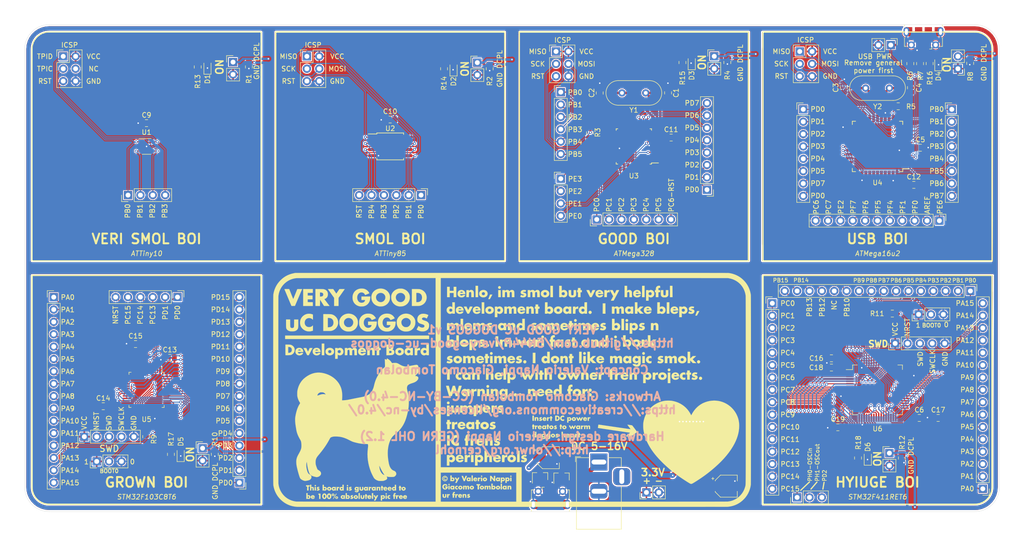
<source format=kicad_pcb>
(kicad_pcb (version 20171130) (host pcbnew "(5.1.4)-1")
  (layers (0 F.Cu signal) (31 B.Cu signal) (34 B.Paste user) (35 F.Paste user) (36 B.SilkS user) (37 F.SilkS user) (38 B.Mask user) (39 F.Mask user) (44 Edge.Cuts user))
  (net 0 "")
  (net 1 GND)
  (net 2 "Net-(C1-Pad2)")
  (net 3 "Net-(C2-Pad2)")
  (net 4 "Net-(C3-Pad1)")
  (net 5 VCC)
  (net 6 "Net-(J8-Pad1)")
  (net 7 "Net-(J8-Pad2)")
  (net 8 "Net-(J8-Pad3)")
  (net 9 "Net-(J10-Pad1)")
  (net 10 "Net-(J10-Pad2)")
  (net 11 "Net-(J10-Pad3)")
  (net 12 "Net-(J10-Pad4)")
  (net 13 "Net-(J10-Pad5)")
  (net 14 "Net-(J10-Pad6)")
  (net 15 "Net-(J11-Pad1)")
  (net 16 "Net-(J11-Pad2)")
  (net 17 "Net-(J11-Pad3)")
  (net 18 "Net-(J11-Pad4)")
  (net 19 "Net-(J12-Pad1)")
  (net 20 "Net-(J12-Pad2)")
  (net 21 "Net-(J12-Pad3)")
  (net 22 "Net-(J12-Pad4)")
  (net 23 "Net-(J12-Pad5)")
  (net 24 "Net-(J12-Pad6)")
  (net 25 "Net-(J12-Pad7)")
  (net 26 "Net-(J12-Pad8)")
  (net 27 "Net-(J16-Pad2)")
  (net 28 "Net-(J16-Pad3)")
  (net 29 "Net-(J17-Pad8)")
  (net 30 "Net-(J17-Pad7)")
  (net 31 "Net-(J17-Pad6)")
  (net 32 "Net-(J17-Pad5)")
  (net 33 "Net-(J17-Pad4)")
  (net 34 "Net-(J17-Pad3)")
  (net 35 "Net-(J17-Pad1)")
  (net 36 "Net-(J19-Pad2)")
  (net 37 "Net-(J21-Pad1)")
  (net 38 "Net-(J21-Pad2)")
  (net 39 "Net-(J21-Pad3)")
  (net 40 "Net-(J21-Pad4)")
  (net 41 "Net-(J21-Pad5)")
  (net 42 "Net-(J22-Pad1)")
  (net 43 "Net-(J22-Pad2)")
  (net 44 "Net-(J22-Pad3)")
  (net 45 "Net-(J22-Pad4)")
  (net 46 "Net-(J22-Pad5)")
  (net 47 "Net-(J22-Pad6)")
  (net 48 "Net-(J22-Pad7)")
  (net 49 "Net-(J22-Pad8)")
  (net 50 "Net-(J22-Pad9)")
  (net 51 "Net-(J22-Pad10)")
  (net 52 "Net-(J22-Pad11)")
  (net 53 "Net-(J22-Pad12)")
  (net 54 "Net-(J22-Pad13)")
  (net 55 "Net-(J22-Pad14)")
  (net 56 "Net-(J22-Pad15)")
  (net 57 "Net-(J22-Pad16)")
  (net 58 /tiny10/RESET)
  (net 59 /tiny10/TPICLK)
  (net 60 /tiny10/TPIDATA)
  (net 61 /tiny85/RESET)
  (net 62 /tiny85/MOSI)
  (net 63 /tiny85/SCK)
  (net 64 "Net-(C4-Pad2)")
  (net 65 "Net-(C5-Pad1)")
  (net 66 "Net-(C6-Pad1)")
  (net 67 "Net-(J3-Pad2)")
  (net 68 /tiny85/MISO)
  (net 69 "Net-(J6-Pad4)")
  (net 70 "Net-(J6-Pad5)")
  (net 71 /mega328/SCK)
  (net 72 /mega328/MISO)
  (net 73 /mega328/MOSI)
  (net 74 /mega328/RESET)
  (net 75 /mega32u4/RESET)
  (net 76 /mega32u4/MOSI)
  (net 77 /mega32u4/SCK)
  (net 78 /mega32u4/MISO)
  (net 79 "Net-(J14-Pad8)")
  (net 80 "Net-(J14-Pad7)")
  (net 81 "Net-(J14-Pad6)")
  (net 82 "Net-(J14-Pad5)")
  (net 83 "Net-(J14-Pad1)")
  (net 84 "Net-(J15-Pad8)")
  (net 85 "Net-(J15-Pad7)")
  (net 86 "Net-(J15-Pad6)")
  (net 87 "Net-(J15-Pad5)")
  (net 88 "Net-(J15-Pad4)")
  (net 89 "Net-(J15-Pad3)")
  (net 90 "Net-(J15-Pad2)")
  (net 91 "Net-(J15-Pad1)")
  (net 92 /mega32u4/USBVCC)
  (net 93 /mega32u4/PC6)
  (net 94 /mega32u4/PC7)
  (net 95 /mega32u4/PE2)
  (net 96 /mega32u4/AREF)
  (net 97 /f103/SWCLK)
  (net 98 /f103/SWD)
  (net 99 /f103/NRST)
  (net 100 "Net-(J23-Pad16)")
  (net 101 "Net-(J23-Pad13)")
  (net 102 "Net-(J23-Pad12)")
  (net 103 "Net-(J23-Pad11)")
  (net 104 "Net-(J23-Pad10)")
  (net 105 "Net-(J23-Pad9)")
  (net 106 "Net-(J23-Pad8)")
  (net 107 "Net-(J23-Pad7)")
  (net 108 "Net-(J23-Pad6)")
  (net 109 "Net-(J23-Pad5)")
  (net 110 "Net-(J23-Pad4)")
  (net 111 "Net-(J23-Pad3)")
  (net 112 "Net-(J23-Pad2)")
  (net 113 "Net-(J23-Pad1)")
  (net 114 /f411/NRST)
  (net 115 "Net-(J26-Pad2)")
  (net 116 "Net-(J27-Pad16)")
  (net 117 "Net-(J27-Pad13)")
  (net 118 "Net-(J27-Pad12)")
  (net 119 "Net-(J27-Pad11)")
  (net 120 "Net-(J27-Pad10)")
  (net 121 "Net-(J27-Pad9)")
  (net 122 "Net-(J27-Pad8)")
  (net 123 "Net-(J27-Pad7)")
  (net 124 "Net-(J27-Pad6)")
  (net 125 "Net-(J27-Pad5)")
  (net 126 "Net-(J27-Pad4)")
  (net 127 "Net-(J27-Pad3)")
  (net 128 "Net-(J27-Pad2)")
  (net 129 "Net-(J27-Pad1)")
  (net 130 "Net-(J28-Pad3)")
  (net 131 "Net-(J28-Pad2)")
  (net 132 "Net-(J28-Pad1)")
  (net 133 "Net-(J29-Pad16)")
  (net 134 "Net-(J29-Pad15)")
  (net 135 "Net-(J29-Pad14)")
  (net 136 "Net-(J29-Pad13)")
  (net 137 "Net-(J29-Pad12)")
  (net 138 "Net-(J29-Pad11)")
  (net 139 "Net-(J29-Pad10)")
  (net 140 "Net-(J29-Pad9)")
  (net 141 "Net-(J29-Pad8)")
  (net 142 "Net-(J29-Pad7)")
  (net 143 "Net-(J29-Pad6)")
  (net 144 "Net-(J29-Pad5)")
  (net 145 "Net-(J29-Pad4)")
  (net 146 "Net-(J29-Pad3)")
  (net 147 "Net-(J29-Pad2)")
  (net 148 "Net-(J29-Pad1)")
  (net 149 "Net-(J30-Pad16)")
  (net 150 "Net-(J30-Pad15)")
  (net 151 "Net-(J30-Pad14)")
  (net 152 "Net-(J30-Pad13)")
  (net 153 "Net-(J30-Pad11)")
  (net 154 "Net-(J30-Pad10)")
  (net 155 "Net-(J30-Pad9)")
  (net 156 "Net-(J30-Pad8)")
  (net 157 "Net-(J30-Pad7)")
  (net 158 "Net-(J30-Pad6)")
  (net 159 "Net-(J30-Pad5)")
  (net 160 "Net-(J30-Pad4)")
  (net 161 "Net-(J30-Pad3)")
  (net 162 "Net-(J30-Pad2)")
  (net 163 "Net-(J30-Pad1)")
  (net 164 /mega32u4/USBD+)
  (net 165 /mega32u4/USBD-)
  (net 166 /tiny10/UVCC)
  (net 167 /tiny10/UGND)
  (net 168 /mega32u4/UGND)
  (net 169 /tiny85/UGND)
  (net 170 /tiny85/UVCC)
  (net 171 /mega328/UVCC)
  (net 172 /mega328/UGND)
  (net 173 /mega32u4/UVCC)
  (net 174 "Net-(J31-Pad1)")
  (net 175 "Net-(J32-Pad1)")
  (net 176 /f103/UVCC)
  (net 177 /f103/UGND)
  (net 178 /f411/UGND)
  (net 179 /f411/UVCC)
  (net 180 "Net-(D1-Pad2)")
  (net 181 "Net-(D2-Pad2)")
  (net 182 "Net-(D3-Pad2)")
  (net 183 "Net-(D4-Pad2)")
  (net 184 "Net-(D5-Pad2)")
  (net 185 "Net-(D6-Pad2)")
  (net 186 /f411/SWCLK)
  (net 187 /f411/SWD)
  (net 188 +VDC)
  (module customparts:loggo (layer F.Cu) (at 150 125)
    (fp_text reference G*** hide)
    (fp_text value LOGO hide)
  )
  (module customparts:dissip (layer F.Cu) (at 188.8 135.53)
    (fp_text reference G*** hide)
    (fp_text value LOGO hide)
    (fp_poly (pts (xy -6.400837 -8.30636) (xy -5.94793 -8.255131) (xy -5.497872 -8.162946) (xy -5.17809 -8.071305) (xy -4.7371 -7.907785) (xy -4.317228 -7.708431) (xy -3.920192 -7.474684) (xy -3.54771 -7.207989) (xy -3.201501 -6.909786) (xy -2.883284 -6.581519) (xy -2.594777 -6.224631) (xy -2.337699 -5.840563) (xy -2.174028 -5.549932) (xy -2.038209 -5.289615) (xy -1.895919 -5.549932) (xy -1.656045 -5.953395) (xy -1.394471 -6.326647) (xy -1.113195 -6.667304) (xy -0.814214 -6.97298) (xy -0.499528 -7.241291) (xy -0.442412 -7.284658) (xy -0.270069 -7.409969) (xy -0.115461 -7.514454) (xy 0.034657 -7.60614) (xy 0.193527 -7.693054) (xy 0.374395 -7.783222) (xy 0.402167 -7.796534) (xy 0.816582 -7.972483) (xy 1.253571 -8.116226) (xy 1.705797 -8.225513) (xy 1.93675 -8.266758) (xy 2.08819 -8.285541) (xy 2.269516 -8.299947) (xy 2.468476 -8.309657) (xy 2.672818 -8.314354) (xy 2.87029 -8.313721) (xy 3.04864 -8.307442) (xy 3.165206 -8.298561) (xy 3.627076 -8.231031) (xy 4.075613 -8.124334) (xy 4.508784 -7.979881) (xy 4.924555 -7.799082) (xy 5.320894 -7.583347) (xy 5.695767 -7.334086) (xy 6.047142 -7.052708) (xy 6.372986 -6.740626) (xy 6.671265 -6.399247) (xy 6.939947 -6.029983) (xy 7.176997 -5.634243) (xy 7.271577 -5.450416) (xy 7.381082 -5.217739) (xy 7.47075 -5.005315) (xy 7.545781 -4.799265) (xy 7.611377 -4.585709) (xy 7.651124 -4.43745) (xy 7.69621 -4.253088) (xy 7.731408 -4.088045) (xy 7.757829 -3.932514) (xy 7.776589 -3.776689) (xy 7.788801 -3.610761) (xy 7.795578 -3.424924) (xy 7.798035 -3.20937) (xy 7.798101 -3.14325) (xy 7.795856 -2.897533) (xy 7.788769 -2.682344) (xy 7.775745 -2.486042) (xy 7.755686 -2.296987) (xy 7.727496 -2.103539) (xy 7.690078 -1.894058) (xy 7.671482 -1.799166) (xy 7.543092 -1.260159) (xy 7.372967 -0.717234) (xy 7.161472 -0.170935) (xy 6.908969 0.378197) (xy 6.615822 0.92962) (xy 6.282394 1.482793) (xy 5.909048 2.037174) (xy 5.496149 2.592221) (xy 5.044059 3.147391) (xy 4.553142 3.702145) (xy 4.023762 4.255938) (xy 3.456281 4.808231) (xy 2.897815 5.317242) (xy 2.782557 5.418155) (xy 2.659995 5.523707) (xy 2.534407 5.630384) (xy 2.410068 5.734675) (xy 2.291257 5.833066) (xy 2.182249 5.922045) (xy 2.087323 5.998099) (xy 2.010754 6.057716) (xy 1.956821 6.097384) (xy 1.929799 6.11359) (xy 1.92801 6.11371) (xy 1.907867 6.09788) (xy 1.861138 6.056884) (xy 1.792057 5.99457) (xy 1.704861 5.914792) (xy 1.603786 5.8214) (xy 1.493881 5.719006) (xy 1.0795 5.331428) (xy 1.0795 3.556) (xy -0.804333 3.556) (xy -0.804333 6.2865) (xy -0.049119 6.2865) (xy 0.335274 6.658839) (xy 0.440053 6.761046) (xy 0.533958 6.854013) (xy 0.612906 6.933587) (xy 0.672817 6.995616) (xy 0.70961 7.035947) (xy 0.719667 7.04995) (xy 0.702472 7.069777) (xy 0.653234 7.11018) (xy 0.575474 7.16877) (xy 0.472713 7.243159) (xy 0.348473 7.330959) (xy 0.206275 7.429783) (xy 0.049639 7.537242) (xy -0.117912 7.650949) (xy -0.292859 7.768515) (xy -0.47168 7.887553) (xy -0.650853 8.005674) (xy -0.826858 8.12049) (xy -0.996173 8.229615) (xy -1.155278 8.330658) (xy -1.300651 8.421234) (xy -1.318485 8.432193) (xy -1.480177 8.530684) (xy -1.611221 8.608601) (xy -1.716507 8.668375) (xy -1.800925 8.712436) (xy -1.869362 8.743214) (xy -1.92671 8.763141) (xy -1.977857 8.774647) (xy -2.016842 8.779361) (xy -2.077819 8.781525) (xy -2.130991 8.773982) (xy -2.19029 8.752943) (xy -2.269651 8.714621) (xy -2.286 8.706187) (xy -2.390618 8.648893) (xy -2.525384 8.57026) (xy -2.685762 8.473224) (xy -2.867216 8.360721) (xy -3.065211 8.235686) (xy -3.275211 8.101054) (xy -3.492681 7.95976) (xy -3.713085 7.814741) (xy -3.931888 7.668932) (xy -4.144555 7.525267) (xy -4.346549 7.386682) (xy -4.533335 7.256114) (xy -4.603214 7.206475) (xy -4.892998 6.99954) (xy -4.180884 6.2865) (xy -3.407833 6.2865) (xy -3.407833 3.556) (xy -5.291666 3.556) (xy -5.291666 5.328291) (xy -5.572125 5.590437) (xy -5.67237 5.684166) (xy -5.771344 5.776758) (xy -5.861055 5.860733) (xy -5.93351 5.928611) (xy -5.970161 5.96299) (xy -6.087738 6.073397) (xy -6.404077 5.806066) (xy -6.700453 5.551129) (xy -7.004752 5.28096) (xy -7.311511 5.000798) (xy -7.615269 4.715884) (xy -7.910562 4.431456) (xy -8.191928 4.152756) (xy -8.453905 3.885023) (xy -8.691029 3.633497) (xy -8.838009 3.471334) (xy -9.231084 3.016547) (xy -9.589267 2.574861) (xy -9.915965 2.141347) (xy -10.214588 1.711073) (xy -10.488543 1.279109) (xy -10.741241 0.840526) (xy -10.976088 0.390392) (xy -10.996413 0.34925) (xy -11.210286 -0.111123) (xy -11.391402 -0.558285) (xy -11.54271 -1.001764) (xy -11.667161 -1.451087) (xy -11.767707 -1.91578) (xy -11.845412 -2.391833) (xy -11.86297 -2.552918) (xy -11.875405 -2.74182) (xy -11.882707 -2.948218) (xy -11.884867 -3.161788) (xy -11.881876 -3.37221) (xy -11.873724 -3.569161) (xy -11.860403 -3.742318) (xy -11.846711 -3.852333) (xy -11.753347 -4.324219) (xy -11.621726 -4.781187) (xy -11.452808 -5.221041) (xy -11.24755 -5.641582) (xy -11.006912 -6.040613) (xy -10.73185 -6.415935) (xy -10.725279 -6.424083) (xy -10.621514 -6.54439) (xy -10.492511 -6.681415) (xy -10.347085 -6.826725) (xy -10.19405 -6.971888) (xy -10.042221 -7.10847) (xy -9.900412 -7.228039) (xy -9.816175 -7.293848) (xy -9.433622 -7.554648) (xy -9.033218 -7.777962) (xy -8.617551 -7.963357) (xy -8.189209 -8.110399) (xy -7.75078 -8.218654) (xy -7.30485 -8.287688) (xy -6.854006 -8.317068) (xy -6.400837 -8.30636)) (layer F.Cu) (width 0.01))
  )
  (module Package_TO_SOT_SMD:TO-252-2 (layer F.Cu) (at 186.78 136.34 90)
    (fp_text reference U7 (at 0 -4.5 90) (layer F.SilkS))
    (fp_text value LF33_TO252)
    (pad 2 smd rect (at 2.1 0 90) (size 6.4 5.8) (layers F.Cu F.Mask) (net 1 GND))
    (pad 3 smd rect (at -4.2 2.28 90) (size 2.2 1.2) (layers F.Cu F.Paste F.Mask) (net 5 VCC))
    (pad 1 smd rect (at -4.2 -2.28 90) (size 2.2 1.2) (layers F.Cu F.Paste F.Mask) (net 188 +VDC))
  )
  (module Connector_PinHeader_2.54mm:PinHeader_1x02_P2.54mm_Vertical (layer F.Cu) (at 177.58 146.07 90)
    (fp_text reference J33 hide)
    (fp_text value Conn_01x02)
    (pad 2 thru_hole oval (at 0 2.54 90) (size 1.7 1.7) (drill 1) (layers *.Cu *.Mask) (net 1 GND))
    (pad 1 thru_hole rect (at 0 0 90) (size 1.7 1.7) (drill 1) (layers *.Cu *.Mask) (net 5 VCC))
  )
  (module Capacitor_SMD:C_0805_2012Metric (layer F.Cu) (at 216.86 132.69)
    (fp_text reference C19 (at 0 -1.65) (layer F.SilkS))
    (fp_text value 100n)
    (pad 2 smd roundrect (at 0.9375 0) (size 0.975 1.4) (layers F.Cu F.Paste F.Mask) (net 179 /f411/UVCC))
    (pad 1 smd roundrect (at -0.9375 0) (size 0.975 1.4) (layers F.Cu F.Paste F.Mask) (net 178 /f411/UGND))
  )
  (module Capacitor_SMD:C_0805_2012Metric (layer F.Cu) (at 215.54 120.42)
    (fp_text reference C18 (at -3.12 0) (layer F.SilkS))
    (fp_text value 100n)
    (pad 2 smd roundrect (at 0.9375 0) (size 0.975 1.4) (layers F.Cu F.Paste F.Mask) (net 179 /f411/UVCC))
    (pad 1 smd roundrect (at -0.9375 0) (size 0.975 1.4) (layers F.Cu F.Paste F.Mask) (net 178 /f411/UGND))
  )
  (module Capacitor_SMD:C_0805_2012Metric (layer F.Cu) (at 237.4425 130.77)
    (fp_text reference C17 (at 0 -1.65) (layer F.SilkS))
    (fp_text value 100n)
    (pad 2 smd roundrect (at 0.9375 0) (size 0.975 1.4) (layers F.Cu F.Paste F.Mask) (net 179 /f411/UVCC))
    (pad 1 smd roundrect (at -0.9375 0) (size 0.975 1.4) (layers F.Cu F.Paste F.Mask) (net 178 /f411/UGND))
  )
  (module Capacitor_SMD:C_0805_2012Metric (layer F.Cu) (at 215.54 118.52)
    (fp_text reference C16 (at -3.09 0) (layer F.SilkS))
    (fp_text value 100n)
    (pad 2 smd roundrect (at 0.9375 0) (size 0.975 1.4) (layers F.Cu F.Paste F.Mask) (net 179 /f411/UVCC))
    (pad 1 smd roundrect (at -0.9375 0) (size 0.975 1.4) (layers F.Cu F.Paste F.Mask) (net 178 /f411/UGND))
  )
  (module Capacitor_SMD:C_0805_2012Metric (layer F.Cu) (at 72.7375 115.59)
    (fp_text reference C15 (at 0 -1.65) (layer F.SilkS))
    (fp_text value 100n)
    (pad 2 smd roundrect (at 0.9375 0) (size 0.975 1.4) (layers F.Cu F.Paste F.Mask) (net 176 /f103/UVCC))
    (pad 1 smd roundrect (at -0.9375 0) (size 0.975 1.4) (layers F.Cu F.Paste F.Mask) (net 177 /f103/UGND))
  )
  (module Capacitor_SMD:C_0805_2012Metric (layer F.Cu) (at 66.11 128.37)
    (fp_text reference C14 (at 0 -1.65) (layer F.SilkS))
    (fp_text value 100n)
    (pad 2 smd roundrect (at 0.9375 0) (size 0.975 1.4) (layers F.Cu F.Paste F.Mask) (net 176 /f103/UVCC))
    (pad 1 smd roundrect (at -0.9375 0) (size 0.975 1.4) (layers F.Cu F.Paste F.Mask) (net 177 /f103/UGND))
  )
  (module Capacitor_SMD:C_0805_2012Metric (layer F.Cu) (at 79.77 118.42)
    (fp_text reference C13 (at 0 -1.65) (layer F.SilkS))
    (fp_text value 100n)
    (pad 2 smd roundrect (at 0.9375 0) (size 0.975 1.4) (layers F.Cu F.Paste F.Mask) (net 176 /f103/UVCC))
    (pad 1 smd roundrect (at -0.9375 0) (size 0.975 1.4) (layers F.Cu F.Paste F.Mask) (net 177 /f103/UGND))
  )
  (module Capacitor_SMD:C_0805_2012Metric (layer F.Cu) (at 232.45 82.9)
    (fp_text reference C12 (at 0 -1.65) (layer F.SilkS))
    (fp_text value 100n)
    (pad 2 smd roundrect (at 0.9375 0) (size 0.975 1.4) (layers F.Cu F.Paste F.Mask) (net 173 /mega32u4/UVCC))
    (pad 1 smd roundrect (at -0.9375 0) (size 0.975 1.4) (layers F.Cu F.Paste F.Mask) (net 168 /mega32u4/UGND))
  )
  (module Capacitor_SMD:C_0805_2012Metric (layer F.Cu) (at 182.65 73.18)
    (fp_text reference C11 (at 0 -1.65) (layer F.SilkS))
    (fp_text value 100n)
    (pad 2 smd roundrect (at 0.9375 0) (size 0.975 1.4) (layers F.Cu F.Paste F.Mask) (net 171 /mega328/UVCC))
    (pad 1 smd roundrect (at -0.9375 0) (size 0.975 1.4) (layers F.Cu F.Paste F.Mask) (net 172 /mega328/UGND))
  )
  (module Capacitor_SMD:C_0805_2012Metric (layer F.Cu) (at 124.99 69.47)
    (fp_text reference C10 (at 0 -1.65) (layer F.SilkS))
    (fp_text value 100n)
    (pad 2 smd roundrect (at 0.9375 0) (size 0.975 1.4) (layers F.Cu F.Paste F.Mask) (net 170 /tiny85/UVCC))
    (pad 1 smd roundrect (at -0.9375 0) (size 0.975 1.4) (layers F.Cu F.Paste F.Mask) (net 169 /tiny85/UGND))
  )
  (module Capacitor_SMD:C_0805_2012Metric (layer F.Cu) (at 74.99 70.22)
    (fp_text reference C9 (at 0 -1.65) (layer F.SilkS))
    (fp_text value 100n)
    (pad 2 smd roundrect (at 0.9375 0) (size 0.975 1.4) (layers F.Cu F.Paste F.Mask) (net 166 /tiny10/UVCC))
    (pad 1 smd roundrect (at -0.9375 0) (size 0.975 1.4) (layers F.Cu F.Paste F.Mask) (net 167 /tiny10/UGND))
  )
  (module Capacitor_SMD:CP_Elec_4x5.4 (layer F.Cu) (at 193.96 144.78)
    (fp_text reference C8 hide)
    (fp_text value 10u)
    (pad 2 smd roundrect (at 1.8 0) (size 2.6 1.6) (layers F.Cu F.Paste F.Mask) (roundrect_rratio 0.15625) (net 1 GND))
    (pad 1 smd roundrect (at -1.8 0) (size 2.6 1.6) (layers F.Cu F.Paste F.Mask) (roundrect_rratio 0.15625) (net 5 VCC))
  )
  (module Capacitor_SMD:CP_Elec_4x5.4 (layer F.Cu) (at 157.44 138.94)
    (fp_text reference C7 hide)
    (fp_text value 10u)
    (pad 2 smd roundrect (at 1.8 0) (size 2.6 1.6) (layers F.Cu F.Paste F.Mask) (roundrect_rratio 0.15625) (net 1 GND))
    (pad 1 smd roundrect (at -1.8 0) (size 2.6 1.6) (layers F.Cu F.Paste F.Mask) (roundrect_rratio 0.15625) (net 188 +VDC))
  )
  (module Package_QFP:LQFP-64_10x10mm_P0.5mm (layer F.Cu) (at 225 125)
    (fp_text reference U6 (at 0 8) (layer F.SilkS))
    (fp_text value STM32F411RETx)
    (pad 64 smd roundrect (at -3.75 -5.675) (size 0.3 1.55) (layers F.Cu F.Paste F.Mask) (net 179 /f411/UVCC))
    (pad 63 smd roundrect (at -3.25 -5.675) (size 0.3 1.55) (layers F.Cu F.Paste F.Mask) (net 178 /f411/UGND))
    (pad 62 smd roundrect (at -2.75 -5.675) (size 0.3 1.55) (layers F.Cu F.Paste F.Mask) (net 154 "Net-(J30-Pad10)"))
    (pad 61 smd roundrect (at -2.25 -5.675) (size 0.3 1.55) (layers F.Cu F.Paste F.Mask) (net 155 "Net-(J30-Pad9)"))
    (pad 60 smd roundrect (at -1.75 -5.675) (size 0.3 1.55) (layers F.Cu F.Paste F.Mask) (net 115 "Net-(J26-Pad2)"))
    (pad 59 smd roundrect (at -1.25 -5.675) (size 0.3 1.55) (layers F.Cu F.Paste F.Mask) (net 156 "Net-(J30-Pad8)"))
    (pad 58 smd roundrect (at -0.75 -5.675) (size 0.3 1.55) (layers F.Cu F.Paste F.Mask) (net 157 "Net-(J30-Pad7)"))
    (pad 57 smd roundrect (at -0.25 -5.675) (size 0.3 1.55) (layers F.Cu F.Paste F.Mask) (net 158 "Net-(J30-Pad6)"))
    (pad 56 smd roundrect (at 0.25 -5.675) (size 0.3 1.55) (layers F.Cu F.Paste F.Mask) (net 159 "Net-(J30-Pad5)"))
    (pad 55 smd roundrect (at 0.75 -5.675) (size 0.3 1.55) (layers F.Cu F.Paste F.Mask) (net 160 "Net-(J30-Pad4)"))
    (pad 54 smd roundrect (at 1.25 -5.675) (size 0.3 1.55) (layers F.Cu F.Paste F.Mask) (net 130 "Net-(J28-Pad3)"))
    (pad 53 smd roundrect (at 1.75 -5.675) (size 0.3 1.55) (layers F.Cu F.Paste F.Mask) (net 136 "Net-(J29-Pad13)"))
    (pad 52 smd roundrect (at 2.25 -5.675) (size 0.3 1.55) (layers F.Cu F.Paste F.Mask) (net 137 "Net-(J29-Pad12)"))
    (pad 51 smd roundrect (at 2.75 -5.675) (size 0.3 1.55) (layers F.Cu F.Paste F.Mask) (net 138 "Net-(J29-Pad11)"))
    (pad 50 smd roundrect (at 3.25 -5.675) (size 0.3 1.55) (layers F.Cu F.Paste F.Mask) (net 116 "Net-(J27-Pad16)"))
    (pad 49 smd roundrect (at 3.75 -5.675) (size 0.3 1.55) (layers F.Cu F.Paste F.Mask) (net 186 /f411/SWCLK))
    (pad 48 smd roundrect (at 5.675 -3.75) (size 1.55 0.3) (layers F.Cu F.Paste F.Mask) (net 179 /f411/UVCC))
    (pad 47 smd roundrect (at 5.675 -3.25) (size 1.55 0.3) (layers F.Cu F.Paste F.Mask) (net 178 /f411/UGND))
    (pad 46 smd roundrect (at 5.675 -2.75) (size 1.55 0.3) (layers F.Cu F.Paste F.Mask) (net 187 /f411/SWD))
    (pad 45 smd roundrect (at 5.675 -2.25) (size 1.55 0.3) (layers F.Cu F.Paste F.Mask) (net 117 "Net-(J27-Pad13)"))
    (pad 44 smd roundrect (at 5.675 -1.75) (size 1.55 0.3) (layers F.Cu F.Paste F.Mask) (net 118 "Net-(J27-Pad12)"))
    (pad 43 smd roundrect (at 5.675 -1.25) (size 1.55 0.3) (layers F.Cu F.Paste F.Mask) (net 119 "Net-(J27-Pad11)"))
    (pad 42 smd roundrect (at 5.675 -0.75) (size 1.55 0.3) (layers F.Cu F.Paste F.Mask) (net 120 "Net-(J27-Pad10)"))
    (pad 41 smd roundrect (at 5.675 -0.25) (size 1.55 0.3) (layers F.Cu F.Paste F.Mask) (net 121 "Net-(J27-Pad9)"))
    (pad 40 smd roundrect (at 5.675 0.25) (size 1.55 0.3) (layers F.Cu F.Paste F.Mask) (net 139 "Net-(J29-Pad10)"))
    (pad 39 smd roundrect (at 5.675 0.75) (size 1.55 0.3) (layers F.Cu F.Paste F.Mask) (net 140 "Net-(J29-Pad9)"))
    (pad 38 smd roundrect (at 5.675 1.25) (size 1.55 0.3) (layers F.Cu F.Paste F.Mask) (net 141 "Net-(J29-Pad8)"))
    (pad 37 smd roundrect (at 5.675 1.75) (size 1.55 0.3) (layers F.Cu F.Paste F.Mask) (net 142 "Net-(J29-Pad7)"))
    (pad 36 smd roundrect (at 5.675 2.25) (size 1.55 0.3) (layers F.Cu F.Paste F.Mask) (net 149 "Net-(J30-Pad16)"))
    (pad 35 smd roundrect (at 5.675 2.75) (size 1.55 0.3) (layers F.Cu F.Paste F.Mask) (net 150 "Net-(J30-Pad15)"))
    (pad 34 smd roundrect (at 5.675 3.25) (size 1.55 0.3) (layers F.Cu F.Paste F.Mask) (net 151 "Net-(J30-Pad14)"))
    (pad 33 smd roundrect (at 5.675 3.75) (size 1.55 0.3) (layers F.Cu F.Paste F.Mask) (net 152 "Net-(J30-Pad13)"))
    (pad 32 smd roundrect (at 3.75 5.675) (size 0.3 1.55) (layers F.Cu F.Paste F.Mask) (net 179 /f411/UVCC))
    (pad 31 smd roundrect (at 3.25 5.675) (size 0.3 1.55) (layers F.Cu F.Paste F.Mask) (net 178 /f411/UGND))
    (pad 30 smd roundrect (at 2.75 5.675) (size 0.3 1.55) (layers F.Cu F.Paste F.Mask) (net 66 "Net-(C6-Pad1)"))
    (pad 29 smd roundrect (at 2.25 5.675) (size 0.3 1.55) (layers F.Cu F.Paste F.Mask) (net 153 "Net-(J30-Pad11)"))
    (pad 28 smd roundrect (at 1.75 5.675) (size 0.3 1.55) (layers F.Cu F.Paste F.Mask) (net 161 "Net-(J30-Pad3)"))
    (pad 27 smd roundrect (at 1.25 5.675) (size 0.3 1.55) (layers F.Cu F.Paste F.Mask) (net 162 "Net-(J30-Pad2)"))
    (pad 26 smd roundrect (at 0.75 5.675) (size 0.3 1.55) (layers F.Cu F.Paste F.Mask) (net 163 "Net-(J30-Pad1)"))
    (pad 25 smd roundrect (at 0.25 5.675) (size 0.3 1.55) (layers F.Cu F.Paste F.Mask) (net 143 "Net-(J29-Pad6)"))
    (pad 24 smd roundrect (at -0.25 5.675) (size 0.3 1.55) (layers F.Cu F.Paste F.Mask) (net 144 "Net-(J29-Pad5)"))
    (pad 23 smd roundrect (at -0.75 5.675) (size 0.3 1.55) (layers F.Cu F.Paste F.Mask) (net 122 "Net-(J27-Pad8)"))
    (pad 22 smd roundrect (at -1.25 5.675) (size 0.3 1.55) (layers F.Cu F.Paste F.Mask) (net 123 "Net-(J27-Pad7)"))
    (pad 21 smd roundrect (at -1.75 5.675) (size 0.3 1.55) (layers F.Cu F.Paste F.Mask) (net 124 "Net-(J27-Pad6)"))
    (pad 20 smd roundrect (at -2.25 5.675) (size 0.3 1.55) (layers F.Cu F.Paste F.Mask) (net 125 "Net-(J27-Pad5)"))
    (pad 19 smd roundrect (at -2.75 5.675) (size 0.3 1.55) (layers F.Cu F.Paste F.Mask) (net 179 /f411/UVCC))
    (pad 18 smd roundrect (at -3.25 5.675) (size 0.3 1.55) (layers F.Cu F.Paste F.Mask) (net 178 /f411/UGND))
    (pad 17 smd roundrect (at -3.75 5.675) (size 0.3 1.55) (layers F.Cu F.Paste F.Mask) (net 126 "Net-(J27-Pad4)"))
    (pad 16 smd roundrect (at -5.675 3.75) (size 1.55 0.3) (layers F.Cu F.Paste F.Mask) (net 127 "Net-(J27-Pad3)"))
    (pad 15 smd roundrect (at -5.675 3.25) (size 1.55 0.3) (layers F.Cu F.Paste F.Mask) (net 128 "Net-(J27-Pad2)"))
    (pad 14 smd roundrect (at -5.675 2.75) (size 1.55 0.3) (layers F.Cu F.Paste F.Mask) (net 129 "Net-(J27-Pad1)"))
    (pad 13 smd roundrect (at -5.675 2.25) (size 1.55 0.3) (layers F.Cu F.Paste F.Mask) (net 179 /f411/UVCC))
    (pad 12 smd roundrect (at -5.675 1.75) (size 1.55 0.3) (layers F.Cu F.Paste F.Mask) (net 178 /f411/UGND))
    (pad 11 smd roundrect (at -5.675 1.25) (size 1.55 0.3) (layers F.Cu F.Paste F.Mask) (net 145 "Net-(J29-Pad4)"))
    (pad 10 smd roundrect (at -5.675 0.75) (size 1.55 0.3) (layers F.Cu F.Paste F.Mask) (net 146 "Net-(J29-Pad3)"))
    (pad 9 smd roundrect (at -5.675 0.25) (size 1.55 0.3) (layers F.Cu F.Paste F.Mask) (net 147 "Net-(J29-Pad2)"))
    (pad 8 smd roundrect (at -5.675 -0.25) (size 1.55 0.3) (layers F.Cu F.Paste F.Mask) (net 148 "Net-(J29-Pad1)"))
    (pad 7 smd roundrect (at -5.675 -0.75) (size 1.55 0.3) (layers F.Cu F.Paste F.Mask) (net 114 /f411/NRST))
    (pad 6 smd roundrect (at -5.675 -1.25) (size 1.55 0.3) (layers F.Cu F.Paste F.Mask) (net 131 "Net-(J28-Pad2)"))
    (pad 5 smd roundrect (at -5.675 -1.75) (size 1.55 0.3) (layers F.Cu F.Paste F.Mask) (net 132 "Net-(J28-Pad1)"))
    (pad 4 smd roundrect (at -5.675 -2.25) (size 1.55 0.3) (layers F.Cu F.Paste F.Mask) (net 133 "Net-(J29-Pad16)"))
    (pad 3 smd roundrect (at -5.675 -2.75) (size 1.55 0.3) (layers F.Cu F.Paste F.Mask) (net 134 "Net-(J29-Pad15)"))
    (pad 2 smd roundrect (at -5.675 -3.25) (size 1.55 0.3) (layers F.Cu F.Paste F.Mask) (net 135 "Net-(J29-Pad14)"))
    (pad 1 smd roundrect (at -5.675 -3.75) (size 1.55 0.3) (layers F.Cu F.Paste F.Mask) (net 179 /f411/UVCC))
  )
  (module Connector_PinHeader_2.54mm:PinHeader_1x06_P2.54mm_Vertical (layer F.Cu) (at 81.35 105.95 270)
    (fp_text reference J21 hide)
    (fp_text value Conn_01x05)
    (pad 6 thru_hole oval (at 0 12.7 270) (size 1.7 1.7) (drill 1) (layers *.Cu *.Mask) (net 99 /f103/NRST))
    (pad 5 thru_hole oval (at 0 10.16 270) (size 1.7 1.7) (drill 1) (layers *.Cu *.Mask) (net 41 "Net-(J21-Pad5)"))
    (pad 4 thru_hole oval (at 0 7.62 270) (size 1.7 1.7) (drill 1) (layers *.Cu *.Mask) (net 40 "Net-(J21-Pad4)"))
    (pad 3 thru_hole oval (at 0 5.08 270) (size 1.7 1.7) (drill 1) (layers *.Cu *.Mask) (net 39 "Net-(J21-Pad3)"))
    (pad 2 thru_hole oval (at 0 2.54 270) (size 1.7 1.7) (drill 1) (layers *.Cu *.Mask) (net 38 "Net-(J21-Pad2)"))
    (pad 1 thru_hole rect (at 0 0 270) (size 1.7 1.7) (drill 1) (layers *.Cu *.Mask) (net 37 "Net-(J21-Pad1)"))
  )
  (module Connector_USB:USB_Micro-B_Molex-105017-0001 (layer F.Cu) (at 234.43 52.69 180)
    (fp_text reference J16 hide)
    (fp_text value USB_B_Micro)
    (pad 6 smd rect (at -2.9 1.2375 180) (size 1.2 1.9) (layers F.Cu F.Mask) (net 168 /mega32u4/UGND))
    (pad 6 smd rect (at 2.9 1.2375 180) (size 1.2 1.9) (layers F.Cu F.Mask) (net 168 /mega32u4/UGND))
    (pad 6 thru_hole oval (at 3.5 1.2375 180) (size 1.2 1.9) (drill oval 0.6 1.3) (layers *.Cu *.Mask) (net 168 /mega32u4/UGND))
    (pad 6 thru_hole oval (at -3.5 1.2375) (size 1.2 1.9) (drill oval 0.6 1.3) (layers *.Cu *.Mask) (net 168 /mega32u4/UGND))
    (pad 6 smd rect (at -1 1.2375 180) (size 1.5 1.9) (layers F.Cu F.Paste F.Mask) (net 168 /mega32u4/UGND))
    (pad 6 thru_hole circle (at 2.5 -1.4625 180) (size 1.45 1.45) (drill 0.85) (layers *.Cu *.Mask) (net 168 /mega32u4/UGND))
    (pad 3 smd rect (at 0 -1.4625 180) (size 0.4 1.35) (layers F.Cu F.Paste F.Mask) (net 28 "Net-(J16-Pad3)"))
    (pad 4 smd rect (at 0.65 -1.4625 180) (size 0.4 1.35) (layers F.Cu F.Paste F.Mask))
    (pad 5 smd rect (at 1.3 -1.4625 180) (size 0.4 1.35) (layers F.Cu F.Paste F.Mask) (net 168 /mega32u4/UGND))
    (pad 1 smd rect (at -1.3 -1.4625 180) (size 0.4 1.35) (layers F.Cu F.Paste F.Mask) (net 92 /mega32u4/USBVCC))
    (pad 2 smd rect (at -0.65 -1.4625 180) (size 0.4 1.35) (layers F.Cu F.Paste F.Mask) (net 27 "Net-(J16-Pad2)"))
    (pad 6 thru_hole circle (at -2.5 -1.4625 180) (size 1.45 1.45) (drill 0.85) (layers *.Cu *.Mask) (net 168 /mega32u4/UGND))
    (pad 6 smd rect (at 1 1.2375 180) (size 1.5 1.9) (layers F.Cu F.Paste F.Mask) (net 168 /mega32u4/UGND))
  )
  (module Connector_PinHeader_2.54mm:PinHeader_2x03_P2.54mm_Vertical (layer F.Cu) (at 107.9 56.5)
    (fp_text reference J4 hide)
    (fp_text value ICSP)
    (pad 6 thru_hole oval (at 2.54 5.08) (size 1.7 1.7) (drill 1) (layers *.Cu *.Mask) (net 169 /tiny85/UGND))
    (pad 5 thru_hole oval (at 0 5.08) (size 1.7 1.7) (drill 1) (layers *.Cu *.Mask) (net 61 /tiny85/RESET))
    (pad 4 thru_hole oval (at 2.54 2.54) (size 1.7 1.7) (drill 1) (layers *.Cu *.Mask) (net 62 /tiny85/MOSI))
    (pad 3 thru_hole oval (at 0 2.54) (size 1.7 1.7) (drill 1) (layers *.Cu *.Mask) (net 63 /tiny85/SCK))
    (pad 2 thru_hole oval (at 2.54 0) (size 1.7 1.7) (drill 1) (layers *.Cu *.Mask) (net 170 /tiny85/UVCC))
    (pad 1 thru_hole rect (at 0 0) (size 1.7 1.7) (drill 1) (layers *.Cu *.Mask) (net 68 /tiny85/MISO))
  )
  (module Resistor_SMD:R_0805_2012Metric (layer F.Cu) (at 221 139 90)
    (fp_text reference R18 (at 3.15 0.06 90) (layer F.SilkS))
    (fp_text value 220)
    (pad 2 smd roundrect (at 0.9375 0 90) (size 0.975 1.4) (layers F.Cu F.Paste F.Mask) (net 185 "Net-(D6-Pad2)"))
    (pad 1 smd roundrect (at -0.9375 0 90) (size 0.975 1.4) (layers F.Cu F.Paste F.Mask) (net 179 /f411/UVCC))
  )
  (module Resistor_SMD:R_0805_2012Metric (layer F.Cu) (at 80 138.25 90)
    (fp_text reference R17 (at 3.13 0.03 90) (layer F.SilkS))
    (fp_text value 220)
    (pad 2 smd roundrect (at 0.9375 0 90) (size 0.975 1.4) (layers F.Cu F.Paste F.Mask) (net 184 "Net-(D5-Pad2)"))
    (pad 1 smd roundrect (at -0.9375 0 90) (size 0.975 1.4) (layers F.Cu F.Paste F.Mask) (net 176 /f103/UVCC))
  )
  (module Resistor_SMD:R_0805_2012Metric (layer F.Cu) (at 235.7 57.98 90)
    (fp_text reference R16 (at -2.96 0.05 90) (layer F.SilkS))
    (fp_text value 220)
    (pad 2 smd roundrect (at 0.9375 0 90) (size 0.975 1.4) (layers F.Cu F.Paste F.Mask) (net 183 "Net-(D4-Pad2)"))
    (pad 1 smd roundrect (at -0.9375 0 90) (size 0.975 1.4) (layers F.Cu F.Paste F.Mask) (net 173 /mega32u4/UVCC))
  )
  (module Resistor_SMD:R_0805_2012Metric (layer F.Cu) (at 184.97 57.765 90)
    (fp_text reference R15 (at -3.175 0 90) (layer F.SilkS))
    (fp_text value 220)
    (pad 2 smd roundrect (at 0.9375 0 90) (size 0.975 1.4) (layers F.Cu F.Paste F.Mask) (net 182 "Net-(D3-Pad2)"))
    (pad 1 smd roundrect (at -0.9375 0 90) (size 0.975 1.4) (layers F.Cu F.Paste F.Mask) (net 171 /mega328/UVCC))
  )
  (module Resistor_SMD:R_0805_2012Metric (layer F.Cu) (at 136.05 59.05 90)
    (fp_text reference R14 (at -2.975 -0.025 90) (layer F.SilkS))
    (fp_text value 220)
    (pad 2 smd roundrect (at 0.9375 0 90) (size 0.975 1.4) (layers F.Cu F.Paste F.Mask) (net 181 "Net-(D2-Pad2)"))
    (pad 1 smd roundrect (at -0.9375 0 90) (size 0.975 1.4) (layers F.Cu F.Paste F.Mask) (net 170 /tiny85/UVCC))
  )
  (module Resistor_SMD:R_0805_2012Metric (layer F.Cu) (at 85.5 58.68 90)
    (fp_text reference R13 (at -3 0 90) (layer F.SilkS))
    (fp_text value 220)
    (pad 2 smd roundrect (at 0.9375 0 90) (size 0.975 1.4) (layers F.Cu F.Paste F.Mask) (net 180 "Net-(D1-Pad2)"))
    (pad 1 smd roundrect (at -0.9375 0 90) (size 0.975 1.4) (layers F.Cu F.Paste F.Mask) (net 166 /tiny10/UVCC))
  )
  (module LED_SMD:LED_0603_1608Metric (layer F.Cu) (at 223 139 90)
    (fp_text reference D6 (at 2.27 0 90) (layer F.SilkS))
    (fp_text value LED)
    (pad 2 smd roundrect (at 0.7875 0 90) (size 0.875 0.95) (layers F.Cu F.Paste F.Mask) (net 185 "Net-(D6-Pad2)"))
    (pad 1 smd roundrect (at -0.7875 0 90) (size 0.875 0.95) (layers F.Cu F.Paste F.Mask) (net 178 /f411/UGND))
  )
  (module LED_SMD:LED_0603_1608Metric (layer F.Cu) (at 82 138.25 90)
    (fp_text reference D5 (at 2.62 0.03 90) (layer F.SilkS))
    (fp_text value LED)
    (pad 2 smd roundrect (at 0.7875 0 90) (size 0.875 0.95) (layers F.Cu F.Paste F.Mask) (net 184 "Net-(D5-Pad2)"))
    (pad 1 smd roundrect (at -0.7875 0 90) (size 0.875 0.95) (layers F.Cu F.Paste F.Mask) (net 177 /f103/UGND))
  )
  (module LED_SMD:LED_0603_1608Metric (layer F.Cu) (at 237.48 57.99 90)
    (fp_text reference D4 (at -2.6 0.02 90) (layer F.SilkS))
    (fp_text value LED)
    (pad 2 smd roundrect (at 0.7875 0 90) (size 0.875 0.95) (layers F.Cu F.Paste F.Mask) (net 183 "Net-(D4-Pad2)"))
    (pad 1 smd roundrect (at -0.7875 0 90) (size 0.875 0.95) (layers F.Cu F.Paste F.Mask) (net 168 /mega32u4/UGND))
  )
  (module LED_SMD:LED_0603_1608Metric (layer F.Cu) (at 186.875 57.765 90)
    (fp_text reference D3 (at -2.667 0 90) (layer F.SilkS))
    (fp_text value LED)
    (pad 2 smd roundrect (at 0.7875 0 90) (size 0.875 0.95) (layers F.Cu F.Paste F.Mask) (net 182 "Net-(D3-Pad2)"))
    (pad 1 smd roundrect (at -0.7875 0 90) (size 0.875 0.95) (layers F.Cu F.Paste F.Mask) (net 172 /mega328/UGND))
  )
  (module LED_SMD:LED_0603_1608Metric (layer F.Cu) (at 138 59.05 90)
    (fp_text reference D2 (at -2.6 0 90) (layer F.SilkS))
    (fp_text value LED)
    (pad 2 smd roundrect (at 0.7875 0 90) (size 0.875 0.95) (layers F.Cu F.Paste F.Mask) (net 181 "Net-(D2-Pad2)"))
    (pad 1 smd roundrect (at -0.7875 0 90) (size 0.875 0.95) (layers F.Cu F.Paste F.Mask) (net 169 /tiny85/UGND))
  )
  (module LED_SMD:LED_0603_1608Metric (layer F.Cu) (at 87.5 58.68 90)
    (fp_text reference D1 (at -2.5 0 90) (layer F.SilkS))
    (fp_text value LED)
    (pad 2 smd roundrect (at 0.7875 0 90) (size 0.875 0.95) (layers F.Cu F.Paste F.Mask) (net 180 "Net-(D1-Pad2)"))
    (pad 1 smd roundrect (at -0.7875 0 90) (size 0.875 0.95) (layers F.Cu F.Paste F.Mask) (net 167 /tiny10/UGND))
  )
  (module Resistor_SMD:R_0805_2012Metric (layer F.Cu) (at 244.02 57.93 90)
    (fp_text reference R8 (at -2.69 0.04 90) (layer F.SilkS))
    (fp_text value R)
    (pad 2 smd roundrect (at 0.9375 0 90) (size 0.975 1.4) (layers F.Cu F.Paste F.Mask) (net 1 GND))
    (pad 1 smd roundrect (at -0.9375 0 90) (size 0.975 1.4) (layers F.Cu F.Paste F.Mask) (net 168 /mega32u4/UGND))
  )
  (module Resistor_SMD:R_0805_2012Metric (layer F.Cu) (at 166 72.23 90)
    (fp_text reference R3 (at 0.09 1.58 90) (layer F.SilkS))
    (fp_text value 10K)
    (pad 2 smd roundrect (at 0.9375 0 90) (size 0.975 1.4) (layers F.Cu F.Paste F.Mask) (net 74 /mega328/RESET))
    (pad 1 smd roundrect (at -0.9375 0 90) (size 0.975 1.4) (layers F.Cu F.Paste F.Mask) (net 171 /mega328/UVCC))
  )
  (module Package_TO_SOT_SMD:SOT-23 (layer F.Cu) (at 160.16 142.84 90)
    (fp_text reference Q2 hide)
    (fp_text value BSH203)
    (pad 3 smd rect (at 1 0 90) (size 0.9 0.8) (layers F.Cu F.Paste F.Mask) (net 174 "Net-(J31-Pad1)"))
    (pad 2 smd rect (at -1 0.95 90) (size 0.9 0.8) (layers F.Cu F.Paste F.Mask) (net 188 +VDC))
    (pad 1 smd rect (at -1 -0.95 90) (size 0.9 0.8) (layers F.Cu F.Paste F.Mask) (net 1 GND))
  )
  (module Package_TO_SOT_SMD:SOT-23 (layer F.Cu) (at 155.75 142.77 90)
    (fp_text reference Q1 hide)
    (fp_text value BSH203)
    (pad 3 smd rect (at 1 0 90) (size 0.9 0.8) (layers F.Cu F.Paste F.Mask) (net 175 "Net-(J32-Pad1)"))
    (pad 2 smd rect (at -1 0.95 90) (size 0.9 0.8) (layers F.Cu F.Paste F.Mask) (net 188 +VDC))
    (pad 1 smd rect (at -1 -0.95 90) (size 0.9 0.8) (layers F.Cu F.Paste F.Mask) (net 1 GND))
  )
  (module Connector_PinHeader_2.54mm:PinHeader_1x02_P2.54mm_Vertical (layer F.Cu) (at 241.5 59.04 180)
    (fp_text reference JP1 hide)
    (fp_text value Jumper_NO_Small)
    (pad 2 thru_hole oval (at 0 2.54 180) (size 1.7 1.7) (drill 1) (layers *.Cu *.Mask) (net 5 VCC))
    (pad 1 thru_hole rect (at 0 0 180) (size 1.7 1.7) (drill 1) (layers *.Cu *.Mask) (net 173 /mega32u4/UVCC))
  )
  (module Connector_USB:USB_Micro-B_Molex-105017-0001 (layer F.Cu) (at 157.87 147.31)
    (fp_text reference J32 hide)
    (fp_text value USB_B_Micro)
    (pad 6 smd rect (at -2.9 1.2375) (size 1.2 1.9) (layers F.Cu F.Mask) (net 1 GND))
    (pad 6 smd rect (at 2.9 1.2375) (size 1.2 1.9) (layers F.Cu F.Mask) (net 1 GND))
    (pad 6 thru_hole oval (at 3.5 1.2375) (size 1.2 1.9) (drill oval 0.6 1.3) (layers *.Cu *.Mask) (net 1 GND))
    (pad 6 thru_hole oval (at -3.5 1.2375 180) (size 1.2 1.9) (drill oval 0.6 1.3) (layers *.Cu *.Mask) (net 1 GND))
    (pad 6 smd rect (at -1 1.2375) (size 1.5 1.9) (layers F.Cu F.Paste F.Mask) (net 1 GND))
    (pad 6 thru_hole circle (at 2.5 -1.4625) (size 1.45 1.45) (drill 0.85) (layers *.Cu *.Mask) (net 1 GND))
    (pad 3 smd rect (at 0 -1.4625) (size 0.4 1.35) (layers F.Cu F.Paste F.Mask))
    (pad 4 smd rect (at 0.65 -1.4625) (size 0.4 1.35) (layers F.Cu F.Paste F.Mask))
    (pad 5 smd rect (at 1.3 -1.4625) (size 0.4 1.35) (layers F.Cu F.Paste F.Mask) (net 1 GND))
    (pad 1 smd rect (at -1.3 -1.4625) (size 0.4 1.35) (layers F.Cu F.Paste F.Mask) (net 175 "Net-(J32-Pad1)"))
    (pad 2 smd rect (at -0.65 -1.4625) (size 0.4 1.35) (layers F.Cu F.Paste F.Mask))
    (pad 6 thru_hole circle (at -2.5 -1.4625) (size 1.45 1.45) (drill 0.85) (layers *.Cu *.Mask) (net 1 GND))
    (pad 6 smd rect (at 1 1.2375) (size 1.5 1.9) (layers F.Cu F.Paste F.Mask) (net 1 GND))
  )
  (module Connector_BarrelJack:BarrelJack_Horizontal (layer F.Cu) (at 167.82 139.83 90)
    (fp_text reference J31 hide)
    (fp_text value Jack-DC)
    (pad 3 thru_hole roundrect (at -3 4.7 90) (size 3.5 3.5) (drill oval 3 1) (layers *.Cu *.Mask))
    (pad 2 thru_hole roundrect (at -6 0 90) (size 3 3.5) (drill oval 1 3) (layers *.Cu *.Mask) (net 1 GND))
    (pad 1 thru_hole rect (at 0 0 90) (size 3.5 3.5) (drill oval 1 3) (layers *.Cu *.Mask) (net 174 "Net-(J31-Pad1)"))
  )
  (module Crystal:Crystal_HC49-4H_Vertical (layer F.Cu) (at 222.56 63.03)
    (fp_text reference Y2 (at 2.46 3.78) (layer F.SilkS))
    (fp_text value 20M)
    (pad 2 thru_hole circle (at 4.88 0) (size 1.5 1.5) (drill 0.8) (layers *.Cu *.Mask) (net 64 "Net-(C4-Pad2)"))
    (pad 1 thru_hole circle (at 0 0) (size 1.5 1.5) (drill 0.8) (layers *.Cu *.Mask) (net 4 "Net-(C3-Pad1)"))
  )
  (module Crystal:Crystal_HC49-4H_Vertical (layer F.Cu) (at 177.44 64.01 180)
    (fp_text reference Y1 (at 2.44 -3.525) (layer F.SilkS))
    (fp_text value Crystal)
    (pad 2 thru_hole circle (at 4.88 0 180) (size 1.5 1.5) (drill 0.8) (layers *.Cu *.Mask) (net 3 "Net-(C2-Pad2)"))
    (pad 1 thru_hole circle (at 0 0 180) (size 1.5 1.5) (drill 0.8) (layers *.Cu *.Mask) (net 2 "Net-(C1-Pad2)"))
  )
  (module Package_QFP:LQFP-48_7x7mm_P0.5mm (layer F.Cu) (at 75 125 270)
    (fp_text reference U5 (at 6.06 0 180) (layer F.SilkS))
    (fp_text value STM32F103C8Tx)
    (pad 48 smd roundrect (at -2.75 -4.1625 270) (size 0.3 1.475) (layers F.Cu F.Paste F.Mask) (net 176 /f103/UVCC))
    (pad 47 smd roundrect (at -2.25 -4.1625 270) (size 0.3 1.475) (layers F.Cu F.Paste F.Mask) (net 177 /f103/UGND))
    (pad 46 smd roundrect (at -1.75 -4.1625 270) (size 0.3 1.475) (layers F.Cu F.Paste F.Mask) (net 51 "Net-(J22-Pad10)"))
    (pad 45 smd roundrect (at -1.25 -4.1625 270) (size 0.3 1.475) (layers F.Cu F.Paste F.Mask) (net 50 "Net-(J22-Pad9)"))
    (pad 44 smd roundrect (at -0.75 -4.1625 270) (size 0.3 1.475) (layers F.Cu F.Paste F.Mask) (net 36 "Net-(J19-Pad2)"))
    (pad 43 smd roundrect (at -0.25 -4.1625 270) (size 0.3 1.475) (layers F.Cu F.Paste F.Mask) (net 49 "Net-(J22-Pad8)"))
    (pad 42 smd roundrect (at 0.25 -4.1625 270) (size 0.3 1.475) (layers F.Cu F.Paste F.Mask) (net 48 "Net-(J22-Pad7)"))
    (pad 41 smd roundrect (at 0.75 -4.1625 270) (size 0.3 1.475) (layers F.Cu F.Paste F.Mask) (net 47 "Net-(J22-Pad6)"))
    (pad 40 smd roundrect (at 1.25 -4.1625 270) (size 0.3 1.475) (layers F.Cu F.Paste F.Mask) (net 46 "Net-(J22-Pad5)"))
    (pad 39 smd roundrect (at 1.75 -4.1625 270) (size 0.3 1.475) (layers F.Cu F.Paste F.Mask) (net 45 "Net-(J22-Pad4)"))
    (pad 38 smd roundrect (at 2.25 -4.1625 270) (size 0.3 1.475) (layers F.Cu F.Paste F.Mask) (net 100 "Net-(J23-Pad16)"))
    (pad 37 smd roundrect (at 2.75 -4.1625 270) (size 0.3 1.475) (layers F.Cu F.Paste F.Mask) (net 97 /f103/SWCLK))
    (pad 36 smd roundrect (at 4.1625 -2.75 270) (size 1.475 0.3) (layers F.Cu F.Paste F.Mask) (net 176 /f103/UVCC))
    (pad 35 smd roundrect (at 4.1625 -2.25 270) (size 1.475 0.3) (layers F.Cu F.Paste F.Mask) (net 177 /f103/UGND))
    (pad 34 smd roundrect (at 4.1625 -1.75 270) (size 1.475 0.3) (layers F.Cu F.Paste F.Mask) (net 98 /f103/SWD))
    (pad 33 smd roundrect (at 4.1625 -1.25 270) (size 1.475 0.3) (layers F.Cu F.Paste F.Mask) (net 101 "Net-(J23-Pad13)"))
    (pad 32 smd roundrect (at 4.1625 -0.75 270) (size 1.475 0.3) (layers F.Cu F.Paste F.Mask) (net 102 "Net-(J23-Pad12)"))
    (pad 31 smd roundrect (at 4.1625 -0.25 270) (size 1.475 0.3) (layers F.Cu F.Paste F.Mask) (net 103 "Net-(J23-Pad11)"))
    (pad 30 smd roundrect (at 4.1625 0.25 270) (size 1.475 0.3) (layers F.Cu F.Paste F.Mask) (net 104 "Net-(J23-Pad10)"))
    (pad 29 smd roundrect (at 4.1625 0.75 270) (size 1.475 0.3) (layers F.Cu F.Paste F.Mask) (net 105 "Net-(J23-Pad9)"))
    (pad 28 smd roundrect (at 4.1625 1.25 270) (size 1.475 0.3) (layers F.Cu F.Paste F.Mask) (net 57 "Net-(J22-Pad16)"))
    (pad 27 smd roundrect (at 4.1625 1.75 270) (size 1.475 0.3) (layers F.Cu F.Paste F.Mask) (net 56 "Net-(J22-Pad15)"))
    (pad 26 smd roundrect (at 4.1625 2.25 270) (size 1.475 0.3) (layers F.Cu F.Paste F.Mask) (net 55 "Net-(J22-Pad14)"))
    (pad 25 smd roundrect (at 4.1625 2.75 270) (size 1.475 0.3) (layers F.Cu F.Paste F.Mask) (net 54 "Net-(J22-Pad13)"))
    (pad 24 smd roundrect (at 2.75 4.1625 270) (size 0.3 1.475) (layers F.Cu F.Paste F.Mask) (net 176 /f103/UVCC))
    (pad 23 smd roundrect (at 2.25 4.1625 270) (size 0.3 1.475) (layers F.Cu F.Paste F.Mask) (net 177 /f103/UGND))
    (pad 22 smd roundrect (at 1.75 4.1625 270) (size 0.3 1.475) (layers F.Cu F.Paste F.Mask) (net 53 "Net-(J22-Pad12)"))
    (pad 21 smd roundrect (at 1.25 4.1625 270) (size 0.3 1.475) (layers F.Cu F.Paste F.Mask) (net 52 "Net-(J22-Pad11)"))
    (pad 20 smd roundrect (at 0.75 4.1625 270) (size 0.3 1.475) (layers F.Cu F.Paste F.Mask) (net 44 "Net-(J22-Pad3)"))
    (pad 19 smd roundrect (at 0.25 4.1625 270) (size 0.3 1.475) (layers F.Cu F.Paste F.Mask) (net 43 "Net-(J22-Pad2)"))
    (pad 18 smd roundrect (at -0.25 4.1625 270) (size 0.3 1.475) (layers F.Cu F.Paste F.Mask) (net 42 "Net-(J22-Pad1)"))
    (pad 17 smd roundrect (at -0.75 4.1625 270) (size 0.3 1.475) (layers F.Cu F.Paste F.Mask) (net 106 "Net-(J23-Pad8)"))
    (pad 16 smd roundrect (at -1.25 4.1625 270) (size 0.3 1.475) (layers F.Cu F.Paste F.Mask) (net 107 "Net-(J23-Pad7)"))
    (pad 15 smd roundrect (at -1.75 4.1625 270) (size 0.3 1.475) (layers F.Cu F.Paste F.Mask) (net 108 "Net-(J23-Pad6)"))
    (pad 14 smd roundrect (at -2.25 4.1625 270) (size 0.3 1.475) (layers F.Cu F.Paste F.Mask) (net 109 "Net-(J23-Pad5)"))
    (pad 13 smd roundrect (at -2.75 4.1625 270) (size 0.3 1.475) (layers F.Cu F.Paste F.Mask) (net 110 "Net-(J23-Pad4)"))
    (pad 12 smd roundrect (at -4.1625 2.75 270) (size 1.475 0.3) (layers F.Cu F.Paste F.Mask) (net 111 "Net-(J23-Pad3)"))
    (pad 11 smd roundrect (at -4.1625 2.25 270) (size 1.475 0.3) (layers F.Cu F.Paste F.Mask) (net 112 "Net-(J23-Pad2)"))
    (pad 10 smd roundrect (at -4.1625 1.75 270) (size 1.475 0.3) (layers F.Cu F.Paste F.Mask) (net 113 "Net-(J23-Pad1)"))
    (pad 9 smd roundrect (at -4.1625 1.25 270) (size 1.475 0.3) (layers F.Cu F.Paste F.Mask) (net 176 /f103/UVCC))
    (pad 8 smd roundrect (at -4.1625 0.75 270) (size 1.475 0.3) (layers F.Cu F.Paste F.Mask) (net 177 /f103/UGND))
    (pad 7 smd roundrect (at -4.1625 0.25 270) (size 1.475 0.3) (layers F.Cu F.Paste F.Mask) (net 99 /f103/NRST))
    (pad 6 smd roundrect (at -4.1625 -0.25 270) (size 1.475 0.3) (layers F.Cu F.Paste F.Mask) (net 38 "Net-(J21-Pad2)"))
    (pad 5 smd roundrect (at -4.1625 -0.75 270) (size 1.475 0.3) (layers F.Cu F.Paste F.Mask) (net 37 "Net-(J21-Pad1)"))
    (pad 4 smd roundrect (at -4.1625 -1.25 270) (size 1.475 0.3) (layers F.Cu F.Paste F.Mask) (net 41 "Net-(J21-Pad5)"))
    (pad 3 smd roundrect (at -4.1625 -1.75 270) (size 1.475 0.3) (layers F.Cu F.Paste F.Mask) (net 40 "Net-(J21-Pad4)"))
    (pad 2 smd roundrect (at -4.1625 -2.25 270) (size 1.475 0.3) (layers F.Cu F.Paste F.Mask) (net 39 "Net-(J21-Pad3)"))
    (pad 1 smd roundrect (at -4.1625 -2.75 270) (size 1.475 0.3) (layers F.Cu F.Paste F.Mask) (net 176 /f103/UVCC))
  )
  (module Package_QFP:TQFP-44_10x10mm_P0.8mm (layer F.Cu) (at 225 75 180)
    (fp_text reference U4 (at 0 -7.45) (layer F.SilkS))
    (fp_text value ATmega32U4-AU)
    (pad 44 smd rect (at -4 -5.7 270) (size 1.5 0.55) (layers F.Cu F.Paste F.Mask) (net 173 /mega32u4/UVCC))
    (pad 43 smd rect (at -3.2 -5.7 270) (size 1.5 0.55) (layers F.Cu F.Paste F.Mask) (net 168 /mega32u4/UGND))
    (pad 42 smd rect (at -2.4 -5.7 270) (size 1.5 0.55) (layers F.Cu F.Paste F.Mask) (net 96 /mega32u4/AREF))
    (pad 41 smd rect (at -1.6 -5.7 270) (size 1.5 0.55) (layers F.Cu F.Paste F.Mask) (net 34 "Net-(J17-Pad3)"))
    (pad 40 smd rect (at -0.8 -5.7 270) (size 1.5 0.55) (layers F.Cu F.Paste F.Mask) (net 33 "Net-(J17-Pad4)"))
    (pad 39 smd rect (at 0 -5.7 270) (size 1.5 0.55) (layers F.Cu F.Paste F.Mask) (net 32 "Net-(J17-Pad5)"))
    (pad 38 smd rect (at 0.8 -5.7 270) (size 1.5 0.55) (layers F.Cu F.Paste F.Mask) (net 31 "Net-(J17-Pad6)"))
    (pad 37 smd rect (at 1.6 -5.7 270) (size 1.5 0.55) (layers F.Cu F.Paste F.Mask) (net 30 "Net-(J17-Pad7)"))
    (pad 36 smd rect (at 2.4 -5.7 270) (size 1.5 0.55) (layers F.Cu F.Paste F.Mask) (net 29 "Net-(J17-Pad8)"))
    (pad 35 smd rect (at 3.2 -5.7 270) (size 1.5 0.55) (layers F.Cu F.Paste F.Mask) (net 168 /mega32u4/UGND))
    (pad 34 smd rect (at 4 -5.7 270) (size 1.5 0.55) (layers F.Cu F.Paste F.Mask) (net 173 /mega32u4/UVCC))
    (pad 33 smd rect (at 5.7 -4 180) (size 1.5 0.55) (layers F.Cu F.Paste F.Mask) (net 95 /mega32u4/PE2))
    (pad 32 smd rect (at 5.7 -3.2 180) (size 1.5 0.55) (layers F.Cu F.Paste F.Mask) (net 94 /mega32u4/PC7))
    (pad 31 smd rect (at 5.7 -2.4 180) (size 1.5 0.55) (layers F.Cu F.Paste F.Mask) (net 93 /mega32u4/PC6))
    (pad 30 smd rect (at 5.7 -1.6 180) (size 1.5 0.55) (layers F.Cu F.Paste F.Mask) (net 80 "Net-(J14-Pad7)"))
    (pad 29 smd rect (at 5.7 -0.8 180) (size 1.5 0.55) (layers F.Cu F.Paste F.Mask) (net 81 "Net-(J14-Pad6)"))
    (pad 28 smd rect (at 5.7 0 180) (size 1.5 0.55) (layers F.Cu F.Paste F.Mask) (net 82 "Net-(J14-Pad5)"))
    (pad 27 smd rect (at 5.7 0.8 180) (size 1.5 0.55) (layers F.Cu F.Paste F.Mask) (net 84 "Net-(J15-Pad8)"))
    (pad 26 smd rect (at 5.7 1.6 180) (size 1.5 0.55) (layers F.Cu F.Paste F.Mask) (net 85 "Net-(J15-Pad7)"))
    (pad 25 smd rect (at 5.7 2.4 180) (size 1.5 0.55) (layers F.Cu F.Paste F.Mask) (net 87 "Net-(J15-Pad5)"))
    (pad 24 smd rect (at 5.7 3.2 180) (size 1.5 0.55) (layers F.Cu F.Paste F.Mask) (net 173 /mega32u4/UVCC))
    (pad 23 smd rect (at 5.7 4 180) (size 1.5 0.55) (layers F.Cu F.Paste F.Mask) (net 168 /mega32u4/UGND))
    (pad 22 smd rect (at 4 5.7 270) (size 1.5 0.55) (layers F.Cu F.Paste F.Mask) (net 86 "Net-(J15-Pad6)"))
    (pad 21 smd rect (at 3.2 5.7 270) (size 1.5 0.55) (layers F.Cu F.Paste F.Mask) (net 88 "Net-(J15-Pad4)"))
    (pad 20 smd rect (at 2.4 5.7 270) (size 1.5 0.55) (layers F.Cu F.Paste F.Mask) (net 89 "Net-(J15-Pad3)"))
    (pad 19 smd rect (at 1.6 5.7 270) (size 1.5 0.55) (layers F.Cu F.Paste F.Mask) (net 90 "Net-(J15-Pad2)"))
    (pad 18 smd rect (at 0.8 5.7 270) (size 1.5 0.55) (layers F.Cu F.Paste F.Mask) (net 91 "Net-(J15-Pad1)"))
    (pad 17 smd rect (at 0 5.7 270) (size 1.5 0.55) (layers F.Cu F.Paste F.Mask) (net 4 "Net-(C3-Pad1)"))
    (pad 16 smd rect (at -0.8 5.7 270) (size 1.5 0.55) (layers F.Cu F.Paste F.Mask) (net 64 "Net-(C4-Pad2)"))
    (pad 15 smd rect (at -1.6 5.7 270) (size 1.5 0.55) (layers F.Cu F.Paste F.Mask) (net 168 /mega32u4/UGND))
    (pad 14 smd rect (at -2.4 5.7 270) (size 1.5 0.55) (layers F.Cu F.Paste F.Mask) (net 173 /mega32u4/UVCC))
    (pad 13 smd rect (at -3.2 5.7 270) (size 1.5 0.55) (layers F.Cu F.Paste F.Mask) (net 75 /mega32u4/RESET))
    (pad 12 smd rect (at -4 5.7 270) (size 1.5 0.55) (layers F.Cu F.Paste F.Mask) (net 79 "Net-(J14-Pad8)"))
    (pad 11 smd rect (at -5.7 4 180) (size 1.5 0.55) (layers F.Cu F.Paste F.Mask) (net 78 /mega32u4/MISO))
    (pad 10 smd rect (at -5.7 3.2 180) (size 1.5 0.55) (layers F.Cu F.Paste F.Mask) (net 76 /mega32u4/MOSI))
    (pad 9 smd rect (at -5.7 2.4 180) (size 1.5 0.55) (layers F.Cu F.Paste F.Mask) (net 77 /mega32u4/SCK))
    (pad 8 smd rect (at -5.7 1.6 180) (size 1.5 0.55) (layers F.Cu F.Paste F.Mask) (net 83 "Net-(J14-Pad1)"))
    (pad 7 smd rect (at -5.7 0.8 180) (size 1.5 0.55) (layers F.Cu F.Paste F.Mask) (net 92 /mega32u4/USBVCC))
    (pad 6 smd rect (at -5.7 0 180) (size 1.5 0.55) (layers F.Cu F.Paste F.Mask) (net 65 "Net-(C5-Pad1)"))
    (pad 5 smd rect (at -5.7 -0.8 180) (size 1.5 0.55) (layers F.Cu F.Paste F.Mask) (net 168 /mega32u4/UGND))
    (pad 4 smd rect (at -5.7 -1.6 180) (size 1.5 0.55) (layers F.Cu F.Paste F.Mask) (net 164 /mega32u4/USBD+))
    (pad 3 smd rect (at -5.7 -2.4 180) (size 1.5 0.55) (layers F.Cu F.Paste F.Mask) (net 165 /mega32u4/USBD-))
    (pad 2 smd rect (at -5.7 -3.2 180) (size 1.5 0.55) (layers F.Cu F.Paste F.Mask) (net 92 /mega32u4/USBVCC))
    (pad 1 smd rect (at -5.7 -4 180) (size 1.5 0.55) (layers F.Cu F.Paste F.Mask) (net 35 "Net-(J17-Pad1)"))
  )
  (module Package_QFP:TQFP-32_7x7mm_P0.8mm (layer F.Cu) (at 175 75 180)
    (fp_text reference U3 (at 0 -6.05) (layer F.SilkS))
    (fp_text value ATmega328PB-AU)
    (pad 32 smd rect (at -2.8 -4.25 270) (size 1.6 0.55) (layers F.Cu F.Paste F.Mask) (net 21 "Net-(J12-Pad3)"))
    (pad 31 smd rect (at -2 -4.25 270) (size 1.6 0.55) (layers F.Cu F.Paste F.Mask) (net 20 "Net-(J12-Pad2)"))
    (pad 30 smd rect (at -1.2 -4.25 270) (size 1.6 0.55) (layers F.Cu F.Paste F.Mask) (net 19 "Net-(J12-Pad1)"))
    (pad 29 smd rect (at -0.4 -4.25 270) (size 1.6 0.55) (layers F.Cu F.Paste F.Mask) (net 74 /mega328/RESET))
    (pad 28 smd rect (at 0.4 -4.25 270) (size 1.6 0.55) (layers F.Cu F.Paste F.Mask) (net 14 "Net-(J10-Pad6)"))
    (pad 27 smd rect (at 1.2 -4.25 270) (size 1.6 0.55) (layers F.Cu F.Paste F.Mask) (net 13 "Net-(J10-Pad5)"))
    (pad 26 smd rect (at 2 -4.25 270) (size 1.6 0.55) (layers F.Cu F.Paste F.Mask) (net 12 "Net-(J10-Pad4)"))
    (pad 25 smd rect (at 2.8 -4.25 270) (size 1.6 0.55) (layers F.Cu F.Paste F.Mask) (net 11 "Net-(J10-Pad3)"))
    (pad 24 smd rect (at 4.25 -2.8 180) (size 1.6 0.55) (layers F.Cu F.Paste F.Mask) (net 10 "Net-(J10-Pad2)"))
    (pad 23 smd rect (at 4.25 -2 180) (size 1.6 0.55) (layers F.Cu F.Paste F.Mask) (net 9 "Net-(J10-Pad1)"))
    (pad 22 smd rect (at 4.25 -1.2 180) (size 1.6 0.55) (layers F.Cu F.Paste F.Mask) (net 15 "Net-(J11-Pad1)"))
    (pad 21 smd rect (at 4.25 -0.4 180) (size 1.6 0.55) (layers F.Cu F.Paste F.Mask) (net 172 /mega328/UGND))
    (pad 20 smd rect (at 4.25 0.4 180) (size 1.6 0.55) (layers F.Cu F.Paste F.Mask))
    (pad 19 smd rect (at 4.25 1.2 180) (size 1.6 0.55) (layers F.Cu F.Paste F.Mask) (net 16 "Net-(J11-Pad2)"))
    (pad 18 smd rect (at 4.25 2 180) (size 1.6 0.55) (layers F.Cu F.Paste F.Mask) (net 171 /mega328/UVCC))
    (pad 17 smd rect (at 4.25 2.8 180) (size 1.6 0.55) (layers F.Cu F.Paste F.Mask) (net 71 /mega328/SCK))
    (pad 16 smd rect (at 2.8 4.25 270) (size 1.6 0.55) (layers F.Cu F.Paste F.Mask) (net 72 /mega328/MISO))
    (pad 15 smd rect (at 2 4.25 270) (size 1.6 0.55) (layers F.Cu F.Paste F.Mask) (net 73 /mega328/MOSI))
    (pad 14 smd rect (at 1.2 4.25 270) (size 1.6 0.55) (layers F.Cu F.Paste F.Mask) (net 8 "Net-(J8-Pad3)"))
    (pad 13 smd rect (at 0.4 4.25 270) (size 1.6 0.55) (layers F.Cu F.Paste F.Mask) (net 7 "Net-(J8-Pad2)"))
    (pad 12 smd rect (at -0.4 4.25 270) (size 1.6 0.55) (layers F.Cu F.Paste F.Mask) (net 6 "Net-(J8-Pad1)"))
    (pad 11 smd rect (at -1.2 4.25 270) (size 1.6 0.55) (layers F.Cu F.Paste F.Mask) (net 26 "Net-(J12-Pad8)"))
    (pad 10 smd rect (at -2 4.25 270) (size 1.6 0.55) (layers F.Cu F.Paste F.Mask) (net 25 "Net-(J12-Pad7)"))
    (pad 9 smd rect (at -2.8 4.25 270) (size 1.6 0.55) (layers F.Cu F.Paste F.Mask) (net 24 "Net-(J12-Pad6)"))
    (pad 8 smd rect (at -4.25 2.8 180) (size 1.6 0.55) (layers F.Cu F.Paste F.Mask) (net 3 "Net-(C2-Pad2)"))
    (pad 7 smd rect (at -4.25 2 180) (size 1.6 0.55) (layers F.Cu F.Paste F.Mask) (net 2 "Net-(C1-Pad2)"))
    (pad 6 smd rect (at -4.25 1.2 180) (size 1.6 0.55) (layers F.Cu F.Paste F.Mask) (net 17 "Net-(J11-Pad3)"))
    (pad 5 smd rect (at -4.25 0.4 180) (size 1.6 0.55) (layers F.Cu F.Paste F.Mask) (net 172 /mega328/UGND))
    (pad 4 smd rect (at -4.25 -0.4 180) (size 1.6 0.55) (layers F.Cu F.Paste F.Mask) (net 171 /mega328/UVCC))
    (pad 3 smd rect (at -4.25 -1.2 180) (size 1.6 0.55) (layers F.Cu F.Paste F.Mask) (net 18 "Net-(J11-Pad4)"))
    (pad 2 smd rect (at -4.25 -2 180) (size 1.6 0.55) (layers F.Cu F.Paste F.Mask) (net 23 "Net-(J12-Pad5)"))
    (pad 1 smd rect (at -4.25 -2.8 180) (size 1.6 0.55) (layers F.Cu F.Paste F.Mask) (net 22 "Net-(J12-Pad4)"))
  )
  (module Package_SO:SOIJ-8_5.3x5.3mm_P1.27mm (layer F.Cu) (at 125 75)
    (fp_text reference U2 (at 0 -3.68) (layer F.SilkS))
    (fp_text value ATtiny85-20SU)
    (pad 8 smd rect (at 3.65 -1.905) (size 1.7 0.65) (layers F.Cu F.Paste F.Mask) (net 170 /tiny85/UVCC))
    (pad 7 smd rect (at 3.65 -0.635) (size 1.7 0.65) (layers F.Cu F.Paste F.Mask) (net 63 /tiny85/SCK))
    (pad 6 smd rect (at 3.65 0.635) (size 1.7 0.65) (layers F.Cu F.Paste F.Mask) (net 68 /tiny85/MISO))
    (pad 5 smd rect (at 3.65 1.905) (size 1.7 0.65) (layers F.Cu F.Paste F.Mask) (net 62 /tiny85/MOSI))
    (pad 4 smd rect (at -3.65 1.905) (size 1.7 0.65) (layers F.Cu F.Paste F.Mask) (net 169 /tiny85/UGND))
    (pad 3 smd rect (at -3.65 0.635) (size 1.7 0.65) (layers F.Cu F.Paste F.Mask) (net 70 "Net-(J6-Pad5)"))
    (pad 2 smd rect (at -3.65 -0.635) (size 1.7 0.65) (layers F.Cu F.Paste F.Mask) (net 69 "Net-(J6-Pad4)"))
    (pad 1 smd rect (at -3.65 -1.905) (size 1.7 0.65) (layers F.Cu F.Paste F.Mask) (net 61 /tiny85/RESET))
  )
  (module Package_TO_SOT_SMD:SOT-23-6 (layer F.Cu) (at 75 75)
    (fp_text reference U1 (at 0 -2.9) (layer F.SilkS))
    (fp_text value ATtiny10-TS)
    (pad 5 smd rect (at 1.1 0) (size 1.06 0.65) (layers F.Cu F.Paste F.Mask) (net 166 /tiny10/UVCC))
    (pad 6 smd rect (at 1.1 -0.95) (size 1.06 0.65) (layers F.Cu F.Paste F.Mask) (net 58 /tiny10/RESET))
    (pad 4 smd rect (at 1.1 0.95) (size 1.06 0.65) (layers F.Cu F.Paste F.Mask) (net 59 /tiny10/TPICLK))
    (pad 3 smd rect (at -1.1 0.95) (size 1.06 0.65) (layers F.Cu F.Paste F.Mask) (net 67 "Net-(J3-Pad2)"))
    (pad 2 smd rect (at -1.1 0) (size 1.06 0.65) (layers F.Cu F.Paste F.Mask) (net 167 /tiny10/UGND))
    (pad 1 smd rect (at -1.1 -0.95) (size 1.06 0.65) (layers F.Cu F.Paste F.Mask) (net 60 /tiny10/TPIDATA))
  )
  (module Resistor_SMD:R_0805_2012Metric (layer F.Cu) (at 230 139 90)
    (fp_text reference R12 (at 3.19 0.06 90) (layer F.SilkS))
    (fp_text value 0)
    (pad 2 smd roundrect (at 0.9375 0 90) (size 0.975 1.4) (layers F.Cu F.Paste F.Mask) (net 1 GND))
    (pad 1 smd roundrect (at -0.9375 0 90) (size 0.975 1.4) (layers F.Cu F.Paste F.Mask) (net 178 /f411/UGND))
  )
  (module Resistor_SMD:R_0805_2012Metric (layer F.Cu) (at 228.04 109.33)
    (fp_text reference R11 (at -3.11 0.01) (layer F.SilkS))
    (fp_text value 10K)
    (pad 2 smd roundrect (at 0.9375 0) (size 0.975 1.4) (layers F.Cu F.Paste F.Mask) (net 114 /f411/NRST))
    (pad 1 smd roundrect (at -0.9375 0) (size 0.975 1.4) (layers F.Cu F.Paste F.Mask) (net 179 /f411/UVCC))
  )
  (module Resistor_SMD:R_0805_2012Metric (layer F.Cu) (at 89 138.25 90)
    (fp_text reference R10 (at 3.15 0.02 90) (layer F.SilkS))
    (fp_text value 0)
    (pad 2 smd roundrect (at 0.9375 0 90) (size 0.975 1.4) (layers F.Cu F.Paste F.Mask) (net 1 GND))
    (pad 1 smd roundrect (at -0.9375 0 90) (size 0.975 1.4) (layers F.Cu F.Paste F.Mask) (net 177 /f103/UGND))
  )
  (module Resistor_SMD:R_0805_2012Metric (layer F.Cu) (at 74.93 134.62 90)
    (fp_text reference R9 (at -0.53 1.57 90) (layer F.SilkS))
    (fp_text value 10K)
    (pad 2 smd roundrect (at 0.9375 0 90) (size 0.975 1.4) (layers F.Cu F.Paste F.Mask) (net 99 /f103/NRST))
    (pad 1 smd roundrect (at -0.9375 0 90) (size 0.975 1.4) (layers F.Cu F.Paste F.Mask) (net 176 /f103/UVCC))
  )
  (module Resistor_SMD:R_0805_2012Metric (layer F.Cu) (at 233.73 57.99 90)
    (fp_text reference R7 (at -2.47 0.11 90) (layer F.SilkS))
    (fp_text value 22R)
    (pad 2 smd roundrect (at 0.9375 0 90) (size 0.975 1.4) (layers F.Cu F.Paste F.Mask) (net 27 "Net-(J16-Pad2)"))
    (pad 1 smd roundrect (at -0.9375 0 90) (size 0.975 1.4) (layers F.Cu F.Paste F.Mask) (net 165 /mega32u4/USBD-))
  )
  (module Resistor_SMD:R_0805_2012Metric (layer F.Cu) (at 231.73 57.99 90)
    (fp_text reference R6 (at -2.5 -0.05 90) (layer F.SilkS))
    (fp_text value 22R)
    (pad 2 smd roundrect (at 0.9375 0 90) (size 0.975 1.4) (layers F.Cu F.Paste F.Mask) (net 28 "Net-(J16-Pad3)"))
    (pad 1 smd roundrect (at -0.9375 0 90) (size 0.975 1.4) (layers F.Cu F.Paste F.Mask) (net 164 /mega32u4/USBD+))
  )
  (module Resistor_SMD:R_0805_2012Metric (layer F.Cu) (at 229.25 66.75 180)
    (fp_text reference R5 (at -2.61 -0.07) (layer F.SilkS))
    (fp_text value 10K)
    (pad 2 smd roundrect (at 0.9375 0 180) (size 0.975 1.4) (layers F.Cu F.Paste F.Mask) (net 75 /mega32u4/RESET))
    (pad 1 smd roundrect (at -0.9375 0 180) (size 0.975 1.4) (layers F.Cu F.Paste F.Mask) (net 173 /mega32u4/UVCC))
  )
  (module Resistor_SMD:R_0805_2012Metric (layer F.Cu) (at 194.18 57.76 90)
    (fp_text reference R4 (at -2.6 0.01 90) (layer F.SilkS))
    (fp_text value 0)
    (pad 2 smd roundrect (at 0.9375 0 90) (size 0.975 1.4) (layers F.Cu F.Paste F.Mask) (net 1 GND))
    (pad 1 smd roundrect (at -0.9375 0 90) (size 0.975 1.4) (layers F.Cu F.Paste F.Mask) (net 172 /mega328/UGND))
  )
  (module Resistor_SMD:R_0805_2012Metric (layer F.Cu) (at 145.415 59.055 90)
    (fp_text reference R2 (at -2.54 0 90) (layer F.SilkS))
    (fp_text value 0)
    (pad 2 smd roundrect (at 0.9375 0 90) (size 0.975 1.4) (layers F.Cu F.Paste F.Mask) (net 1 GND))
    (pad 1 smd roundrect (at -0.9375 0 90) (size 0.975 1.4) (layers F.Cu F.Paste F.Mask) (net 169 /tiny85/UGND))
  )
  (module Resistor_SMD:R_0805_2012Metric (layer F.Cu) (at 96 58.68 90)
    (fp_text reference R1 (at -2.4375 0 90) (layer F.SilkS))
    (fp_text value 0)
    (pad 2 smd roundrect (at 0.9375 0 90) (size 0.975 1.4) (layers F.Cu F.Paste F.Mask) (net 1 GND))
    (pad 1 smd roundrect (at -0.9375 0 90) (size 0.975 1.4) (layers F.Cu F.Paste F.Mask) (net 167 /tiny10/UGND))
  )
  (module Connector_PinHeader_2.54mm:PinHeader_1x02_P2.54mm_Vertical (layer F.Cu) (at 227.72 54.18 270)
    (fp_text reference JP2 hide)
    (fp_text value Jumper_NO_Small)
    (pad 2 thru_hole oval (at 0 2.54 270) (size 1.7 1.7) (drill 1) (layers *.Cu *.Mask) (net 173 /mega32u4/UVCC))
    (pad 1 thru_hole rect (at 0 0 270) (size 1.7 1.7) (drill 1) (layers *.Cu *.Mask) (net 92 /mega32u4/USBVCC))
  )
  (module Connector_PinHeader_2.54mm:PinHeader_1x16_P2.54mm_Vertical (layer F.Cu) (at 244.06 104.69 270)
    (fp_text reference J30 hide)
    (fp_text value Conn_01x16)
    (pad 16 thru_hole oval (at 0 38.1 270) (size 1.7 1.7) (drill 1) (layers *.Cu *.Mask) (net 149 "Net-(J30-Pad16)"))
    (pad 15 thru_hole oval (at 0 35.56 270) (size 1.7 1.7) (drill 1) (layers *.Cu *.Mask) (net 150 "Net-(J30-Pad15)"))
    (pad 14 thru_hole oval (at 0 33.02 270) (size 1.7 1.7) (drill 1) (layers *.Cu *.Mask) (net 151 "Net-(J30-Pad14)"))
    (pad 13 thru_hole oval (at 0 30.48 270) (size 1.7 1.7) (drill 1) (layers *.Cu *.Mask) (net 152 "Net-(J30-Pad13)"))
    (pad 12 thru_hole oval (at 0 27.94 270) (size 1.7 1.7) (drill 1) (layers *.Cu *.Mask))
    (pad 11 thru_hole oval (at 0 25.4 270) (size 1.7 1.7) (drill 1) (layers *.Cu *.Mask) (net 153 "Net-(J30-Pad11)"))
    (pad 10 thru_hole oval (at 0 22.86 270) (size 1.7 1.7) (drill 1) (layers *.Cu *.Mask) (net 154 "Net-(J30-Pad10)"))
    (pad 9 thru_hole oval (at 0 20.32 270) (size 1.7 1.7) (drill 1) (layers *.Cu *.Mask) (net 155 "Net-(J30-Pad9)"))
    (pad 8 thru_hole oval (at 0 17.78 270) (size 1.7 1.7) (drill 1) (layers *.Cu *.Mask) (net 156 "Net-(J30-Pad8)"))
    (pad 7 thru_hole oval (at 0 15.24 270) (size 1.7 1.7) (drill 1) (layers *.Cu *.Mask) (net 157 "Net-(J30-Pad7)"))
    (pad 6 thru_hole oval (at 0 12.7 270) (size 1.7 1.7) (drill 1) (layers *.Cu *.Mask) (net 158 "Net-(J30-Pad6)"))
    (pad 5 thru_hole oval (at 0 10.16 270) (size 1.7 1.7) (drill 1) (layers *.Cu *.Mask) (net 159 "Net-(J30-Pad5)"))
    (pad 4 thru_hole oval (at 0 7.62 270) (size 1.7 1.7) (drill 1) (layers *.Cu *.Mask) (net 160 "Net-(J30-Pad4)"))
    (pad 3 thru_hole oval (at 0 5.08 270) (size 1.7 1.7) (drill 1) (layers *.Cu *.Mask) (net 161 "Net-(J30-Pad3)"))
    (pad 2 thru_hole oval (at 0 2.54 270) (size 1.7 1.7) (drill 1) (layers *.Cu *.Mask) (net 162 "Net-(J30-Pad2)"))
    (pad 1 thru_hole rect (at 0 0 270) (size 1.7 1.7) (drill 1) (layers *.Cu *.Mask) (net 163 "Net-(J30-Pad1)"))
  )
  (module Connector_PinHeader_2.54mm:PinHeader_1x16_P2.54mm_Vertical (layer F.Cu) (at 203.41 107.22)
    (fp_text reference J29 hide)
    (fp_text value Conn_01x16)
    (pad 16 thru_hole oval (at 0 38.1) (size 1.7 1.7) (drill 1) (layers *.Cu *.Mask) (net 133 "Net-(J29-Pad16)"))
    (pad 15 thru_hole oval (at 0 35.56) (size 1.7 1.7) (drill 1) (layers *.Cu *.Mask) (net 134 "Net-(J29-Pad15)"))
    (pad 14 thru_hole oval (at 0 33.02) (size 1.7 1.7) (drill 1) (layers *.Cu *.Mask) (net 135 "Net-(J29-Pad14)"))
    (pad 13 thru_hole oval (at 0 30.48) (size 1.7 1.7) (drill 1) (layers *.Cu *.Mask) (net 136 "Net-(J29-Pad13)"))
    (pad 12 thru_hole oval (at 0 27.94) (size 1.7 1.7) (drill 1) (layers *.Cu *.Mask) (net 137 "Net-(J29-Pad12)"))
    (pad 11 thru_hole oval (at 0 25.4) (size 1.7 1.7) (drill 1) (layers *.Cu *.Mask) (net 138 "Net-(J29-Pad11)"))
    (pad 10 thru_hole oval (at 0 22.86) (size 1.7 1.7) (drill 1) (layers *.Cu *.Mask) (net 139 "Net-(J29-Pad10)"))
    (pad 9 thru_hole oval (at 0 20.32) (size 1.7 1.7) (drill 1) (layers *.Cu *.Mask) (net 140 "Net-(J29-Pad9)"))
    (pad 8 thru_hole oval (at 0 17.78) (size 1.7 1.7) (drill 1) (layers *.Cu *.Mask) (net 141 "Net-(J29-Pad8)"))
    (pad 7 thru_hole oval (at 0 15.24) (size 1.7 1.7) (drill 1) (layers *.Cu *.Mask) (net 142 "Net-(J29-Pad7)"))
    (pad 6 thru_hole oval (at 0 12.7) (size 1.7 1.7) (drill 1) (layers *.Cu *.Mask) (net 143 "Net-(J29-Pad6)"))
    (pad 5 thru_hole oval (at 0 10.16) (size 1.7 1.7) (drill 1) (layers *.Cu *.Mask) (net 144 "Net-(J29-Pad5)"))
    (pad 4 thru_hole oval (at 0 7.62) (size 1.7 1.7) (drill 1) (layers *.Cu *.Mask) (net 145 "Net-(J29-Pad4)"))
    (pad 3 thru_hole oval (at 0 5.08) (size 1.7 1.7) (drill 1) (layers *.Cu *.Mask) (net 146 "Net-(J29-Pad3)"))
    (pad 2 thru_hole oval (at 0 2.54) (size 1.7 1.7) (drill 1) (layers *.Cu *.Mask) (net 147 "Net-(J29-Pad2)"))
    (pad 1 thru_hole rect (at 0 0) (size 1.7 1.7) (drill 1) (layers *.Cu *.Mask) (net 148 "Net-(J29-Pad1)"))
  )
  (module Connector_PinHeader_2.54mm:PinHeader_1x03_P2.54mm_Vertical (layer F.Cu) (at 208.5 147.09 90)
    (fp_text reference J28 hide)
    (fp_text value Conn_01x03)
    (pad 3 thru_hole oval (at 0 5.08 90) (size 1.7 1.7) (drill 1) (layers *.Cu *.Mask) (net 130 "Net-(J28-Pad3)"))
    (pad 2 thru_hole oval (at 0 2.54 90) (size 1.7 1.7) (drill 1) (layers *.Cu *.Mask) (net 131 "Net-(J28-Pad2)"))
    (pad 1 thru_hole rect (at 0 0 90) (size 1.7 1.7) (drill 1) (layers *.Cu *.Mask) (net 132 "Net-(J28-Pad1)"))
  )
  (module Connector_PinHeader_2.54mm:PinHeader_1x16_P2.54mm_Vertical (layer F.Cu) (at 246.6 145.32 180)
    (fp_text reference J27 hide)
    (fp_text value Conn_01x16)
    (pad 16 thru_hole oval (at 0 38.1 180) (size 1.7 1.7) (drill 1) (layers *.Cu *.Mask) (net 116 "Net-(J27-Pad16)"))
    (pad 15 thru_hole oval (at 0 35.56 180) (size 1.7 1.7) (drill 1) (layers *.Cu *.Mask) (net 186 /f411/SWCLK))
    (pad 14 thru_hole oval (at 0 33.02 180) (size 1.7 1.7) (drill 1) (layers *.Cu *.Mask) (net 187 /f411/SWD))
    (pad 13 thru_hole oval (at 0 30.48 180) (size 1.7 1.7) (drill 1) (layers *.Cu *.Mask) (net 117 "Net-(J27-Pad13)"))
    (pad 12 thru_hole oval (at 0 27.94 180) (size 1.7 1.7) (drill 1) (layers *.Cu *.Mask) (net 118 "Net-(J27-Pad12)"))
    (pad 11 thru_hole oval (at 0 25.4 180) (size 1.7 1.7) (drill 1) (layers *.Cu *.Mask) (net 119 "Net-(J27-Pad11)"))
    (pad 10 thru_hole oval (at 0 22.86 180) (size 1.7 1.7) (drill 1) (layers *.Cu *.Mask) (net 120 "Net-(J27-Pad10)"))
    (pad 9 thru_hole oval (at 0 20.32 180) (size 1.7 1.7) (drill 1) (layers *.Cu *.Mask) (net 121 "Net-(J27-Pad9)"))
    (pad 8 thru_hole oval (at 0 17.78 180) (size 1.7 1.7) (drill 1) (layers *.Cu *.Mask) (net 122 "Net-(J27-Pad8)"))
    (pad 7 thru_hole oval (at 0 15.24 180) (size 1.7 1.7) (drill 1) (layers *.Cu *.Mask) (net 123 "Net-(J27-Pad7)"))
    (pad 6 thru_hole oval (at 0 12.7 180) (size 1.7 1.7) (drill 1) (layers *.Cu *.Mask) (net 124 "Net-(J27-Pad6)"))
    (pad 5 thru_hole oval (at 0 10.16 180) (size 1.7 1.7) (drill 1) (layers *.Cu *.Mask) (net 125 "Net-(J27-Pad5)"))
    (pad 4 thru_hole oval (at 0 7.62 180) (size 1.7 1.7) (drill 1) (layers *.Cu *.Mask) (net 126 "Net-(J27-Pad4)"))
    (pad 3 thru_hole oval (at 0 5.08 180) (size 1.7 1.7) (drill 1) (layers *.Cu *.Mask) (net 127 "Net-(J27-Pad3)"))
    (pad 2 thru_hole oval (at 0 2.54 180) (size 1.7 1.7) (drill 1) (layers *.Cu *.Mask) (net 128 "Net-(J27-Pad2)"))
    (pad 1 thru_hole rect (at 0 0 180) (size 1.7 1.7) (drill 1) (layers *.Cu *.Mask) (net 129 "Net-(J27-Pad1)"))
  )
  (module Connector_PinHeader_2.54mm:PinHeader_1x03_P2.54mm_Vertical (layer F.Cu) (at 233.43 109.5 90)
    (fp_text reference J26 hide)
    (fp_text value Conn_01x03)
    (pad 3 thru_hole oval (at 0 5.08 90) (size 1.7 1.7) (drill 1) (layers *.Cu *.Mask) (net 178 /f411/UGND))
    (pad 2 thru_hole oval (at 0 2.54 90) (size 1.7 1.7) (drill 1) (layers *.Cu *.Mask) (net 115 "Net-(J26-Pad2)"))
    (pad 1 thru_hole rect (at 0 0 90) (size 1.7 1.7) (drill 1) (layers *.Cu *.Mask) (net 179 /f411/UVCC))
  )
  (module Connector_PinHeader_2.54mm:PinHeader_1x05_P2.54mm_Vertical (layer F.Cu) (at 228.62 115.46 90)
    (fp_text reference J25 hide)
    (fp_text value Conn_01x05)
    (pad 5 thru_hole oval (at 0 10.16 90) (size 1.7 1.7) (drill 1) (layers *.Cu *.Mask) (net 178 /f411/UGND))
    (pad 4 thru_hole oval (at 0 7.62 90) (size 1.7 1.7) (drill 1) (layers *.Cu *.Mask) (net 186 /f411/SWCLK))
    (pad 3 thru_hole oval (at 0 5.08 90) (size 1.7 1.7) (drill 1) (layers *.Cu *.Mask) (net 187 /f411/SWD))
    (pad 2 thru_hole oval (at 0 2.54 90) (size 1.7 1.7) (drill 1) (layers *.Cu *.Mask) (net 114 /f411/NRST))
    (pad 1 thru_hole rect (at 0 0 90) (size 1.7 1.7) (drill 1) (layers *.Cu *.Mask) (net 179 /f411/UVCC))
  )
  (module Connector_PinHeader_2.54mm:PinHeader_1x02_P2.54mm_Vertical (layer F.Cu) (at 227.44 138)
    (fp_text reference J24 hide)
    (fp_text value Conn_01x02)
    (pad 2 thru_hole oval (at 0 2.54) (size 1.7 1.7) (drill 1) (layers *.Cu *.Mask) (net 179 /f411/UVCC))
    (pad 1 thru_hole rect (at 0 0) (size 1.7 1.7) (drill 1) (layers *.Cu *.Mask) (net 5 VCC))
  )
  (module Connector_PinHeader_2.54mm:PinHeader_1x16_P2.54mm_Vertical (layer F.Cu) (at 55.95 105.96)
    (fp_text reference J23 hide)
    (fp_text value Conn_01x16)
    (pad 16 thru_hole oval (at 0 38.1) (size 1.7 1.7) (drill 1) (layers *.Cu *.Mask) (net 100 "Net-(J23-Pad16)"))
    (pad 15 thru_hole oval (at 0 35.56) (size 1.7 1.7) (drill 1) (layers *.Cu *.Mask) (net 97 /f103/SWCLK))
    (pad 14 thru_hole oval (at 0 33.02) (size 1.7 1.7) (drill 1) (layers *.Cu *.Mask) (net 98 /f103/SWD))
    (pad 13 thru_hole oval (at 0 30.48) (size 1.7 1.7) (drill 1) (layers *.Cu *.Mask) (net 101 "Net-(J23-Pad13)"))
    (pad 12 thru_hole oval (at 0 27.94) (size 1.7 1.7) (drill 1) (layers *.Cu *.Mask) (net 102 "Net-(J23-Pad12)"))
    (pad 11 thru_hole oval (at 0 25.4) (size 1.7 1.7) (drill 1) (layers *.Cu *.Mask) (net 103 "Net-(J23-Pad11)"))
    (pad 10 thru_hole oval (at 0 22.86) (size 1.7 1.7) (drill 1) (layers *.Cu *.Mask) (net 104 "Net-(J23-Pad10)"))
    (pad 9 thru_hole oval (at 0 20.32) (size 1.7 1.7) (drill 1) (layers *.Cu *.Mask) (net 105 "Net-(J23-Pad9)"))
    (pad 8 thru_hole oval (at 0 17.78) (size 1.7 1.7) (drill 1) (layers *.Cu *.Mask) (net 106 "Net-(J23-Pad8)"))
    (pad 7 thru_hole oval (at 0 15.24) (size 1.7 1.7) (drill 1) (layers *.Cu *.Mask) (net 107 "Net-(J23-Pad7)"))
    (pad 6 thru_hole oval (at 0 12.7) (size 1.7 1.7) (drill 1) (layers *.Cu *.Mask) (net 108 "Net-(J23-Pad6)"))
    (pad 5 thru_hole oval (at 0 10.16) (size 1.7 1.7) (drill 1) (layers *.Cu *.Mask) (net 109 "Net-(J23-Pad5)"))
    (pad 4 thru_hole oval (at 0 7.62) (size 1.7 1.7) (drill 1) (layers *.Cu *.Mask) (net 110 "Net-(J23-Pad4)"))
    (pad 3 thru_hole oval (at 0 5.08) (size 1.7 1.7) (drill 1) (layers *.Cu *.Mask) (net 111 "Net-(J23-Pad3)"))
    (pad 2 thru_hole oval (at 0 2.54) (size 1.7 1.7) (drill 1) (layers *.Cu *.Mask) (net 112 "Net-(J23-Pad2)"))
    (pad 1 thru_hole rect (at 0 0) (size 1.7 1.7) (drill 1) (layers *.Cu *.Mask) (net 113 "Net-(J23-Pad1)"))
  )
  (module Connector_PinHeader_2.54mm:PinHeader_1x16_P2.54mm_Vertical (layer F.Cu) (at 94.05 144.06 180)
    (fp_text reference J22 hide)
    (fp_text value Conn_01x16)
    (pad 16 thru_hole oval (at 0 38.1 180) (size 1.7 1.7) (drill 1) (layers *.Cu *.Mask) (net 57 "Net-(J22-Pad16)"))
    (pad 15 thru_hole oval (at 0 35.56 180) (size 1.7 1.7) (drill 1) (layers *.Cu *.Mask) (net 56 "Net-(J22-Pad15)"))
    (pad 14 thru_hole oval (at 0 33.02 180) (size 1.7 1.7) (drill 1) (layers *.Cu *.Mask) (net 55 "Net-(J22-Pad14)"))
    (pad 13 thru_hole oval (at 0 30.48 180) (size 1.7 1.7) (drill 1) (layers *.Cu *.Mask) (net 54 "Net-(J22-Pad13)"))
    (pad 12 thru_hole oval (at 0 27.94 180) (size 1.7 1.7) (drill 1) (layers *.Cu *.Mask) (net 53 "Net-(J22-Pad12)"))
    (pad 11 thru_hole oval (at 0 25.4 180) (size 1.7 1.7) (drill 1) (layers *.Cu *.Mask) (net 52 "Net-(J22-Pad11)"))
    (pad 10 thru_hole oval (at 0 22.86 180) (size 1.7 1.7) (drill 1) (layers *.Cu *.Mask) (net 51 "Net-(J22-Pad10)"))
    (pad 9 thru_hole oval (at 0 20.32 180) (size 1.7 1.7) (drill 1) (layers *.Cu *.Mask) (net 50 "Net-(J22-Pad9)"))
    (pad 8 thru_hole oval (at 0 17.78 180) (size 1.7 1.7) (drill 1) (layers *.Cu *.Mask) (net 49 "Net-(J22-Pad8)"))
    (pad 7 thru_hole oval (at 0 15.24 180) (size 1.7 1.7) (drill 1) (layers *.Cu *.Mask) (net 48 "Net-(J22-Pad7)"))
    (pad 6 thru_hole oval (at 0 12.7 180) (size 1.7 1.7) (drill 1) (layers *.Cu *.Mask) (net 47 "Net-(J22-Pad6)"))
    (pad 5 thru_hole oval (at 0 10.16 180) (size 1.7 1.7) (drill 1) (layers *.Cu *.Mask) (net 46 "Net-(J22-Pad5)"))
    (pad 4 thru_hole oval (at 0 7.62 180) (size 1.7 1.7) (drill 1) (layers *.Cu *.Mask) (net 45 "Net-(J22-Pad4)"))
    (pad 3 thru_hole oval (at 0 5.08 180) (size 1.7 1.7) (drill 1) (layers *.Cu *.Mask) (net 44 "Net-(J22-Pad3)"))
    (pad 2 thru_hole oval (at 0 2.54 180) (size 1.7 1.7) (drill 1) (layers *.Cu *.Mask) (net 43 "Net-(J22-Pad2)"))
    (pad 1 thru_hole rect (at 0 0 180) (size 1.7 1.7) (drill 1) (layers *.Cu *.Mask) (net 42 "Net-(J22-Pad1)"))
  )
  (module Connector_PinHeader_2.54mm:PinHeader_1x05_P2.54mm_Vertical (layer F.Cu) (at 62.23 134.62 90)
    (fp_text reference J20 hide)
    (fp_text value Conn_01x05)
    (pad 5 thru_hole oval (at 0 10.16 90) (size 1.7 1.7) (drill 1) (layers *.Cu *.Mask) (net 177 /f103/UGND))
    (pad 4 thru_hole oval (at 0 7.62 90) (size 1.7 1.7) (drill 1) (layers *.Cu *.Mask) (net 97 /f103/SWCLK))
    (pad 3 thru_hole oval (at 0 5.08 90) (size 1.7 1.7) (drill 1) (layers *.Cu *.Mask) (net 98 /f103/SWD))
    (pad 2 thru_hole oval (at 0 2.54 90) (size 1.7 1.7) (drill 1) (layers *.Cu *.Mask) (net 99 /f103/NRST))
    (pad 1 thru_hole rect (at 0 0 90) (size 1.7 1.7) (drill 1) (layers *.Cu *.Mask) (net 176 /f103/UVCC))
  )
  (module Connector_PinHeader_2.54mm:PinHeader_1x03_P2.54mm_Vertical (layer F.Cu) (at 64.77 139.7 90)
    (fp_text reference J19 hide)
    (fp_text value Conn_01x03)
    (pad 3 thru_hole oval (at 0 5.08 90) (size 1.7 1.7) (drill 1) (layers *.Cu *.Mask) (net 177 /f103/UGND))
    (pad 2 thru_hole oval (at 0 2.54 90) (size 1.7 1.7) (drill 1) (layers *.Cu *.Mask) (net 36 "Net-(J19-Pad2)"))
    (pad 1 thru_hole rect (at 0 0 90) (size 1.7 1.7) (drill 1) (layers *.Cu *.Mask) (net 176 /f103/UVCC))
  )
  (module Connector_PinHeader_2.54mm:PinHeader_1x02_P2.54mm_Vertical (layer F.Cu) (at 86.5 137)
    (fp_text reference J18 hide)
    (fp_text value Conn_01x02)
    (pad 2 thru_hole oval (at 0 2.54) (size 1.7 1.7) (drill 1) (layers *.Cu *.Mask) (net 176 /f103/UVCC))
    (pad 1 thru_hole rect (at 0 0) (size 1.7 1.7) (drill 1) (layers *.Cu *.Mask) (net 5 VCC))
  )
  (module Connector_PinHeader_2.54mm:PinHeader_1x11_P2.54mm_Vertical (layer F.Cu) (at 237.7 90.25 270)
    (fp_text reference J17 hide)
    (fp_text value Conn_01x11)
    (pad 11 thru_hole oval (at 0 25.4 270) (size 1.7 1.7) (drill 1) (layers *.Cu *.Mask) (net 93 /mega32u4/PC6))
    (pad 10 thru_hole oval (at 0 22.86 270) (size 1.7 1.7) (drill 1) (layers *.Cu *.Mask) (net 94 /mega32u4/PC7))
    (pad 9 thru_hole oval (at 0 20.32 270) (size 1.7 1.7) (drill 1) (layers *.Cu *.Mask) (net 95 /mega32u4/PE2))
    (pad 8 thru_hole oval (at 0 17.78 270) (size 1.7 1.7) (drill 1) (layers *.Cu *.Mask) (net 29 "Net-(J17-Pad8)"))
    (pad 7 thru_hole oval (at 0 15.24 270) (size 1.7 1.7) (drill 1) (layers *.Cu *.Mask) (net 30 "Net-(J17-Pad7)"))
    (pad 6 thru_hole oval (at 0 12.7 270) (size 1.7 1.7) (drill 1) (layers *.Cu *.Mask) (net 31 "Net-(J17-Pad6)"))
    (pad 5 thru_hole oval (at 0 10.16 270) (size 1.7 1.7) (drill 1) (layers *.Cu *.Mask) (net 32 "Net-(J17-Pad5)"))
    (pad 4 thru_hole oval (at 0 7.62 270) (size 1.7 1.7) (drill 1) (layers *.Cu *.Mask) (net 33 "Net-(J17-Pad4)"))
    (pad 3 thru_hole oval (at 0 5.08 270) (size 1.7 1.7) (drill 1) (layers *.Cu *.Mask) (net 34 "Net-(J17-Pad3)"))
    (pad 2 thru_hole oval (at 0 2.54 270) (size 1.7 1.7) (drill 1) (layers *.Cu *.Mask) (net 96 /mega32u4/AREF))
    (pad 1 thru_hole rect (at 0 0 270) (size 1.7 1.7) (drill 1) (layers *.Cu *.Mask) (net 35 "Net-(J17-Pad1)"))
  )
  (module Connector_PinHeader_2.54mm:PinHeader_1x08_P2.54mm_Vertical (layer F.Cu) (at 209.76 67.38)
    (fp_text reference J15 hide)
    (fp_text value Conn_01x08)
    (pad 8 thru_hole oval (at 0 17.78) (size 1.7 1.7) (drill 1) (layers *.Cu *.Mask) (net 84 "Net-(J15-Pad8)"))
    (pad 7 thru_hole oval (at 0 15.24) (size 1.7 1.7) (drill 1) (layers *.Cu *.Mask) (net 85 "Net-(J15-Pad7)"))
    (pad 6 thru_hole oval (at 0 12.7) (size 1.7 1.7) (drill 1) (layers *.Cu *.Mask) (net 86 "Net-(J15-Pad6)"))
    (pad 5 thru_hole oval (at 0 10.16) (size 1.7 1.7) (drill 1) (layers *.Cu *.Mask) (net 87 "Net-(J15-Pad5)"))
    (pad 4 thru_hole oval (at 0 7.62) (size 1.7 1.7) (drill 1) (layers *.Cu *.Mask) (net 88 "Net-(J15-Pad4)"))
    (pad 3 thru_hole oval (at 0 5.08) (size 1.7 1.7) (drill 1) (layers *.Cu *.Mask) (net 89 "Net-(J15-Pad3)"))
    (pad 2 thru_hole oval (at 0 2.54) (size 1.7 1.7) (drill 1) (layers *.Cu *.Mask) (net 90 "Net-(J15-Pad2)"))
    (pad 1 thru_hole rect (at 0 0) (size 1.7 1.7) (drill 1) (layers *.Cu *.Mask) (net 91 "Net-(J15-Pad1)"))
  )
  (module Connector_PinHeader_2.54mm:PinHeader_1x08_P2.54mm_Vertical (layer F.Cu) (at 240.24 67.38)
    (fp_text reference J14 hide)
    (fp_text value Conn_01x08)
    (pad 8 thru_hole oval (at 0 17.78) (size 1.7 1.7) (drill 1) (layers *.Cu *.Mask) (net 79 "Net-(J14-Pad8)"))
    (pad 7 thru_hole oval (at 0 15.24) (size 1.7 1.7) (drill 1) (layers *.Cu *.Mask) (net 80 "Net-(J14-Pad7)"))
    (pad 6 thru_hole oval (at 0 12.7) (size 1.7 1.7) (drill 1) (layers *.Cu *.Mask) (net 81 "Net-(J14-Pad6)"))
    (pad 5 thru_hole oval (at 0 10.16) (size 1.7 1.7) (drill 1) (layers *.Cu *.Mask) (net 82 "Net-(J14-Pad5)"))
    (pad 4 thru_hole oval (at 0 7.62) (size 1.7 1.7) (drill 1) (layers *.Cu *.Mask) (net 78 /mega32u4/MISO))
    (pad 3 thru_hole oval (at 0 5.08) (size 1.7 1.7) (drill 1) (layers *.Cu *.Mask) (net 76 /mega32u4/MOSI))
    (pad 2 thru_hole oval (at 0 2.54) (size 1.7 1.7) (drill 1) (layers *.Cu *.Mask) (net 77 /mega32u4/SCK))
    (pad 1 thru_hole rect (at 0 0) (size 1.7 1.7) (drill 1) (layers *.Cu *.Mask) (net 83 "Net-(J14-Pad1)"))
  )
  (module Connector_PinHeader_2.54mm:PinHeader_2x03_P2.54mm_Vertical (layer F.Cu) (at 209.04 55.5)
    (fp_text reference J13 hide)
    (fp_text value ICSP)
    (pad 6 thru_hole oval (at 2.54 5.08) (size 1.7 1.7) (drill 1) (layers *.Cu *.Mask) (net 168 /mega32u4/UGND))
    (pad 5 thru_hole oval (at 0 5.08) (size 1.7 1.7) (drill 1) (layers *.Cu *.Mask) (net 75 /mega32u4/RESET))
    (pad 4 thru_hole oval (at 2.54 2.54) (size 1.7 1.7) (drill 1) (layers *.Cu *.Mask) (net 76 /mega32u4/MOSI))
    (pad 3 thru_hole oval (at 0 2.54) (size 1.7 1.7) (drill 1) (layers *.Cu *.Mask) (net 77 /mega32u4/SCK))
    (pad 2 thru_hole oval (at 2.54 0) (size 1.7 1.7) (drill 1) (layers *.Cu *.Mask) (net 173 /mega32u4/UVCC))
    (pad 1 thru_hole rect (at 0 0) (size 1.7 1.7) (drill 1) (layers *.Cu *.Mask) (net 78 /mega32u4/MISO))
  )
  (module Connector_PinHeader_2.54mm:PinHeader_1x08_P2.54mm_Vertical (layer F.Cu) (at 190 83.89 180)
    (fp_text reference J12 hide)
    (fp_text value Conn_01x08)
    (pad 8 thru_hole oval (at 0 17.78 180) (size 1.7 1.7) (drill 1) (layers *.Cu *.Mask) (net 26 "Net-(J12-Pad8)"))
    (pad 7 thru_hole oval (at 0 15.24 180) (size 1.7 1.7) (drill 1) (layers *.Cu *.Mask) (net 25 "Net-(J12-Pad7)"))
    (pad 6 thru_hole oval (at 0 12.7 180) (size 1.7 1.7) (drill 1) (layers *.Cu *.Mask) (net 24 "Net-(J12-Pad6)"))
    (pad 5 thru_hole oval (at 0 10.16 180) (size 1.7 1.7) (drill 1) (layers *.Cu *.Mask) (net 23 "Net-(J12-Pad5)"))
    (pad 4 thru_hole oval (at 0 7.62 180) (size 1.7 1.7) (drill 1) (layers *.Cu *.Mask) (net 22 "Net-(J12-Pad4)"))
    (pad 3 thru_hole oval (at 0 5.08 180) (size 1.7 1.7) (drill 1) (layers *.Cu *.Mask) (net 21 "Net-(J12-Pad3)"))
    (pad 2 thru_hole oval (at 0 2.54 180) (size 1.7 1.7) (drill 1) (layers *.Cu *.Mask) (net 20 "Net-(J12-Pad2)"))
    (pad 1 thru_hole rect (at 0 0 180) (size 1.7 1.7) (drill 1) (layers *.Cu *.Mask) (net 19 "Net-(J12-Pad1)"))
  )
  (module Connector_PinHeader_2.54mm:PinHeader_1x04_P2.54mm_Vertical (layer F.Cu) (at 160 81.63)
    (fp_text reference J11 hide)
    (fp_text value Conn_01x04)
    (pad 4 thru_hole oval (at 0 7.62) (size 1.7 1.7) (drill 1) (layers *.Cu *.Mask) (net 18 "Net-(J11-Pad4)"))
    (pad 3 thru_hole oval (at 0 5.08) (size 1.7 1.7) (drill 1) (layers *.Cu *.Mask) (net 17 "Net-(J11-Pad3)"))
    (pad 2 thru_hole oval (at 0 2.54) (size 1.7 1.7) (drill 1) (layers *.Cu *.Mask) (net 16 "Net-(J11-Pad2)"))
    (pad 1 thru_hole rect (at 0 0) (size 1.7 1.7) (drill 1) (layers *.Cu *.Mask) (net 15 "Net-(J11-Pad1)"))
  )
  (module Connector_PinHeader_2.54mm:PinHeader_1x07_P2.54mm_Vertical (layer F.Cu) (at 167.38 90 90)
    (fp_text reference J10 hide)
    (fp_text value Conn_01x07)
    (pad 7 thru_hole oval (at 0 15.24 90) (size 1.7 1.7) (drill 1) (layers *.Cu *.Mask) (net 74 /mega328/RESET))
    (pad 6 thru_hole oval (at 0 12.7 90) (size 1.7 1.7) (drill 1) (layers *.Cu *.Mask) (net 14 "Net-(J10-Pad6)"))
    (pad 5 thru_hole oval (at 0 10.16 90) (size 1.7 1.7) (drill 1) (layers *.Cu *.Mask) (net 13 "Net-(J10-Pad5)"))
    (pad 4 thru_hole oval (at 0 7.62 90) (size 1.7 1.7) (drill 1) (layers *.Cu *.Mask) (net 12 "Net-(J10-Pad4)"))
    (pad 3 thru_hole oval (at 0 5.08 90) (size 1.7 1.7) (drill 1) (layers *.Cu *.Mask) (net 11 "Net-(J10-Pad3)"))
    (pad 2 thru_hole oval (at 0 2.54 90) (size 1.7 1.7) (drill 1) (layers *.Cu *.Mask) (net 10 "Net-(J10-Pad2)"))
    (pad 1 thru_hole rect (at 0 0 90) (size 1.7 1.7) (drill 1) (layers *.Cu *.Mask) (net 9 "Net-(J10-Pad1)"))
  )
  (module Connector_PinHeader_2.54mm:PinHeader_2x03_P2.54mm_Vertical (layer F.Cu) (at 159.03 55.5)
    (fp_text reference J9 hide)
    (fp_text value ICSP)
    (pad 6 thru_hole oval (at 2.54 5.08) (size 1.7 1.7) (drill 1) (layers *.Cu *.Mask) (net 172 /mega328/UGND))
    (pad 5 thru_hole oval (at 0 5.08) (size 1.7 1.7) (drill 1) (layers *.Cu *.Mask) (net 74 /mega328/RESET))
    (pad 4 thru_hole oval (at 2.54 2.54) (size 1.7 1.7) (drill 1) (layers *.Cu *.Mask) (net 73 /mega328/MOSI))
    (pad 3 thru_hole oval (at 0 2.54) (size 1.7 1.7) (drill 1) (layers *.Cu *.Mask) (net 71 /mega328/SCK))
    (pad 2 thru_hole oval (at 2.54 0) (size 1.7 1.7) (drill 1) (layers *.Cu *.Mask) (net 171 /mega328/UVCC))
    (pad 1 thru_hole rect (at 0 0) (size 1.7 1.7) (drill 1) (layers *.Cu *.Mask) (net 72 /mega328/MISO))
  )
  (module Connector_PinHeader_2.54mm:PinHeader_1x06_P2.54mm_Vertical (layer F.Cu) (at 160 63.85)
    (fp_text reference J8 hide)
    (fp_text value Conn_01x06)
    (pad 6 thru_hole oval (at 0 12.7) (size 1.7 1.7) (drill 1) (layers *.Cu *.Mask) (net 71 /mega328/SCK))
    (pad 5 thru_hole oval (at 0 10.16) (size 1.7 1.7) (drill 1) (layers *.Cu *.Mask) (net 72 /mega328/MISO))
    (pad 4 thru_hole oval (at 0 7.62) (size 1.7 1.7) (drill 1) (layers *.Cu *.Mask) (net 73 /mega328/MOSI))
    (pad 3 thru_hole oval (at 0 5.08) (size 1.7 1.7) (drill 1) (layers *.Cu *.Mask) (net 8 "Net-(J8-Pad3)"))
    (pad 2 thru_hole oval (at 0 2.54) (size 1.7 1.7) (drill 1) (layers *.Cu *.Mask) (net 7 "Net-(J8-Pad2)"))
    (pad 1 thru_hole rect (at 0 0) (size 1.7 1.7) (drill 1) (layers *.Cu *.Mask) (net 6 "Net-(J8-Pad1)"))
  )
  (module Connector_PinHeader_2.54mm:PinHeader_1x02_P2.54mm_Vertical (layer F.Cu) (at 191.5 56.49)
    (fp_text reference J7 hide)
    (fp_text value Conn_01x02)
    (pad 2 thru_hole oval (at 0 2.54) (size 1.7 1.7) (drill 1) (layers *.Cu *.Mask) (net 171 /mega328/UVCC))
    (pad 1 thru_hole rect (at 0 0) (size 1.7 1.7) (drill 1) (layers *.Cu *.Mask) (net 5 VCC))
  )
  (module Connector_PinHeader_2.54mm:PinHeader_1x06_P2.54mm_Vertical (layer F.Cu) (at 131.33 85 270)
    (fp_text reference J6 hide)
    (fp_text value Conn_01x06)
    (pad 6 thru_hole oval (at 0 12.7 270) (size 1.7 1.7) (drill 1) (layers *.Cu *.Mask) (net 61 /tiny85/RESET))
    (pad 5 thru_hole oval (at 0 10.16 270) (size 1.7 1.7) (drill 1) (layers *.Cu *.Mask) (net 70 "Net-(J6-Pad5)"))
    (pad 4 thru_hole oval (at 0 7.62 270) (size 1.7 1.7) (drill 1) (layers *.Cu *.Mask) (net 69 "Net-(J6-Pad4)"))
    (pad 3 thru_hole oval (at 0 5.08 270) (size 1.7 1.7) (drill 1) (layers *.Cu *.Mask) (net 63 /tiny85/SCK))
    (pad 2 thru_hole oval (at 0 2.54 270) (size 1.7 1.7) (drill 1) (layers *.Cu *.Mask) (net 68 /tiny85/MISO))
    (pad 1 thru_hole rect (at 0 0 270) (size 1.7 1.7) (drill 1) (layers *.Cu *.Mask) (net 62 /tiny85/MOSI))
  )
  (module Connector_PinHeader_2.54mm:PinHeader_1x02_P2.54mm_Vertical (layer F.Cu) (at 142.875 57.785)
    (fp_text reference J5 hide)
    (fp_text value Conn_01x02)
    (pad 2 thru_hole oval (at 0 2.54) (size 1.7 1.7) (drill 1) (layers *.Cu *.Mask) (net 170 /tiny85/UVCC))
    (pad 1 thru_hole rect (at 0 0) (size 1.7 1.7) (drill 1) (layers *.Cu *.Mask) (net 5 VCC))
  )
  (module Connector_PinHeader_2.54mm:PinHeader_1x04_P2.54mm_Vertical (layer F.Cu) (at 71.2 85 90)
    (fp_text reference J3 hide)
    (fp_text value Conn_01x04)
    (pad 4 thru_hole oval (at 0 7.62 90) (size 1.7 1.7) (drill 1) (layers *.Cu *.Mask) (net 58 /tiny10/RESET))
    (pad 3 thru_hole oval (at 0 5.08 90) (size 1.7 1.7) (drill 1) (layers *.Cu *.Mask) (net 59 /tiny10/TPICLK))
    (pad 2 thru_hole oval (at 0 2.54 90) (size 1.7 1.7) (drill 1) (layers *.Cu *.Mask) (net 67 "Net-(J3-Pad2)"))
    (pad 1 thru_hole rect (at 0 0 90) (size 1.7 1.7) (drill 1) (layers *.Cu *.Mask) (net 60 /tiny10/TPIDATA))
  )
  (module Connector_PinHeader_2.54mm:PinHeader_1x02_P2.54mm_Vertical (layer F.Cu) (at 92.75 57.68)
    (fp_text reference J2 hide)
    (fp_text value Conn_01x02)
    (pad 2 thru_hole oval (at 0 2.54) (size 1.7 1.7) (drill 1) (layers *.Cu *.Mask) (net 166 /tiny10/UVCC))
    (pad 1 thru_hole rect (at 0 0) (size 1.7 1.7) (drill 1) (layers *.Cu *.Mask) (net 5 VCC))
  )
  (module Connector_PinHeader_2.54mm:PinHeader_2x03_P2.54mm_Vertical (layer F.Cu) (at 57.9 56.5)
    (fp_text reference J1 hide)
    (fp_text value ICSP)
    (pad 6 thru_hole oval (at 2.54 5.08) (size 1.7 1.7) (drill 1) (layers *.Cu *.Mask) (net 167 /tiny10/UGND))
    (pad 5 thru_hole oval (at 0 5.08) (size 1.7 1.7) (drill 1) (layers *.Cu *.Mask) (net 58 /tiny10/RESET))
    (pad 4 thru_hole oval (at 2.54 2.54) (size 1.7 1.7) (drill 1) (layers *.Cu *.Mask))
    (pad 3 thru_hole oval (at 0 2.54) (size 1.7 1.7) (drill 1) (layers *.Cu *.Mask) (net 59 /tiny10/TPICLK))
    (pad 2 thru_hole oval (at 2.54 0) (size 1.7 1.7) (drill 1) (layers *.Cu *.Mask) (net 166 /tiny10/UVCC))
    (pad 1 thru_hole rect (at 0 0) (size 1.7 1.7) (drill 1) (layers *.Cu *.Mask) (net 60 /tiny10/TPIDATA))
  )
  (module Capacitor_SMD:C_0805_2012Metric (layer F.Cu) (at 233.57 130.77)
    (fp_text reference C6 (at 0 -1.65) (layer F.SilkS))
    (fp_text value 2.2u)
    (pad 2 smd roundrect (at 0.9375 0) (size 0.975 1.4) (layers F.Cu F.Paste F.Mask) (net 178 /f411/UGND))
    (pad 1 smd roundrect (at -0.9375 0) (size 0.975 1.4) (layers F.Cu F.Paste F.Mask) (net 66 "Net-(C6-Pad1)"))
  )
  (module Capacitor_SMD:C_0805_2012Metric (layer F.Cu) (at 233.79 75.27)
    (fp_text reference C5 (at 0 -1.65) (layer F.SilkS))
    (fp_text value 1u)
    (pad 2 smd roundrect (at 0.9375 0) (size 0.975 1.4) (layers F.Cu F.Paste F.Mask) (net 168 /mega32u4/UGND))
    (pad 1 smd roundrect (at -0.9375 0) (size 0.975 1.4) (layers F.Cu F.Paste F.Mask) (net 65 "Net-(C5-Pad1)"))
  )
  (module Capacitor_SMD:C_0805_2012Metric (layer F.Cu) (at 231.86 62.94 270)
    (fp_text reference C4 (at 0 -1.65 90) (layer F.SilkS))
    (fp_text value C_Small)
    (pad 2 smd roundrect (at 0.9375 0 270) (size 0.975 1.4) (layers F.Cu F.Paste F.Mask) (net 64 "Net-(C4-Pad2)"))
    (pad 1 smd roundrect (at -0.9375 0 270) (size 0.975 1.4) (layers F.Cu F.Paste F.Mask) (net 168 /mega32u4/UGND))
  )
  (module Capacitor_SMD:C_0805_2012Metric (layer F.Cu) (at 218.08 62.94 90)
    (fp_text reference C3 (at 0 -1.65 90) (layer F.SilkS))
    (fp_text value C_Small)
    (pad 2 smd roundrect (at 0.9375 0 90) (size 0.975 1.4) (layers F.Cu F.Paste F.Mask) (net 168 /mega32u4/UGND))
    (pad 1 smd roundrect (at -0.9375 0 90) (size 0.975 1.4) (layers F.Cu F.Paste F.Mask) (net 4 "Net-(C3-Pad1)"))
  )
  (module Capacitor_SMD:C_0805_2012Metric (layer F.Cu) (at 167.99 64.03 270)
    (fp_text reference C2 (at -0.03 1.64 90) (layer F.SilkS))
    (fp_text value C_Small)
    (pad 2 smd roundrect (at 0.9375 0 270) (size 0.975 1.4) (layers F.Cu F.Paste F.Mask) (net 3 "Net-(C2-Pad2)"))
    (pad 1 smd roundrect (at -0.9375 0 270) (size 0.975 1.4) (layers F.Cu F.Paste F.Mask) (net 172 /mega328/UGND))
  )
  (module Capacitor_SMD:C_0805_2012Metric (layer F.Cu) (at 182.02 64 270)
    (fp_text reference C1 (at 0 -1.65 90) (layer F.SilkS))
    (fp_text value C_Small)
    (pad 2 smd roundrect (at 0.9375 0 270) (size 0.975 1.4) (layers F.Cu F.Paste F.Mask) (net 2 "Net-(C1-Pad2)"))
    (pad 1 smd roundrect (at -0.9375 0 270) (size 0.975 1.4) (layers F.Cu F.Paste F.Mask) (net 172 /mega328/UGND))
  )
  (gr_text "VERY GOOD uC DOGGOS v1\nhttps://github.com/5N44P/very-good-uc-doggos\n\nConcept: Valerio Nappi, Giacomo Tombolan\n\nArtworks: Giacomo Tombolan (CC-BY-NC-4.0)\nhttps://creativecommons.org/licenses/by-nc/4.0/\n\nHardware design: Valerio Nappi (CERN OHL 1.2)\nhttp://ohwr.org/cernohl\n" (at 150.02 124.99) (layer B.SilkS) (effects (font (size 1.7 1.7) (thickness 0.4)) (justify mirror)))
  (gr_text "GND DCPL" (at 147.49 59.04 90) (layer F.SilkS) (effects (font (size 1 1) (thickness 0.16))))
  (gr_text "GND DCPL" (at 97.59 57.47 90) (layer F.SilkS) (effects (font (size 1 1) (thickness 0.16))))
  (gr_text "GND DCPL" (at 89.09 143.75 90) (layer F.SilkS) (effects (font (size 1 1) (thickness 0.16))))
  (gr_text ON (at 225.01 139.15 90) (layer F.SilkS) (effects (font (size 1.5 1.5) (thickness 0.3))))
  (gr_text "GND DCPL" (at 231.89 138.54 90) (layer F.SilkS) (effects (font (size 1 1) (thickness 0.16))))
  (gr_text "Remove general\npower first" (at 224.17 58.61) (layer F.SilkS) (effects (font (size 1 1) (thickness 0.16))))
  (gr_text PD0 (at 92.81 144.1) (layer F.SilkS) (effects (font (size 1 1) (thickness 0.16)) (justify right)))
  (gr_text PD1 (at 92.81 141.56) (layer F.SilkS) (effects (font (size 1 1) (thickness 0.16)) (justify right)))
  (gr_text PD2 (at 92.77 139) (layer F.SilkS) (effects (font (size 1 1) (thickness 0.16)) (justify right)))
  (gr_text PD3 (at 92.7 136.45) (layer F.SilkS) (effects (font (size 1 1) (thickness 0.16)) (justify right)))
  (gr_text PD4 (at 92.72 133.95) (layer F.SilkS) (effects (font (size 1 1) (thickness 0.16)) (justify right)))
  (gr_text PD5 (at 92.24 131.38) (layer F.SilkS) (effects (font (size 1 1) (thickness 0.16)) (justify right)))
  (gr_text PD6 (at 92.24 128.84) (layer F.SilkS) (effects (font (size 1 1) (thickness 0.16)) (justify right)))
  (gr_text PD7 (at 92.24 126.3) (layer F.SilkS) (effects (font (size 1 1) (thickness 0.16)) (justify right)))
  (gr_text PD8 (at 92.24 123.76) (layer F.SilkS) (effects (font (size 1 1) (thickness 0.16)) (justify right)))
  (gr_text PD9 (at 92.24 121.22) (layer F.SilkS) (effects (font (size 1 1) (thickness 0.16)) (justify right)))
  (gr_text PD10 (at 92.24 118.68) (layer F.SilkS) (effects (font (size 1 1) (thickness 0.16)) (justify right)))
  (gr_text PD11 (at 92.24 116.14) (layer F.SilkS) (effects (font (size 1 1) (thickness 0.16)) (justify right)))
  (gr_text PD12 (at 92.24 113.6) (layer F.SilkS) (effects (font (size 1 1) (thickness 0.16)) (justify right)))
  (gr_text PD13 (at 92.24 111.06) (layer F.SilkS) (effects (font (size 1 1) (thickness 0.16)) (justify right)))
  (gr_text PD14 (at 92.24 108.52) (layer F.SilkS) (effects (font (size 1 1) (thickness 0.16)) (justify right)))
  (gr_text "DC 5-16V" (at 167.87 136.57) (layer F.SilkS) (effects (font (size 1.5 1.5) (thickness 0.3))))
  (gr_text 3.3V (at 178.9 141.96) (layer F.SilkS) (effects (font (size 1.5 1.5) (thickness 0.3))))
  (gr_line (start 179.61 143.76) (end 180.61 143.76) (layer F.SilkS) (width 0.25))
  (gr_line (start 177.15 143.75) (end 178.15 143.75) (layer F.SilkS) (width 0.25))
  (gr_line (start 177.64 143.25) (end 177.64 144.25) (layer F.SilkS) (width 0.25))
  (gr_text PD15 (at 92.24 105.98) (layer F.SilkS) (effects (font (size 1 1) (thickness 0.16)) (justify right)))
  (gr_text PD1 (at 78.84 109.13 90) (layer F.SilkS) (effects (font (size 1 1) (thickness 0.16))))
  (gr_text NRST (at 68.64 109.62 90) (layer F.SilkS) (effects (font (size 1 1) (thickness 0.16))))
  (gr_text PC15 (at 71.18 109.62 90) (layer F.SilkS) (effects (font (size 1 1) (thickness 0.16))))
  (gr_text PC14 (at 73.72 109.62 90) (layer F.SilkS) (effects (font (size 1 1) (thickness 0.16))))
  (gr_text PC13 (at 76.26 109.62 90) (layer F.SilkS) (effects (font (size 1 1) (thickness 0.16))))
  (gr_text PD0 (at 81.34 109.12 90) (layer F.SilkS) (effects (font (size 1 1) (thickness 0.16))))
  (gr_line (start 211.05 143.9) (end 209.24 145.63) (layer F.SilkS) (width 0.25))
  (gr_line (start 212.57 143.94) (end 211.34 145.38) (layer F.SilkS) (width 0.25))
  (gr_line (start 214.03 143.99) (end 213.79 145.39) (layer F.SilkS) (width 0.25))
  (gr_text PD2 (at 214.14 143.88 90) (layer F.SilkS) (effects (font (size 0.8 0.8) (thickness 0.14)) (justify left)))
  (gr_text PH1-OSCout (at 212.64 143.88 90) (layer F.SilkS) (effects (font (size 0.8 0.8) (thickness 0.14)) (justify left)))
  (gr_text PH0-OSCin (at 211.14 143.88 90) (layer F.SilkS) (effects (font (size 0.8 0.8) (thickness 0.14)) (justify left)))
  (gr_text PB13 (at 211.02 108.05 90) (layer F.SilkS) (effects (font (size 1 1) (thickness 0.16))))
  (gr_text NC (at 216.1 107.59 90) (layer F.SilkS) (effects (font (size 1 1) (thickness 0.16))))
  (gr_text PB15 (at 203.46 102.5) (layer F.SilkS) (effects (font (size 0.8 0.8) (thickness 0.14)) (justify left)))
  (gr_text PB14 (at 210.97 102.48) (layer F.SilkS) (effects (font (size 0.8 0.8) (thickness 0.14)) (justify right)))
  (gr_text PB12 (at 213.63 108.05 90) (layer F.SilkS) (effects (font (size 1 1) (thickness 0.16))))
  (gr_text PB10 (at 218.71 108.05 90) (layer F.SilkS) (effects (font (size 1 1) (thickness 0.16))))
  (gr_text PB9 (at 221.21 102.52) (layer F.SilkS) (effects (font (size 0.8 0.8) (thickness 0.14))))
  (gr_text PB8 (at 223.75 102.52) (layer F.SilkS) (effects (font (size 0.8 0.8) (thickness 0.14))))
  (gr_text PB7 (at 226.29 102.52) (layer F.SilkS) (effects (font (size 0.8 0.8) (thickness 0.14))))
  (gr_text PB6 (at 228.83 102.52) (layer F.SilkS) (effects (font (size 0.8 0.8) (thickness 0.14))))
  (gr_text PB5 (at 231.37 102.52) (layer F.SilkS) (effects (font (size 0.8 0.8) (thickness 0.14))))
  (gr_text PB4 (at 233.91 102.52) (layer F.SilkS) (effects (font (size 0.8 0.8) (thickness 0.14))))
  (gr_text PB3 (at 236.45 102.52) (layer F.SilkS) (effects (font (size 0.8 0.8) (thickness 0.14))))
  (gr_text PB2 (at 238.99 102.52) (layer F.SilkS) (effects (font (size 0.8 0.8) (thickness 0.14))))
  (gr_text PB1 (at 241.53 102.52) (layer F.SilkS) (effects (font (size 0.8 0.8) (thickness 0.14))))
  (gr_text PB0 (at 244.07 102.52) (layer F.SilkS) (effects (font (size 0.8 0.8) (thickness 0.14))))
  (gr_text PA15 (at 244.93 107.21) (layer F.SilkS) (effects (font (size 1 1) (thickness 0.16)) (justify right)))
  (gr_text PA14 (at 244.93 109.75) (layer F.SilkS) (effects (font (size 1 1) (thickness 0.16)) (justify right)))
  (gr_text PA13 (at 244.93 112.29) (layer F.SilkS) (effects (font (size 1 1) (thickness 0.16)) (justify right)))
  (gr_text PA12 (at 244.93 114.83) (layer F.SilkS) (effects (font (size 1 1) (thickness 0.16)) (justify right)))
  (gr_text PA11 (at 244.93 117.37) (layer F.SilkS) (effects (font (size 1 1) (thickness 0.16)) (justify right)))
  (gr_text PA10 (at 244.93 119.91) (layer F.SilkS) (effects (font (size 1 1) (thickness 0.16)) (justify right)))
  (gr_text PA9 (at 244.93 122.45) (layer F.SilkS) (effects (font (size 1 1) (thickness 0.16)) (justify right)))
  (gr_text PA8 (at 244.93 124.99) (layer F.SilkS) (effects (font (size 1 1) (thickness 0.16)) (justify right)))
  (gr_text PA7 (at 244.93 127.53) (layer F.SilkS) (effects (font (size 1 1) (thickness 0.16)) (justify right)))
  (gr_text PA6 (at 244.93 130.07) (layer F.SilkS) (effects (font (size 1 1) (thickness 0.16)) (justify right)))
  (gr_text PA5 (at 244.93 132.61) (layer F.SilkS) (effects (font (size 1 1) (thickness 0.16)) (justify right)))
  (gr_text PA4 (at 244.93 135.15) (layer F.SilkS) (effects (font (size 1 1) (thickness 0.16)) (justify right)))
  (gr_text PA3 (at 244.93 137.69) (layer F.SilkS) (effects (font (size 1 1) (thickness 0.16)) (justify right)))
  (gr_text PA2 (at 244.93 140.23) (layer F.SilkS) (effects (font (size 1 1) (thickness 0.16)) (justify right)))
  (gr_text PA1 (at 244.93 142.77) (layer F.SilkS) (effects (font (size 1 1) (thickness 0.16)) (justify right)))
  (gr_text PA0 (at 244.93 145.31) (layer F.SilkS) (effects (font (size 1 1) (thickness 0.16)) (justify right)))
  (gr_text PC15 (at 207.07 145.34) (layer F.SilkS) (effects (font (size 1 1) (thickness 0.16))))
  (gr_text PC14 (at 207.07 142.8) (layer F.SilkS) (effects (font (size 1 1) (thickness 0.16))))
  (gr_text PC13 (at 207.07 140.26) (layer F.SilkS) (effects (font (size 1 1) (thickness 0.16))))
  (gr_text PC12 (at 207.07 137.72) (layer F.SilkS) (effects (font (size 1 1) (thickness 0.16))))
  (gr_text PC11 (at 207.07 135.18) (layer F.SilkS) (effects (font (size 1 1) (thickness 0.16))))
  (gr_text PC10 (at 207.07 132.64) (layer F.SilkS) (effects (font (size 1 1) (thickness 0.16))))
  (gr_text PC9 (at 206.57 130.1) (layer F.SilkS) (effects (font (size 1 1) (thickness 0.16))))
  (gr_text PC8 (at 206.57 127.56) (layer F.SilkS) (effects (font (size 1 1) (thickness 0.16))))
  (gr_text PC7 (at 206.57 125.02) (layer F.SilkS) (effects (font (size 1 1) (thickness 0.16))))
  (gr_text PC6 (at 206.57 122.48) (layer F.SilkS) (effects (font (size 1 1) (thickness 0.16))))
  (gr_text PC5 (at 206.57 119.94) (layer F.SilkS) (effects (font (size 1 1) (thickness 0.16))))
  (gr_text PC4 (at 206.57 117.4) (layer F.SilkS) (effects (font (size 1 1) (thickness 0.16))))
  (gr_text PC3 (at 206.57 114.86) (layer F.SilkS) (effects (font (size 1 1) (thickness 0.16))))
  (gr_text PC2 (at 206.57 112.32) (layer F.SilkS) (effects (font (size 1 1) (thickness 0.16))))
  (gr_text PC1 (at 206.57 109.78) (layer F.SilkS) (effects (font (size 1 1) (thickness 0.16))))
  (gr_text PC0 (at 206.57 107.24) (layer F.SilkS) (effects (font (size 1 1) (thickness 0.16))))
  (gr_text BOOT0 (at 236.09 111.75) (layer F.SilkS) (effects (font (size 0.8 0.8) (thickness 0.16))))
  (gr_text 1 (at 233.34 111.72) (layer F.SilkS) (effects (font (size 1 1) (thickness 0.16))))
  (gr_text SWD (at 225.15 115.57) (layer F.SilkS) (effects (font (size 1.3 1.3) (thickness 0.3))))
  (gr_text 0 (at 239.11 111.62) (layer F.SilkS) (effects (font (size 1 1) (thickness 0.16))))
  (gr_text NRST (at 231.12 112.14 90) (layer F.SilkS) (effects (font (size 1 1) (thickness 0.16))))
  (gr_text SWD (at 233.79 118.65 90) (layer F.SilkS) (effects (font (size 1 1) (thickness 0.16))))
  (gr_text SWCLK (at 236.3 119.23 90) (layer F.SilkS) (effects (font (size 1 1) (thickness 0.16))))
  (gr_text VCC (at 228.62 112.53 90) (layer F.SilkS) (effects (font (size 1 1) (thickness 0.16))))
  (gr_text GND (at 238.87 118.65 90) (layer F.SilkS) (effects (font (size 1 1) (thickness 0.16))))
  (gr_text SWD (at 67.34 137.07) (layer F.SilkS) (effects (font (size 1.3 1.3) (thickness 0.2))))
  (gr_text 0 (at 72.09 139.78) (layer F.SilkS) (effects (font (size 1 1) (thickness 0.16))))
  (gr_text 1 (at 62.66 139.78) (layer F.SilkS) (effects (font (size 1 1) (thickness 0.16))))
  (gr_text BOOT0 (at 67.33 141.68) (layer F.SilkS) (effects (font (size 0.8 0.8) (thickness 0.16))))
  (gr_text GND (at 72.37 131.78 90) (layer F.SilkS) (effects (font (size 1 1) (thickness 0.16))))
  (gr_text SWCLK (at 69.83 130.87 90) (layer F.SilkS) (effects (font (size 1 1) (thickness 0.16))))
  (gr_text SWD (at 67.29 131.78 90) (layer F.SilkS) (effects (font (size 1 1) (thickness 0.16))))
  (gr_text NRST (at 64.71 131.39 90) (layer F.SilkS) (effects (font (size 1 1) (thickness 0.16))))
  (gr_text VCC (at 62.21 131.78 90) (layer F.SilkS) (effects (font (size 1 1) (thickness 0.16))))
  (gr_text PA15 (at 59.3 144.08) (layer F.SilkS) (effects (font (size 1 1) (thickness 0.16))))
  (gr_text PA14 (at 59.3 141.54) (layer F.SilkS) (effects (font (size 1 1) (thickness 0.16))))
  (gr_text PA13 (at 59.3 139) (layer F.SilkS) (effects (font (size 1 1) (thickness 0.16))))
  (gr_text PA12 (at 59.3 136.46) (layer F.SilkS) (effects (font (size 1 1) (thickness 0.16))))
  (gr_text PA11 (at 59.3 133.92) (layer F.SilkS) (effects (font (size 1 1) (thickness 0.16))))
  (gr_text PA10 (at 59.3 131.38) (layer F.SilkS) (effects (font (size 1 1) (thickness 0.16))))
  (gr_text PA9 (at 58.82 128.86) (layer F.SilkS) (effects (font (size 1 1) (thickness 0.16))))
  (gr_text PA8 (at 58.82 126.32) (layer F.SilkS) (effects (font (size 1 1) (thickness 0.16))))
  (gr_text PA7 (at 58.82 123.78) (layer F.SilkS) (effects (font (size 1 1) (thickness 0.16))))
  (gr_text PA6 (at 58.82 121.24) (layer F.SilkS) (effects (font (size 1 1) (thickness 0.16))))
  (gr_text PA5 (at 58.82 118.7) (layer F.SilkS) (effects (font (size 1 1) (thickness 0.16))))
  (gr_text PA4 (at 58.82 116.16) (layer F.SilkS) (effects (font (size 1 1) (thickness 0.16))))
  (gr_text PA3 (at 58.82 113.62) (layer F.SilkS) (effects (font (size 1 1) (thickness 0.16))))
  (gr_text PA2 (at 58.82 111.08) (layer F.SilkS) (effects (font (size 1 1) (thickness 0.16))))
  (gr_text PA1 (at 58.82 108.54) (layer F.SilkS) (effects (font (size 1 1) (thickness 0.16))))
  (gr_text PA0 (at 58.82 106) (layer F.SilkS) (effects (font (size 1 1) (thickness 0.16))))
  (gr_text ON (at 83.97 138.25 90) (layer F.SilkS) (effects (font (size 1.5 1.5) (thickness 0.3))))
  (gr_text PE6 (at 237.81 87.44 90) (layer F.SilkS) (effects (font (size 1 1) (thickness 0.16))))
  (gr_text AREF (at 235.23 87.03 90) (layer F.SilkS) (effects (font (size 1 1) (thickness 0.16))))
  (gr_text PF0 (at 232.73 87.44 90) (layer F.SilkS) (effects (font (size 1 1) (thickness 0.16))))
  (gr_text PF1 (at 230.19 87.44 90) (layer F.SilkS) (effects (font (size 1 1) (thickness 0.16))))
  (gr_text PF4 (at 227.65 87.44 90) (layer F.SilkS) (effects (font (size 1 1) (thickness 0.16))))
  (gr_text PF5 (at 225.11 87.44 90) (layer F.SilkS) (effects (font (size 1 1) (thickness 0.16))))
  (gr_text PF6 (at 222.57 87.44 90) (layer F.SilkS) (effects (font (size 1 1) (thickness 0.16))))
  (gr_text PF7 (at 220.03 87.44 90) (layer F.SilkS) (effects (font (size 1 1) (thickness 0.16))))
  (gr_text PE2 (at 217.49 87.44 90) (layer F.SilkS) (effects (font (size 1 1) (thickness 0.16))))
  (gr_text PC7 (at 214.95 87.44 90) (layer F.SilkS) (effects (font (size 1 1) (thickness 0.16))))
  (gr_text PC6 (at 212.41 87.44 90) (layer F.SilkS) (effects (font (size 1 1) (thickness 0.16))))
  (gr_text PB7 (at 237.15 85.15) (layer F.SilkS) (effects (font (size 1 1) (thickness 0.16))))
  (gr_text PB6 (at 237.15 82.61) (layer F.SilkS) (effects (font (size 1 1) (thickness 0.16))))
  (gr_text PB5 (at 237.15 80.07) (layer F.SilkS) (effects (font (size 1 1) (thickness 0.16))))
  (gr_text PB4 (at 237.15 77.53) (layer F.SilkS) (effects (font (size 1 1) (thickness 0.16))))
  (gr_text PB3 (at 237.15 74.99) (layer F.SilkS) (effects (font (size 1 1) (thickness 0.16))))
  (gr_text PB2 (at 237.15 72.45) (layer F.SilkS) (effects (font (size 1 1) (thickness 0.16))))
  (gr_text PB1 (at 237.15 69.91) (layer F.SilkS) (effects (font (size 1 1) (thickness 0.16))))
  (gr_text PB0 (at 237.15 67.37) (layer F.SilkS) (effects (font (size 1 1) (thickness 0.16))))
  (gr_text PD0 (at 212.75 85.14) (layer F.SilkS) (effects (font (size 1 1) (thickness 0.16))))
  (gr_text PD7 (at 212.75 82.6) (layer F.SilkS) (effects (font (size 1 1) (thickness 0.16))))
  (gr_text PD5 (at 212.75 80.06) (layer F.SilkS) (effects (font (size 1 1) (thickness 0.16))))
  (gr_text PD4 (at 212.75 77.52) (layer F.SilkS) (effects (font (size 1 1) (thickness 0.16))))
  (gr_text PD3 (at 212.75 74.98) (layer F.SilkS) (effects (font (size 1 1) (thickness 0.16))))
  (gr_text PD2 (at 212.75 72.44) (layer F.SilkS) (effects (font (size 1 1) (thickness 0.16))))
  (gr_text PD1 (at 212.75 69.9) (layer F.SilkS) (effects (font (size 1 1) (thickness 0.16))))
  (gr_text PD0 (at 212.75 67.36) (layer F.SilkS) (effects (font (size 1 1) (thickness 0.16))))
  (gr_text "GND DCPL" (at 246.84 57.78 90) (layer F.SilkS) (effects (font (size 1 1) (thickness 0.16))))
  (gr_text ON (at 239.25 58.19 90) (layer F.SilkS) (effects (font (size 1.5 1.5) (thickness 0.3))))
  (gr_text "USB PWR" (at 224.45 56.53) (layer F.SilkS) (effects (font (size 1 1) (thickness 0.16))))
  (gr_text ICSP (at 210.25 53.14) (layer F.SilkS) (effects (font (size 1 1) (thickness 0.16))))
  (gr_text MOSI (at 215.28 58.04) (layer F.SilkS) (effects (font (size 1 1) (thickness 0.16))))
  (gr_text RST (at 205.28 60.58) (layer F.SilkS) (effects (font (size 1 1) (thickness 0.16))))
  (gr_text SCK (at 205.28 58.04) (layer F.SilkS) (effects (font (size 1 1) (thickness 0.16))))
  (gr_text MISO (at 205.28 55.5) (layer F.SilkS) (effects (font (size 1 1) (thickness 0.16))))
  (gr_text GND (at 215.28 60.58) (layer F.SilkS) (effects (font (size 1 1) (thickness 0.16))))
  (gr_text VCC (at 215.28 55.5) (layer F.SilkS) (effects (font (size 1 1) (thickness 0.16))))
  (gr_text ICSP (at 109.18 54.17) (layer F.SilkS) (effects (font (size 1 1) (thickness 0.16))))
  (gr_text ICSP (at 59.2 54.18) (layer F.SilkS) (effects (font (size 1 1) (thickness 0.16))))
  (gr_text ICSP (at 160.39 53.18) (layer F.SilkS) (effects (font (size 1 1) (thickness 0.16))))
  (gr_text PD0 (at 186.94 83.87) (layer F.SilkS) (effects (font (size 1 1) (thickness 0.16))))
  (gr_text PD1 (at 186.94 81.33) (layer F.SilkS) (effects (font (size 1 1) (thickness 0.16))))
  (gr_text PD2 (at 186.94 78.79) (layer F.SilkS) (effects (font (size 1 1) (thickness 0.16))))
  (gr_text PD3 (at 186.94 76.25) (layer F.SilkS) (effects (font (size 1 1) (thickness 0.16))))
  (gr_text PD4 (at 186.94 73.71) (layer F.SilkS) (effects (font (size 1 1) (thickness 0.16))))
  (gr_text PD5 (at 186.94 71.17) (layer F.SilkS) (effects (font (size 1 1) (thickness 0.16))))
  (gr_text PD6 (at 186.94 68.63) (layer F.SilkS) (effects (font (size 1 1) (thickness 0.16))))
  (gr_text PD7 (at 186.94 66.09) (layer F.SilkS) (effects (font (size 1 1) (thickness 0.16))))
  (gr_text PC6-RST (at 182.69 85.02 90) (layer F.SilkS) (effects (font (size 1 1) (thickness 0.16))))
  (gr_text PC5 (at 180.07 86.98 90) (layer F.SilkS) (effects (font (size 1 1) (thickness 0.16))))
  (gr_text PC4 (at 177.53 86.98 90) (layer F.SilkS) (effects (font (size 1 1) (thickness 0.16))))
  (gr_text PC3 (at 174.99 86.98 90) (layer F.SilkS) (effects (font (size 1 1) (thickness 0.16))))
  (gr_text PC2 (at 172.45 86.98 90) (layer F.SilkS) (effects (font (size 1 1) (thickness 0.16))))
  (gr_text PC1 (at 169.91 86.98 90) (layer F.SilkS) (effects (font (size 1 1) (thickness 0.16))))
  (gr_text PC0 (at 167.37 86.98 90) (layer F.SilkS) (effects (font (size 1 1) (thickness 0.16))))
  (gr_text PE0 (at 162.94 89.31) (layer F.SilkS) (effects (font (size 1 1) (thickness 0.16))))
  (gr_text PE1 (at 162.94 86.77) (layer F.SilkS) (effects (font (size 1 1) (thickness 0.16))))
  (gr_text PE2 (at 162.94 84.23) (layer F.SilkS) (effects (font (size 1 1) (thickness 0.16))))
  (gr_text PE3 (at 162.94 81.69) (layer F.SilkS) (effects (font (size 1 1) (thickness 0.16))))
  (gr_text PB5 (at 162.94 76.61) (layer F.SilkS) (effects (font (size 1 1) (thickness 0.16))))
  (gr_text PB4 (at 162.94 74.07) (layer F.SilkS) (effects (font (size 1 1) (thickness 0.16))))
  (gr_text PB3 (at 162.94 71.53) (layer F.SilkS) (effects (font (size 1 1) (thickness 0.16))))
  (gr_text PB2 (at 162.94 68.99) (layer F.SilkS) (effects (font (size 1 1) (thickness 0.16))))
  (gr_text PB1 (at 162.94 66.45) (layer F.SilkS) (effects (font (size 1 1) (thickness 0.16))))
  (gr_text PB0 (at 162.94 63.91) (layer F.SilkS) (effects (font (size 1 1) (thickness 0.16))))
  (gr_text ON (at 189 57.72 90) (layer F.SilkS) (effects (font (size 1.5 1.5) (thickness 0.3))))
  (gr_text "GND DCPL" (at 196.86 57.87 90) (layer F.SilkS) (effects (font (size 1 1) (thickness 0.16))))
  (gr_text MOSI (at 165.28 58.06) (layer F.SilkS) (effects (font (size 1 1) (thickness 0.16))))
  (gr_text RST (at 155.28 60.6) (layer F.SilkS) (effects (font (size 1 1) (thickness 0.16))))
  (gr_text SCK (at 155.28 58.06) (layer F.SilkS) (effects (font (size 1 1) (thickness 0.16))))
  (gr_text MISO (at 155.28 55.52) (layer F.SilkS) (effects (font (size 1 1) (thickness 0.16))))
  (gr_text GND (at 165.28 60.6) (layer F.SilkS) (effects (font (size 1 1) (thickness 0.16))))
  (gr_text VCC (at 165.28 55.52) (layer F.SilkS) (effects (font (size 1 1) (thickness 0.16))))
  (gr_text ON (at 140.335 59.055 90) (layer F.SilkS) (effects (font (size 1.5 1.5) (thickness 0.3))))
  (gr_text MISO (at 104.14 56.53) (layer F.SilkS) (effects (font (size 1 1) (thickness 0.16))))
  (gr_text SCK (at 104.14 59.07) (layer F.SilkS) (effects (font (size 1 1) (thickness 0.16))))
  (gr_text GND (at 114.14 61.61) (layer F.SilkS) (effects (font (size 1 1) (thickness 0.16))))
  (gr_text RST (at 104.14 61.61) (layer F.SilkS) (effects (font (size 1 1) (thickness 0.16))))
  (gr_text MOSI (at 114.14 59.07) (layer F.SilkS) (effects (font (size 1 1) (thickness 0.16))))
  (gr_text VCC (at 114.14 56.53) (layer F.SilkS) (effects (font (size 1 1) (thickness 0.16))))
  (gr_text PB0 (at 131.318 88.392 90) (layer F.SilkS) (effects (font (size 1 1) (thickness 0.16))))
  (gr_text PB1 (at 128.778 88.392 90) (layer F.SilkS) (effects (font (size 1 1) (thickness 0.16))))
  (gr_text PB2 (at 126.238 88.392 90) (layer F.SilkS) (effects (font (size 1 1) (thickness 0.16))))
  (gr_text PB3 (at 123.698 88.392 90) (layer F.SilkS) (effects (font (size 1 1) (thickness 0.16))))
  (gr_text PB4 (at 121.158 88.392 90) (layer F.SilkS) (effects (font (size 1 1) (thickness 0.16))))
  (gr_text RST (at 118.618 88.392 90) (layer F.SilkS) (effects (font (size 1 1) (thickness 0.16))))
  (gr_text PB3 (at 78.74 88.265 90) (layer F.SilkS) (effects (font (size 1 1) (thickness 0.16))))
  (gr_text PB2 (at 76.2 88.265 90) (layer F.SilkS) (effects (font (size 1 1) (thickness 0.16))))
  (gr_text PB1 (at 73.66 88.265 90) (layer F.SilkS) (effects (font (size 1 1) (thickness 0.16))))
  (gr_text PB0 (at 71.12 88.265 90) (layer F.SilkS) (effects (font (size 1 1) (thickness 0.16))))
  (gr_text GND (at 64.14 61.61) (layer F.SilkS) (effects (font (size 1 1) (thickness 0.16))))
  (gr_text RST (at 54.14 61.61) (layer F.SilkS) (effects (font (size 1 1) (thickness 0.16))))
  (gr_text NC (at 64.14 59.07) (layer F.SilkS) (effects (font (size 1 1) (thickness 0.16))))
  (gr_text TPIC (at 54.14 59.07) (layer F.SilkS) (effects (font (size 1 1) (thickness 0.16))))
  (gr_text VCC (at 64.14 56.53) (layer F.SilkS) (effects (font (size 1 1) (thickness 0.16))))
  (gr_text TPID (at 54.14 56.53) (layer F.SilkS) (effects (font (size 1 1) (thickness 0.16))))
  (gr_text ON (at 90 58.68 90) (layer F.SilkS) (effects (font (size 1.5 1.5) (thickness 0.3))))
  (gr_text STM32F411RET6 (at 225 147) (layer F.SilkS) (effects (font (size 1 1) (thickness 0.15) italic)))
  (gr_text "HYIUGE BOI" (at 225 144) (layer F.SilkS) (effects (font (size 2 2) (thickness 0.4))))
  (gr_text STM32F103C8T6 (at 75 147) (layer F.SilkS) (effects (font (size 1 1) (thickness 0.15) italic)))
  (gr_text "GROWN BOI" (at 75 144) (layer F.SilkS) (effects (font (size 2 2) (thickness 0.4))))
  (gr_text ATMega16u2 (at 225 97) (layer F.SilkS) (effects (font (size 1 1) (thickness 0.15) italic)))
  (gr_text "USB BOI" (at 225 94) (layer F.SilkS) (effects (font (size 2 2) (thickness 0.4))))
  (gr_text ATMega328 (at 175 97) (layer F.SilkS) (effects (font (size 1 1) (thickness 0.15) italic)))
  (gr_text "GOOD BOI" (at 175 94) (layer F.SilkS) (effects (font (size 2 2) (thickness 0.4))))
  (gr_arc (start 245 145) (end 245 148.5) (angle -90) (layer F.SilkS) (width 0.25))
  (gr_arc (start 245 55) (end 248.5 55) (angle -90) (layer F.SilkS) (width 0.25))
  (gr_arc (start 55 145) (end 51.5 145) (angle -90) (layer F.SilkS) (width 0.25))
  (gr_line (start 98.5 148.5) (end 55 148.5) (layer F.SilkS) (width 0.25))
  (gr_line (start 51.5 145) (end 51.5 102) (layer F.SilkS) (width 0.25))
  (gr_line (start 51.5 102) (end 51.5 101.5) (layer F.SilkS) (width 0.25))
  (gr_line (start 51.5 101.5) (end 98.5 101.5) (layer F.SilkS) (width 0.25))
  (gr_line (start 98.5 101.5) (end 98.5 148.5) (layer F.SilkS) (width 0.25))
  (gr_line (start 201.5 148.5) (end 201.5 102) (layer F.SilkS) (width 0.25))
  (gr_line (start 201.5 102) (end 201.5 101.5) (layer F.SilkS) (width 0.25))
  (gr_line (start 245 148.5) (end 201.5 148.5) (layer F.SilkS) (width 0.25))
  (gr_line (start 248.5 101.5) (end 248.5 145) (layer F.SilkS) (width 0.25))
  (gr_line (start 201.5 101.5) (end 248.5 101.5) (layer F.SilkS) (width 0.25))
  (gr_line (start 248.5 55) (end 248.5 98.5) (layer F.SilkS) (width 0.25))
  (gr_line (start 201.5 51.5) (end 245 51.5) (layer F.SilkS) (width 0.25))
  (gr_line (start 201.5 98.5) (end 201.5 52) (layer F.SilkS) (width 0.25))
  (gr_line (start 201.5 52) (end 201.5 51.5) (layer F.SilkS) (width 0.25))
  (gr_line (start 248.5 98.5) (end 201.5 98.5) (layer F.SilkS) (width 0.25))
  (gr_line (start 198.5 51.5) (end 198.5 98.5) (layer F.SilkS) (width 0.25))
  (gr_line (start 151.5 98.5) (end 151.5 52) (layer F.SilkS) (width 0.25))
  (gr_line (start 151.5 51.5) (end 198.5 51.5) (layer F.SilkS) (width 0.25))
  (gr_line (start 198.5 98.5) (end 151.5 98.5) (layer F.SilkS) (width 0.25))
  (gr_line (start 151.5 52) (end 151.5 51.5) (layer F.SilkS) (width 0.25))
  (gr_line (start 101.5 52) (end 101.5 51.5) (layer F.SilkS) (width 0.25))
  (gr_line (start 101.5 98.5) (end 101.5 52) (layer F.SilkS) (width 0.25))
  (gr_line (start 148.5 98.5) (end 101.5 98.5) (layer F.SilkS) (width 0.25))
  (gr_line (start 148.5 51.5) (end 148.5 98.5) (layer F.SilkS) (width 0.25))
  (gr_line (start 101.5 51.5) (end 148.5 51.5) (layer F.SilkS) (width 0.25))
  (gr_arc (start 55 55) (end 55 51.5) (angle -90) (layer F.SilkS) (width 0.2))
  (gr_line (start 51.5 98.5) (end 51.5 55) (layer F.SilkS) (width 0.2))
  (gr_line (start 98.5 98.5) (end 51.5 98.5) (layer F.SilkS) (width 0.2))
  (gr_line (start 98.5 51.5) (end 98.5 98.5) (layer F.SilkS) (width 0.2))
  (gr_line (start 55 51.5) (end 98.5 51.5) (layer F.SilkS) (width 0.2))
  (gr_text ATTiny85 (at 125 97) (layer F.SilkS) (effects (font (size 1 1) (thickness 0.15) italic)))
  (gr_text "SMOL BOI" (at 125 94) (layer F.SilkS) (effects (font (size 2 2) (thickness 0.4))))
  (gr_text ATTiny10 (at 75 97) (layer F.SilkS) (effects (font (size 1 1) (thickness 0.15) italic)))
  (gr_text "VERI SMOL BOI" (at 75 94) (layer F.SilkS) (effects (font (size 2 2) (thickness 0.4))))
  (gr_arc (start 55 55) (end 55 50) (angle -90) (layer Edge.Cuts) (width 0.05))
  (gr_arc (start 55 145) (end 50 145) (angle -90) (layer Edge.Cuts) (width 0.05))
  (gr_arc (start 245 145) (end 245 150) (angle -90) (layer Edge.Cuts) (width 0.05))
  (gr_line (start 50 145) (end 50 55) (layer Edge.Cuts) (width 0.05))
  (gr_line (start 245 150) (end 55 150) (layer Edge.Cuts) (width 0.05))
  (gr_line (start 250 55) (end 250 145) (layer Edge.Cuts) (width 0.05))
  (gr_arc (start 245 55) (end 250 55) (angle -90) (layer Edge.Cuts) (width 0.05))
  (gr_line (start 55 50) (end 245 50) (layer Edge.Cuts) (width 0.05))
  (via (at 97.1 57.8) (size 0.6) (drill 0.3) (layers F.Cu B.Cu) (net 1))
  (segment (start 96 57.7425) (end 97.0425 57.7425) (width 0.5) (layer F.Cu) (net 1))
  (segment (start 97.0425 57.7425) (end 97.1 57.8) (width 0.5) (layer F.Cu) (net 1))
  (segment (start 97.1 57.8) (end 97.524264 57.8) (width 0.5) (layer B.Cu) (net 1))
  (segment (start 97.524264 57.8) (end 99.1 57.8) (width 0.5) (layer B.Cu) (net 1))
  (via (at 146.558 58.166) (size 0.6) (drill 0.3) (layers F.Cu B.Cu) (net 1))
  (segment (start 145.415 58.1175) (end 146.5095 58.1175) (width 0.5) (layer F.Cu) (net 1))
  (segment (start 146.5095 58.1175) (end 146.558 58.166) (width 0.5) (layer F.Cu) (net 1))
  (segment (start 146.558 58.166) (end 150.114 58.166) (width 0.5) (layer B.Cu) (net 1))
  (via (at 195.14 56.81) (size 0.6) (drill 0.3) (layers F.Cu B.Cu) (net 1))
  (segment (start 194.18 56.8225) (end 195.1275 56.8225) (width 0.5) (layer F.Cu) (net 1))
  (segment (start 195.1275 56.8225) (end 195.14 56.81) (width 0.5) (layer F.Cu) (net 1))
  (segment (start 195.14 56.81) (end 199.95 56.81) (width 0.5) (layer B.Cu) (net 1))
  (via (at 245.15 56.99) (size 0.6) (drill 0.3) (layers F.Cu B.Cu) (net 1))
  (segment (start 244.02 56.9925) (end 245.1475 56.9925) (width 0.5) (layer F.Cu) (net 1))
  (segment (start 245.1475 56.9925) (end 245.15 56.99) (width 0.5) (layer F.Cu) (net 1))
  (segment (start 245.15 56.99) (end 249.4 56.99) (width 0.5) (layer B.Cu) (net 1))
  (via (at 89.69 136.61) (size 0.6) (drill 0.3) (layers F.Cu B.Cu) (net 1))
  (segment (start 89 137.3125) (end 89 137.3) (width 0.5) (layer F.Cu) (net 1))
  (segment (start 89 137.3) (end 89.69 136.61) (width 0.5) (layer F.Cu) (net 1))
  (segment (start 90.747001 137.667001) (end 99.262999 137.667001) (width 0.5) (layer B.Cu) (net 1))
  (segment (start 89.69 136.61) (end 90.747001 137.667001) (width 0.5) (layer B.Cu) (net 1))
  (via (at 230.863974 138.55701) (size 0.6) (drill 0.3) (layers F.Cu B.Cu) (net 1))
  (segment (start 230.556237 138.618737) (end 230.802247 138.618737) (width 0.5) (layer F.Cu) (net 1))
  (segment (start 231.1 139.2173) (end 230.863974 138.981274) (width 0.5) (layer B.Cu) (net 1))
  (segment (start 230.863974 138.981274) (end 230.863974 138.55701) (width 0.5) (layer B.Cu) (net 1))
  (segment (start 231.1 148.97) (end 231.1 139.2173) (width 0.5) (layer B.Cu) (net 1))
  (segment (start 230.802247 138.618737) (end 230.863974 138.55701) (width 0.5) (layer F.Cu) (net 1))
  (segment (start 230 138.0625) (end 230.556237 138.618737) (width 0.5) (layer F.Cu) (net 1))
  (via (at 184.37 131.52) (size 0.6) (drill 0.3) (layers F.Cu B.Cu) (net 1))
  (via (at 185.07 131.52) (size 0.6) (drill 0.3) (layers F.Cu B.Cu) (net 1))
  (via (at 185.77 131.52) (size 0.6) (drill 0.3) (layers F.Cu B.Cu) (net 1))
  (via (at 186.47 131.52) (size 0.6) (drill 0.3) (layers F.Cu B.Cu) (net 1))
  (via (at 187.17 131.52) (size 0.6) (drill 0.3) (layers F.Cu B.Cu) (net 1))
  (via (at 187.87 131.52) (size 0.6) (drill 0.3) (layers F.Cu B.Cu) (net 1))
  (via (at 188.57 131.52) (size 0.6) (drill 0.3) (layers F.Cu B.Cu) (net 1))
  (via (at 189.27 131.52) (size 0.6) (drill 0.3) (layers F.Cu B.Cu) (net 1))
  (via (at 153.79 143.85) (size 0.6) (drill 0.3) (layers F.Cu B.Cu) (net 1))
  (segment (start 154.8 143.77) (end 153.87 143.77) (width 0.2) (layer F.Cu) (net 1))
  (segment (start 153.87 143.77) (end 153.79 143.85) (width 0.2) (layer F.Cu) (net 1))
  (via (at 158.26 144.01) (size 0.6) (drill 0.3) (layers F.Cu B.Cu) (net 1))
  (segment (start 158.43 143.84) (end 158.26 144.01) (width 0.2) (layer F.Cu) (net 1))
  (segment (start 159.21 143.84) (end 158.43 143.84) (width 0.2) (layer F.Cu) (net 1))
  (via (at 195.73 143.74) (size 0.6) (drill 0.3) (layers F.Cu B.Cu) (net 1))
  (segment (start 195.76 144.78) (end 195.76 143.77) (width 0.5) (layer F.Cu) (net 1))
  (segment (start 195.76 143.77) (end 195.73 143.74) (width 0.5) (layer F.Cu) (net 1))
  (via (at 159.21 140.21) (size 0.6) (drill 0.3) (layers F.Cu B.Cu) (net 1))
  (segment (start 159.24 138.94) (end 159.24 140.18) (width 0.5) (layer F.Cu) (net 1))
  (segment (start 159.24 140.18) (end 159.21 140.21) (width 0.5) (layer F.Cu) (net 1))
  (segment (start 159.17 143.88) (end 159.21 143.84) (width 0.2) (layer F.Cu) (net 1))
  (segment (start 159.17 145.8475) (end 159.17 143.88) (width 0.2) (layer F.Cu) (net 1))
  (segment (start 156.87 148.5475) (end 154.37 148.5475) (width 0.2) (layer F.Cu) (net 1))
  (segment (start 154.97 148.5475) (end 154.37 148.5475) (width 0.2) (layer F.Cu) (net 1))
  (segment (start 158.87 148.5475) (end 161.37 148.5475) (width 0.2) (layer F.Cu) (net 1))
  (segment (start 160.77 148.5475) (end 161.37 148.5475) (width 0.2) (layer F.Cu) (net 1))
  (segment (start 156.87 148.5475) (end 158.87 148.5475) (width 0.2) (layer F.Cu) (net 1))
  (segment (start 178.189999 64.759999) (end 177.44 64.01) (width 0.5) (layer F.Cu) (net 2))
  (segment (start 180.427001 66.997001) (end 178.189999 64.759999) (width 0.5) (layer F.Cu) (net 2))
  (segment (start 180.427001 72.776601) (end 180.427001 66.997001) (width 0.5) (layer F.Cu) (net 2))
  (segment (start 180.203602 73) (end 180.427001 72.776601) (width 0.5) (layer F.Cu) (net 2))
  (segment (start 179.25 73) (end 180.203602 73) (width 0.5) (layer F.Cu) (net 2))
  (segment (start 181.0925 64.01) (end 182.02 64.9375) (width 0.5) (layer F.Cu) (net 2))
  (segment (start 177.44 64.01) (end 181.0925 64.01) (width 0.5) (layer F.Cu) (net 2))
  (segment (start 168.9475 64.01) (end 167.99 64.9675) (width 0.5) (layer F.Cu) (net 3))
  (segment (start 172.56 64.01) (end 168.9475 64.01) (width 0.5) (layer F.Cu) (net 3))
  (segment (start 179.25 69.248036) (end 179.25 71.425) (width 0.5) (layer F.Cu) (net 3))
  (segment (start 179.25 71.425) (end 179.25 72.2) (width 0.5) (layer F.Cu) (net 3))
  (segment (start 174.011964 64.01) (end 179.25 69.248036) (width 0.5) (layer F.Cu) (net 3))
  (segment (start 172.56 64.01) (end 174.011964 64.01) (width 0.5) (layer F.Cu) (net 3))
  (segment (start 225 65.47) (end 222.56 63.03) (width 0.5) (layer F.Cu) (net 4))
  (segment (start 225 69.3) (end 225 65.47) (width 0.5) (layer F.Cu) (net 4))
  (segment (start 218.7575 63.03) (end 217.84 63.9475) (width 0.5) (layer F.Cu) (net 4))
  (segment (start 222.56 63.03) (end 218.7575 63.03) (width 0.5) (layer F.Cu) (net 4))
  (via (at 100 57) (size 0.6) (drill 0.3) (layers F.Cu B.Cu) (net 5))
  (segment (start 92.75 57.68) (end 94.1 57.68) (width 0.5) (layer B.Cu) (net 5))
  (segment (start 94.1 57.68) (end 94.78 57) (width 0.5) (layer B.Cu) (net 5))
  (segment (start 99.575736 57) (end 100 57) (width 0.5) (layer B.Cu) (net 5))
  (segment (start 94.78 57) (end 99.575736 57) (width 0.5) (layer B.Cu) (net 5))
  (via (at 149.987 57.15) (size 0.6) (drill 0.3) (layers F.Cu B.Cu) (net 5))
  (segment (start 144.86 57.15) (end 149.987 57.15) (width 0.5) (layer B.Cu) (net 5))
  (segment (start 142.875 57.785) (end 144.225 57.785) (width 0.5) (layer B.Cu) (net 5))
  (segment (start 144.225 57.785) (end 144.86 57.15) (width 0.5) (layer B.Cu) (net 5))
  (segment (start 191.5 56.49) (end 193.87 56.49) (width 0.5) (layer B.Cu) (net 5))
  (via (at 200 56.02) (size 0.6) (drill 0.3) (layers F.Cu B.Cu) (net 5))
  (segment (start 193.87 56.49) (end 194.34 56.02) (width 0.5) (layer B.Cu) (net 5))
  (segment (start 194.34 56.02) (end 200 56.02) (width 0.5) (layer B.Cu) (net 5))
  (segment (start 242.85 56.5) (end 243.44 55.91) (width 0.5) (layer B.Cu) (net 5))
  (segment (start 241.5 56.5) (end 242.85 56.5) (width 0.5) (layer B.Cu) (net 5))
  (segment (start 243.44 55.91) (end 249.01 55.91) (width 0.5) (layer B.Cu) (net 5))
  (via (at 249.01 55.91) (size 0.6) (drill 0.3) (layers F.Cu B.Cu) (net 5))
  (segment (start 89.637001 135.212999) (end 98.982999 135.212999) (width 0.5) (layer B.Cu) (net 5))
  (segment (start 86.5 137) (end 87.85 137) (width 0.5) (layer B.Cu) (net 5))
  (segment (start 87.85 137) (end 89.637001 135.212999) (width 0.5) (layer B.Cu) (net 5))
  (via (at 99.26 135.17) (size 0.6) (drill 0.3) (layers F.Cu B.Cu) (net 5))
  (segment (start 98.982999 135.212999) (end 99.025998 135.17) (width 0.5) (layer B.Cu) (net 5))
  (segment (start 99.025998 135.17) (end 99.26 135.17) (width 0.5) (layer B.Cu) (net 5))
  (segment (start 231.504264 137.88) (end 232.67 139.045736) (width 0.5) (layer B.Cu) (net 5))
  (segment (start 232.67 139.045736) (end 232.67 148.665736) (width 0.5) (layer B.Cu) (net 5))
  (segment (start 228.91 137.88) (end 231.504264 137.88) (width 0.5) (layer B.Cu) (net 5))
  (segment (start 228.79 138) (end 228.91 137.88) (width 0.5) (layer B.Cu) (net 5))
  (segment (start 227.44 138) (end 228.79 138) (width 0.5) (layer B.Cu) (net 5))
  (via (at 232.67 149.09) (size 0.6) (drill 0.3) (layers F.Cu B.Cu) (net 5))
  (segment (start 232.67 148.665736) (end 232.67 149.09) (width 0.5) (layer B.Cu) (net 5))
  (segment (start 189.06 141.04) (end 190.57 142.55) (width 1) (layer F.Cu) (net 5))
  (segment (start 189.06 140.54) (end 189.06 141.04) (width 1) (layer F.Cu) (net 5))
  (segment (start 175.4 70.75) (end 175.4 69.75) (width 0.2) (layer F.Cu) (net 6))
  (segment (start 175.4 69.75) (end 173.781956 68.131956) (width 0.2) (layer F.Cu) (net 6))
  (segment (start 173.781956 68.131956) (end 165.331956 68.131956) (width 0.2) (layer F.Cu) (net 6))
  (segment (start 161.05 63.85) (end 160 63.85) (width 0.2) (layer F.Cu) (net 6))
  (segment (start 165.331956 68.131956) (end 161.05 63.85) (width 0.2) (layer F.Cu) (net 6))
  (segment (start 174.6 69.75) (end 173.308967 68.458967) (width 0.2) (layer F.Cu) (net 7))
  (segment (start 162.068967 68.458967) (end 160.849999 67.239999) (width 0.2) (layer F.Cu) (net 7))
  (segment (start 174.6 70.75) (end 174.6 69.75) (width 0.2) (layer F.Cu) (net 7))
  (segment (start 173.308967 68.458967) (end 162.068967 68.458967) (width 0.2) (layer F.Cu) (net 7))
  (segment (start 160.849999 67.239999) (end 160 66.39) (width 0.2) (layer F.Cu) (net 7))
  (segment (start 161.346103 68.785978) (end 161.202081 68.93) (width 0.2) (layer F.Cu) (net 8))
  (segment (start 173.8 69.75) (end 172.835978 68.785978) (width 0.2) (layer F.Cu) (net 8))
  (segment (start 173.8 70.75) (end 173.8 69.75) (width 0.2) (layer F.Cu) (net 8))
  (segment (start 161.202081 68.93) (end 160 68.93) (width 0.2) (layer F.Cu) (net 8))
  (segment (start 172.835978 68.785978) (end 161.346103 68.785978) (width 0.2) (layer F.Cu) (net 8))
  (segment (start 167.38 88.95) (end 167.38 90) (width 0.2) (layer F.Cu) (net 9))
  (segment (start 167.97 88.36) (end 167.38 88.95) (width 0.2) (layer F.Cu) (net 9))
  (segment (start 167.97 78.78) (end 167.97 88.36) (width 0.2) (layer F.Cu) (net 9))
  (segment (start 170.75 77) (end 169.75 77) (width 0.2) (layer F.Cu) (net 9))
  (segment (start 169.75 77) (end 167.97 78.78) (width 0.2) (layer F.Cu) (net 9))
  (segment (start 168.36 88.44) (end 169.92 90) (width 0.2) (layer F.Cu) (net 10))
  (segment (start 168.36 78.96) (end 168.36 88.44) (width 0.2) (layer F.Cu) (net 10))
  (segment (start 170.75 77.8) (end 169.52 77.8) (width 0.2) (layer F.Cu) (net 10))
  (segment (start 169.52 77.8) (end 168.36 78.96) (width 0.2) (layer F.Cu) (net 10))
  (segment (start 172.25 89.79) (end 172.46 90) (width 0.2) (layer F.Cu) (net 11))
  (segment (start 172.2 79.25) (end 172.25 79.3) (width 0.2) (layer F.Cu) (net 11))
  (segment (start 172.25 79.3) (end 172.25 89.79) (width 0.2) (layer F.Cu) (net 11))
  (segment (start 175 82.82) (end 175 90) (width 0.2) (layer F.Cu) (net 12))
  (segment (start 173 79.25) (end 173 80.82) (width 0.2) (layer F.Cu) (net 12))
  (segment (start 173 80.82) (end 175 82.82) (width 0.2) (layer F.Cu) (net 12))
  (segment (start 177.54 88.797919) (end 177.54 90) (width 0.2) (layer F.Cu) (net 13))
  (segment (start 177.54 84.85) (end 177.54 88.797919) (width 0.2) (layer F.Cu) (net 13))
  (segment (start 173.8 79.25) (end 173.8 81.11) (width 0.2) (layer F.Cu) (net 13))
  (segment (start 173.8 81.11) (end 177.54 84.85) (width 0.2) (layer F.Cu) (net 13))
  (segment (start 180.08 88.797919) (end 180.08 90) (width 0.2) (layer F.Cu) (net 14))
  (segment (start 180.08 86.89) (end 180.08 88.797919) (width 0.2) (layer F.Cu) (net 14))
  (segment (start 174.6 79.25) (end 174.6 81.41) (width 0.2) (layer F.Cu) (net 14))
  (segment (start 174.6 81.41) (end 180.08 86.89) (width 0.2) (layer F.Cu) (net 14))
  (segment (start 170.11 76.2) (end 170.75 76.2) (width 0.2) (layer F.Cu) (net 15))
  (segment (start 169.05 75.14) (end 170.11 76.2) (width 0.2) (layer F.Cu) (net 15))
  (segment (start 167.79 75.14) (end 169.05 75.14) (width 0.2) (layer F.Cu) (net 15))
  (segment (start 162.37 80.56) (end 167.79 75.14) (width 0.2) (layer F.Cu) (net 15))
  (segment (start 160 81.63) (end 161.07 80.56) (width 0.2) (layer F.Cu) (net 15))
  (segment (start 161.07 80.56) (end 162.37 80.56) (width 0.2) (layer F.Cu) (net 15))
  (segment (start 169.06 74.8) (end 170.06 73.8) (width 0.2) (layer F.Cu) (net 16))
  (segment (start 170.06 73.8) (end 170.75 73.8) (width 0.2) (layer F.Cu) (net 16))
  (segment (start 158.57 82.74) (end 158.57 80.99) (width 0.2) (layer F.Cu) (net 16))
  (segment (start 160 84.17) (end 158.57 82.74) (width 0.2) (layer F.Cu) (net 16))
  (segment (start 158.57 80.99) (end 159.34 80.22) (width 0.2) (layer F.Cu) (net 16))
  (segment (start 159.34 80.22) (end 162.21 80.22) (width 0.2) (layer F.Cu) (net 16))
  (segment (start 162.21 80.22) (end 167.63 74.8) (width 0.2) (layer F.Cu) (net 16))
  (segment (start 167.63 74.8) (end 169.06 74.8) (width 0.2) (layer F.Cu) (net 16))
  (segment (start 178.145083 73.8) (end 177.905242 74.039841) (width 0.2) (layer F.Cu) (net 17))
  (segment (start 179.25 73.8) (end 178.145083 73.8) (width 0.2) (layer F.Cu) (net 17))
  (segment (start 177.905242 74.039841) (end 177.605243 74.33984) (width 0.2) (layer F.Cu) (net 17))
  (via (at 177.605243 74.33984) (size 0.6) (drill 0.3) (layers F.Cu B.Cu) (net 17))
  (segment (start 177.277699 74.639839) (end 177.305244 74.639839) (width 0.2) (layer B.Cu) (net 17))
  (segment (start 177.305244 74.639839) (end 177.605243 74.33984) (width 0.2) (layer B.Cu) (net 17))
  (segment (start 165.207538 86.71) (end 177.277699 74.639839) (width 0.2) (layer B.Cu) (net 17))
  (segment (start 160 86.71) (end 165.207538 86.71) (width 0.2) (layer B.Cu) (net 17))
  (via (at 177.92 76.24) (size 0.6) (drill 0.3) (layers F.Cu B.Cu) (net 18))
  (segment (start 179.25 76.2) (end 177.96 76.2) (width 0.2) (layer F.Cu) (net 18))
  (segment (start 177.96 76.2) (end 177.92 76.24) (width 0.2) (layer F.Cu) (net 18))
  (segment (start 162.2 87.05) (end 160 89.25) (width 0.2) (layer B.Cu) (net 18))
  (segment (start 165.33 87.05) (end 162.2 87.05) (width 0.2) (layer B.Cu) (net 18))
  (segment (start 177.92 76.24) (end 176.14 76.24) (width 0.2) (layer B.Cu) (net 18))
  (segment (start 176.14 76.24) (end 165.33 87.05) (width 0.2) (layer B.Cu) (net 18))
  (segment (start 190 83.88) (end 190 83.89) (width 0.2) (layer F.Cu) (net 19))
  (segment (start 187.76 81.64) (end 190 83.88) (width 0.2) (layer F.Cu) (net 19))
  (segment (start 177.86 81.64) (end 187.76 81.64) (width 0.2) (layer F.Cu) (net 19))
  (segment (start 176.2 79.25) (end 176.2 79.98) (width 0.2) (layer F.Cu) (net 19))
  (segment (start 176.2 79.98) (end 177.86 81.64) (width 0.2) (layer F.Cu) (net 19))
  (segment (start 188.797919 81.35) (end 190 81.35) (width 0.2) (layer F.Cu) (net 20))
  (segment (start 188.760908 81.312989) (end 188.797919 81.35) (width 0.2) (layer F.Cu) (net 20))
  (segment (start 178.042989 81.312989) (end 188.760908 81.312989) (width 0.2) (layer F.Cu) (net 20))
  (segment (start 177 79.25) (end 177 80.27) (width 0.2) (layer F.Cu) (net 20))
  (segment (start 177 80.27) (end 178.042989 81.312989) (width 0.2) (layer F.Cu) (net 20))
  (segment (start 187.83 80.98) (end 190 78.81) (width 0.2) (layer F.Cu) (net 21))
  (segment (start 178.24 80.98) (end 187.83 80.98) (width 0.2) (layer F.Cu) (net 21))
  (segment (start 177.8 79.25) (end 177.8 80.54) (width 0.2) (layer F.Cu) (net 21))
  (segment (start 177.8 80.54) (end 178.24 80.98) (width 0.2) (layer F.Cu) (net 21))
  (segment (start 188.74 75.01) (end 190 76.27) (width 0.2) (layer F.Cu) (net 22))
  (segment (start 183.94 75.01) (end 188.74 75.01) (width 0.2) (layer F.Cu) (net 22))
  (segment (start 179.25 77.8) (end 181.15 77.8) (width 0.2) (layer F.Cu) (net 22))
  (segment (start 181.15 77.8) (end 183.94 75.01) (width 0.2) (layer F.Cu) (net 22))
  (segment (start 189.58 73.73) (end 190 73.73) (width 0.2) (layer F.Cu) (net 23))
  (segment (start 188.7 74.61) (end 189.58 73.73) (width 0.2) (layer F.Cu) (net 23))
  (segment (start 183.877538 74.61) (end 188.7 74.61) (width 0.2) (layer F.Cu) (net 23))
  (segment (start 179.25 77) (end 181.487538 77) (width 0.2) (layer F.Cu) (net 23))
  (segment (start 181.487538 77) (end 183.877538 74.61) (width 0.2) (layer F.Cu) (net 23))
  (segment (start 177.8 69.2) (end 178 69) (width 0.2) (layer F.Cu) (net 24))
  (segment (start 177.8 70.75) (end 177.8 69.2) (width 0.2) (layer F.Cu) (net 24))
  (via (at 178 69) (size 0.6) (drill 0.3) (layers F.Cu B.Cu) (net 24))
  (segment (start 178.34 68.66) (end 178 69) (width 0.2) (layer B.Cu) (net 24))
  (segment (start 186.91 68.66) (end 178.34 68.66) (width 0.2) (layer B.Cu) (net 24))
  (segment (start 190 71.19) (end 189.44 71.19) (width 0.2) (layer B.Cu) (net 24))
  (segment (start 189.44 71.19) (end 186.91 68.66) (width 0.2) (layer B.Cu) (net 24))
  (segment (start 177 69.02) (end 176.98 69) (width 0.2) (layer F.Cu) (net 25))
  (segment (start 177 70.75) (end 177 69.02) (width 0.2) (layer F.Cu) (net 25))
  (via (at 176.98 69) (size 0.6) (drill 0.3) (layers F.Cu B.Cu) (net 25))
  (segment (start 188.47493 68.327011) (end 177.652989 68.327011) (width 0.2) (layer B.Cu) (net 25))
  (segment (start 190 68.65) (end 188.797919 68.65) (width 0.2) (layer B.Cu) (net 25))
  (segment (start 188.797919 68.65) (end 188.47493 68.327011) (width 0.2) (layer B.Cu) (net 25))
  (segment (start 177.652989 68.327011) (end 177.279999 68.700001) (width 0.2) (layer B.Cu) (net 25))
  (segment (start 177.279999 68.700001) (end 176.98 69) (width 0.2) (layer B.Cu) (net 25))
  (via (at 176.000002 69) (size 0.6) (drill 0.3) (layers F.Cu B.Cu) (net 26))
  (segment (start 176.2 70.75) (end 176.2 69.199998) (width 0.2) (layer F.Cu) (net 26))
  (segment (start 176.2 69.199998) (end 176.000002 69) (width 0.2) (layer F.Cu) (net 26))
  (segment (start 176.300001 68.700001) (end 176.000002 69) (width 0.2) (layer B.Cu) (net 26))
  (segment (start 188.11 68) (end 177.000002 68) (width 0.2) (layer B.Cu) (net 26))
  (segment (start 177.000002 68) (end 176.300001 68.700001) (width 0.2) (layer B.Cu) (net 26))
  (segment (start 190 66.11) (end 188.11 68) (width 0.2) (layer B.Cu) (net 26))
  (segment (start 235.08 54.9025) (end 235.08 54.1525) (width 0.2) (layer F.Cu) (net 27))
  (segment (start 234 57.0625) (end 234 55.9825) (width 0.2) (layer F.Cu) (net 27))
  (segment (start 234 55.9825) (end 235.08 54.9025) (width 0.2) (layer F.Cu) (net 27))
  (segment (start 234.43 54.85) (end 234.43 54.1525) (width 0.2) (layer F.Cu) (net 28))
  (segment (start 232.773737 56.506263) (end 234.43 54.85) (width 0.2) (layer F.Cu) (net 28))
  (segment (start 232 57.0625) (end 232.556237 56.506263) (width 0.2) (layer F.Cu) (net 28))
  (segment (start 232.556237 56.506263) (end 232.773737 56.506263) (width 0.2) (layer F.Cu) (net 28))
  (segment (start 222.6 81.69) (end 222.6 80.7) (width 0.2) (layer F.Cu) (net 29))
  (segment (start 223.08 82.17) (end 222.6 81.69) (width 0.2) (layer F.Cu) (net 29))
  (segment (start 219.92 90.25) (end 223.08 87.09) (width 0.2) (layer F.Cu) (net 29))
  (segment (start 223.08 87.09) (end 223.08 82.17) (width 0.2) (layer F.Cu) (net 29))
  (segment (start 223.407011 89.302989) (end 223.407011 81.657011) (width 0.2) (layer F.Cu) (net 30))
  (segment (start 222.46 90.25) (end 223.407011 89.302989) (width 0.2) (layer F.Cu) (net 30))
  (segment (start 223.407011 81.657011) (end 223.4 81.65) (width 0.2) (layer F.Cu) (net 30))
  (segment (start 223.4 81.65) (end 223.4 80.7) (width 0.2) (layer F.Cu) (net 30))
  (segment (start 224.2 81.65) (end 224.2 80.7) (width 0.2) (layer F.Cu) (net 31))
  (segment (start 223.77 82.08) (end 224.2 81.65) (width 0.2) (layer F.Cu) (net 31))
  (segment (start 225 90.25) (end 223.77 89.02) (width 0.2) (layer F.Cu) (net 31))
  (segment (start 223.77 89.02) (end 223.77 82.08) (width 0.2) (layer F.Cu) (net 31))
  (segment (start 225 81.63) (end 225 80.7) (width 0.2) (layer F.Cu) (net 32))
  (segment (start 227.54 84.17) (end 225 81.63) (width 0.2) (layer F.Cu) (net 32))
  (segment (start 227.54 90.25) (end 227.54 84.17) (width 0.2) (layer F.Cu) (net 32))
  (segment (start 230.08 86.247538) (end 225.8 81.967538) (width 0.2) (layer F.Cu) (net 33))
  (segment (start 225.8 81.65) (end 225.8 80.7) (width 0.2) (layer F.Cu) (net 33))
  (segment (start 225.8 81.967538) (end 225.8 81.65) (width 0.2) (layer F.Cu) (net 33))
  (segment (start 230.08 90.25) (end 230.08 86.247538) (width 0.2) (layer F.Cu) (net 33))
  (segment (start 226.6 82.305075) (end 226.6 81.65) (width 0.2) (layer F.Cu) (net 34))
  (segment (start 232.62 88.325075) (end 226.6 82.305075) (width 0.2) (layer F.Cu) (net 34))
  (segment (start 226.6 81.65) (end 226.6 80.7) (width 0.2) (layer F.Cu) (net 34))
  (segment (start 232.62 90.25) (end 232.62 88.325075) (width 0.2) (layer F.Cu) (net 34))
  (segment (start 231.175 79) (end 230.7 79) (width 0.2) (layer F.Cu) (net 35))
  (segment (start 237.7 85.525) (end 231.175 79) (width 0.2) (layer F.Cu) (net 35))
  (segment (start 237.7 90.25) (end 237.7 85.525) (width 0.2) (layer F.Cu) (net 35))
  (via (at 80.91 124.25) (size 0.6) (drill 0.3) (layers F.Cu B.Cu) (net 36))
  (segment (start 79.1625 124.25) (end 80.91 124.25) (width 0.2) (layer F.Cu) (net 36))
  (segment (start 81.209999 124.549999) (end 81.379999 124.549999) (width 0.2) (layer B.Cu) (net 36))
  (segment (start 80.91 124.25) (end 81.209999 124.549999) (width 0.2) (layer B.Cu) (net 36))
  (segment (start 81.379999 124.549999) (end 83.55 126.72) (width 0.2) (layer B.Cu) (net 36))
  (via (at 82.02 130.68) (size 0.6) (drill 0.3) (layers F.Cu B.Cu) (net 36))
  (segment (start 83.55 126.72) (end 83.55 129.15) (width 0.2) (layer B.Cu) (net 36))
  (segment (start 83.55 129.15) (end 82.02 130.68) (width 0.2) (layer B.Cu) (net 36))
  (via (at 76.31 133.78) (size 0.6) (drill 0.3) (layers F.Cu B.Cu) (net 36))
  (segment (start 76.010001 134.079999) (end 76.31 133.78) (width 0.2) (layer B.Cu) (net 36))
  (segment (start 74.27 135.82) (end 76.010001 134.079999) (width 0.2) (layer B.Cu) (net 36))
  (segment (start 76.734264 133.78) (end 76.31 133.78) (width 0.2) (layer F.Cu) (net 36))
  (segment (start 76.734264 133.745736) (end 76.734264 133.78) (width 0.2) (layer F.Cu) (net 36))
  (segment (start 82.02 130.68) (end 79.8 130.68) (width 0.2) (layer F.Cu) (net 36))
  (segment (start 79.8 130.68) (end 76.734264 133.745736) (width 0.2) (layer F.Cu) (net 36))
  (segment (start 71.19 135.82) (end 74.27 135.82) (width 0.2) (layer B.Cu) (net 36))
  (segment (start 67.31 139.7) (end 71.19 135.82) (width 0.2) (layer B.Cu) (net 36))
  (via (at 75.75 118.99) (size 0.6) (drill 0.3) (layers F.Cu B.Cu) (net 37))
  (segment (start 75.75 120.8375) (end 75.75 118.99) (width 0.2) (layer F.Cu) (net 37))
  (segment (start 77.05 117.69) (end 77.195738 117.69) (width 0.2) (layer B.Cu) (net 37))
  (segment (start 75.75 118.99) (end 77.05 117.69) (width 0.2) (layer B.Cu) (net 37))
  (segment (start 77.195738 117.69) (end 77.620002 117.69) (width 0.2) (layer B.Cu) (net 37))
  (via (at 77.6 117.69) (size 0.6) (drill 0.3) (layers F.Cu B.Cu) (net 37))
  (segment (start 78.13 117.180002) (end 77.620002 117.69) (width 0.2) (layer F.Cu) (net 37))
  (segment (start 78.13 116.8) (end 78.13 117.180002) (width 0.2) (layer F.Cu) (net 37))
  (segment (start 80.83 105.95) (end 77.69 109.09) (width 0.2) (layer F.Cu) (net 37))
  (segment (start 81.35 105.95) (end 80.83 105.95) (width 0.2) (layer F.Cu) (net 37))
  (segment (start 77.69 109.09) (end 77.69 115.64) (width 0.2) (layer F.Cu) (net 37))
  (segment (start 77.69 115.64) (end 78.127001 116.077001) (width 0.2) (layer F.Cu) (net 37))
  (segment (start 78.127001 116.077001) (end 78.127001 116.797001) (width 0.2) (layer F.Cu) (net 37))
  (segment (start 78.127001 116.797001) (end 78.13 116.8) (width 0.2) (layer F.Cu) (net 37))
  (via (at 75.74 117.539998) (size 0.6) (drill 0.3) (layers F.Cu B.Cu) (net 38))
  (segment (start 75.25 120.8375) (end 75.25 120) (width 0.2) (layer F.Cu) (net 38))
  (segment (start 75.25 120) (end 75.22299 119.97299) (width 0.2) (layer F.Cu) (net 38))
  (segment (start 75.440001 117.839997) (end 75.74 117.539998) (width 0.2) (layer F.Cu) (net 38))
  (segment (start 75.22299 118.057008) (end 75.440001 117.839997) (width 0.2) (layer F.Cu) (net 38))
  (segment (start 75.22299 119.97299) (end 75.22299 118.057008) (width 0.2) (layer F.Cu) (net 38))
  (segment (start 77.208726 116.4) (end 77.63299 116.4) (width 0.2) (layer B.Cu) (net 38))
  (segment (start 76.879998 116.4) (end 77.208726 116.4) (width 0.2) (layer B.Cu) (net 38))
  (segment (start 75.74 117.539998) (end 76.879998 116.4) (width 0.2) (layer B.Cu) (net 38))
  (via (at 77.6 116.4) (size 0.6) (drill 0.3) (layers F.Cu B.Cu) (net 38))
  (segment (start 77.362989 116.129999) (end 77.63299 116.4) (width 0.2) (layer F.Cu) (net 38))
  (segment (start 77.362989 108.907011) (end 77.362989 116.129999) (width 0.2) (layer F.Cu) (net 38))
  (segment (start 78.81 105.95) (end 78.81 107.46) (width 0.2) (layer F.Cu) (net 38))
  (segment (start 78.81 107.46) (end 77.362989 108.907011) (width 0.2) (layer F.Cu) (net 38))
  (segment (start 76.27 108.06) (end 76.27 105.95) (width 0.2) (layer F.Cu) (net 39))
  (segment (start 77.032999 108.822999) (end 76.27 108.06) (width 0.2) (layer F.Cu) (net 39))
  (segment (start 77.032999 117.992961) (end 77.032999 108.822999) (width 0.2) (layer F.Cu) (net 39))
  (segment (start 77.25 120.8375) (end 77.25 118.209962) (width 0.2) (layer F.Cu) (net 39))
  (segment (start 77.25 118.209962) (end 77.032999 117.992961) (width 0.2) (layer F.Cu) (net 39))
  (segment (start 74.579999 106.832461) (end 74.579999 106.799999) (width 0.2) (layer F.Cu) (net 40))
  (segment (start 74.579999 106.799999) (end 73.73 105.95) (width 0.2) (layer F.Cu) (net 40))
  (segment (start 76.705988 108.95845) (end 74.579999 106.832461) (width 0.2) (layer F.Cu) (net 40))
  (segment (start 76.705988 119.955988) (end 76.705988 108.95845) (width 0.2) (layer F.Cu) (net 40))
  (segment (start 76.75 120) (end 76.705988 119.955988) (width 0.2) (layer F.Cu) (net 40))
  (segment (start 76.75 120.8375) (end 76.75 120) (width 0.2) (layer F.Cu) (net 40))
  (segment (start 76.25 120) (end 76.347011 119.902989) (width 0.2) (layer F.Cu) (net 41))
  (segment (start 76.347011 119.902989) (end 76.347011 109.124548) (width 0.2) (layer F.Cu) (net 41))
  (segment (start 76.347011 109.124548) (end 75.135452 107.912989) (width 0.2) (layer F.Cu) (net 41))
  (segment (start 72.039999 106.799999) (end 71.19 105.95) (width 0.2) (layer F.Cu) (net 41))
  (segment (start 76.25 120.8375) (end 76.25 120) (width 0.2) (layer F.Cu) (net 41))
  (segment (start 75.135452 107.912989) (end 73.152989 107.912989) (width 0.2) (layer F.Cu) (net 41))
  (segment (start 73.152989 107.912989) (end 72.039999 106.799999) (width 0.2) (layer F.Cu) (net 41))
  (via (at 68.9 124.9) (size 0.6) (drill 0.3) (layers F.Cu B.Cu) (net 42))
  (segment (start 70.8375 124.75) (end 69.25 124.75) (width 0.2) (layer F.Cu) (net 42))
  (segment (start 69.25 124.75) (end 69 125) (width 0.2) (layer F.Cu) (net 42))
  (via (at 82 129) (size 0.6) (drill 0.3) (layers F.Cu B.Cu) (net 42))
  (segment (start 91.02 128.57) (end 89.49 127.04) (width 0.2) (layer F.Cu) (net 42))
  (segment (start 91.02 142.08) (end 91.02 128.57) (width 0.2) (layer F.Cu) (net 42))
  (segment (start 83.96 127.04) (end 82 129) (width 0.2) (layer F.Cu) (net 42))
  (segment (start 89.49 127.04) (end 83.96 127.04) (width 0.2) (layer F.Cu) (net 42))
  (segment (start 94.05 144.06) (end 93 144.06) (width 0.2) (layer F.Cu) (net 42))
  (segment (start 93 144.06) (end 91.02 142.08) (width 0.2) (layer F.Cu) (net 42))
  (segment (start 79.598451 126.854012) (end 79.789473 126.66299) (width 0.2) (layer B.Cu) (net 42))
  (segment (start 82.892989 128.107011) (end 82.299999 128.700001) (width 0.2) (layer B.Cu) (net 42))
  (segment (start 82.299999 128.700001) (end 82 129) (width 0.2) (layer B.Cu) (net 42))
  (segment (start 82.892989 127.025452) (end 82.892989 128.107011) (width 0.2) (layer B.Cu) (net 42))
  (segment (start 82.530527 126.66299) (end 82.892989 127.025452) (width 0.2) (layer B.Cu) (net 42))
  (segment (start 79.789473 126.66299) (end 82.530527 126.66299) (width 0.2) (layer B.Cu) (net 42))
  (segment (start 71.278276 126.854012) (end 79.598451 126.854012) (width 0.2) (layer B.Cu) (net 42))
  (segment (start 69.424264 125) (end 71.278276 126.854012) (width 0.2) (layer B.Cu) (net 42))
  (segment (start 69 125) (end 69.424264 125) (width 0.2) (layer B.Cu) (net 42))
  (segment (start 70.8375 125.25) (end 69.750002 125.25) (width 0.2) (layer F.Cu) (net 43))
  (segment (start 69.750002 125.25) (end 69.273503 125.726499) (width 0.2) (layer F.Cu) (net 43))
  (segment (start 69.273503 125.726499) (end 68.972858 125.726499) (width 0.2) (layer F.Cu) (net 43))
  (via (at 69 125.726499) (size 0.6) (drill 0.3) (layers F.Cu B.Cu) (net 43))
  (via (at 82 128.254023) (size 0.6) (drill 0.3) (layers F.Cu B.Cu) (net 43))
  (segment (start 91.347011 138.817011) (end 91.347011 128.434548) (width 0.2) (layer F.Cu) (net 43))
  (segment (start 91.347011 128.434548) (end 89.625452 126.712989) (width 0.2) (layer F.Cu) (net 43))
  (segment (start 82.283514 128.254023) (end 82 128.254023) (width 0.2) (layer F.Cu) (net 43))
  (segment (start 94.05 141.52) (end 91.347011 138.817011) (width 0.2) (layer F.Cu) (net 43))
  (segment (start 83.824548 126.712989) (end 82.283514 128.254023) (width 0.2) (layer F.Cu) (net 43))
  (segment (start 89.625452 126.712989) (end 83.824548 126.712989) (width 0.2) (layer F.Cu) (net 43))
  (segment (start 79.733903 127.181023) (end 79.924925 126.990001) (width 0.2) (layer B.Cu) (net 43))
  (segment (start 79.924925 126.990001) (end 82.395076 126.990001) (width 0.2) (layer B.Cu) (net 43))
  (segment (start 82.395076 126.990001) (end 82.565978 127.160903) (width 0.2) (layer B.Cu) (net 43))
  (segment (start 82.565978 127.160903) (end 82.565978 127.97156) (width 0.2) (layer B.Cu) (net 43))
  (segment (start 82.283515 128.254023) (end 82 128.254023) (width 0.2) (layer B.Cu) (net 43))
  (segment (start 82.565978 127.97156) (end 82.283515 128.254023) (width 0.2) (layer B.Cu) (net 43))
  (segment (start 68.972858 125.726499) (end 70.427382 127.181023) (width 0.2) (layer B.Cu) (net 43))
  (segment (start 70.427382 127.181023) (end 79.733903 127.181023) (width 0.2) (layer B.Cu) (net 43))
  (segment (start 70.8375 125.75) (end 69.75 125.75) (width 0.2) (layer F.Cu) (net 44))
  (segment (start 69.299999 126.200001) (end 69 126.5) (width 0.2) (layer F.Cu) (net 44))
  (segment (start 69.75 125.75) (end 69.299999 126.200001) (width 0.2) (layer F.Cu) (net 44))
  (via (at 69 126.5) (size 0.6) (drill 0.3) (layers F.Cu B.Cu) (net 44))
  (via (at 82 127.52701) (size 0.6) (drill 0.3) (layers F.Cu B.Cu) (net 44))
  (segment (start 91.674022 136.604022) (end 91.674022 128.299096) (width 0.2) (layer F.Cu) (net 44))
  (segment (start 82.424264 127.52701) (end 82 127.52701) (width 0.2) (layer F.Cu) (net 44))
  (segment (start 94.05 138.98) (end 91.674022 136.604022) (width 0.2) (layer F.Cu) (net 44))
  (segment (start 82.548064 127.52701) (end 82.424264 127.52701) (width 0.2) (layer F.Cu) (net 44))
  (segment (start 83.689096 126.385978) (end 82.548064 127.52701) (width 0.2) (layer F.Cu) (net 44))
  (segment (start 91.674022 128.299096) (end 89.760904 126.385978) (width 0.2) (layer F.Cu) (net 44))
  (segment (start 89.760904 126.385978) (end 83.689096 126.385978) (width 0.2) (layer F.Cu) (net 44))
  (segment (start 81.575736 127.52701) (end 82 127.52701) (width 0.2) (layer B.Cu) (net 44))
  (segment (start 69 126.5) (end 70.02701 127.52701) (width 0.2) (layer B.Cu) (net 44))
  (segment (start 70.02701 127.52701) (end 81.575736 127.52701) (width 0.2) (layer B.Cu) (net 44))
  (segment (start 92.001033 134.391033) (end 92.001033 128.163644) (width 0.2) (layer F.Cu) (net 45))
  (segment (start 83.553644 126.058967) (end 82.862611 126.75) (width 0.2) (layer F.Cu) (net 45))
  (segment (start 80 126.75) (end 79.1625 126.75) (width 0.2) (layer F.Cu) (net 45))
  (segment (start 92.001033 128.163644) (end 89.896356 126.058967) (width 0.2) (layer F.Cu) (net 45))
  (segment (start 89.896356 126.058967) (end 83.553644 126.058967) (width 0.2) (layer F.Cu) (net 45))
  (segment (start 82.862611 126.75) (end 80 126.75) (width 0.2) (layer F.Cu) (net 45))
  (segment (start 94.05 136.44) (end 92.001033 134.391033) (width 0.2) (layer F.Cu) (net 45))
  (segment (start 83.418192 125.731956) (end 90.031808 125.731956) (width 0.2) (layer F.Cu) (net 46))
  (segment (start 90.031808 125.731956) (end 92.328044 128.028192) (width 0.2) (layer F.Cu) (net 46))
  (segment (start 92.328044 132.178044) (end 93.200001 133.050001) (width 0.2) (layer F.Cu) (net 46))
  (segment (start 82.900148 126.25) (end 83.418192 125.731956) (width 0.2) (layer F.Cu) (net 46))
  (segment (start 93.200001 133.050001) (end 94.05 133.9) (width 0.2) (layer F.Cu) (net 46))
  (segment (start 79.1625 126.25) (end 82.900148 126.25) (width 0.2) (layer F.Cu) (net 46))
  (segment (start 92.328044 128.028192) (end 92.328044 132.178044) (width 0.2) (layer F.Cu) (net 46))
  (segment (start 92.655055 129.965055) (end 93.200001 130.510001) (width 0.2) (layer F.Cu) (net 47))
  (segment (start 93.200001 130.510001) (end 94.05 131.36) (width 0.2) (layer F.Cu) (net 47))
  (segment (start 83.28274 125.404945) (end 90.16726 125.404945) (width 0.2) (layer F.Cu) (net 47))
  (segment (start 90.16726 125.404945) (end 92.655055 127.89274) (width 0.2) (layer F.Cu) (net 47))
  (segment (start 82.937685 125.75) (end 83.28274 125.404945) (width 0.2) (layer F.Cu) (net 47))
  (segment (start 79.1625 125.75) (end 82.937685 125.75) (width 0.2) (layer F.Cu) (net 47))
  (segment (start 92.655055 127.89274) (end 92.655055 129.965055) (width 0.2) (layer F.Cu) (net 47))
  (segment (start 90.305472 125.077934) (end 93.197539 127.970001) (width 0.2) (layer F.Cu) (net 48))
  (segment (start 93.200001 127.970001) (end 94.05 128.82) (width 0.2) (layer F.Cu) (net 48))
  (segment (start 93.197539 127.970001) (end 93.200001 127.970001) (width 0.2) (layer F.Cu) (net 48))
  (segment (start 83.147288 125.077934) (end 90.305472 125.077934) (width 0.2) (layer F.Cu) (net 48))
  (segment (start 82.975222 125.25) (end 83.147288 125.077934) (width 0.2) (layer F.Cu) (net 48))
  (segment (start 79.1625 125.25) (end 82.975222 125.25) (width 0.2) (layer F.Cu) (net 48))
  (segment (start 92.52 124.75) (end 81.269964 124.75) (width 0.2) (layer F.Cu) (net 49))
  (segment (start 80 124.75) (end 79.1625 124.75) (width 0.2) (layer F.Cu) (net 49))
  (segment (start 94.05 126.28) (end 92.52 124.75) (width 0.2) (layer F.Cu) (net 49))
  (segment (start 81.232962 124.787002) (end 80.037002 124.787002) (width 0.2) (layer F.Cu) (net 49))
  (segment (start 81.269964 124.75) (end 81.232962 124.787002) (width 0.2) (layer F.Cu) (net 49))
  (segment (start 80.037002 124.787002) (end 80 124.75) (width 0.2) (layer F.Cu) (net 49))
  (segment (start 94.05 123.74) (end 92.847919 123.74) (width 0.2) (layer F.Cu) (net 50))
  (segment (start 80 123.75) (end 79.1625 123.75) (width 0.2) (layer F.Cu) (net 50))
  (segment (start 81.162962 123.722998) (end 80.027002 123.722998) (width 0.2) (layer F.Cu) (net 50))
  (segment (start 81.293977 123.854013) (end 81.162962 123.722998) (width 0.2) (layer F.Cu) (net 50))
  (segment (start 92.847919 123.74) (end 92.733906 123.854013) (width 0.2) (layer F.Cu) (net 50))
  (segment (start 80.027002 123.722998) (end 80 123.75) (width 0.2) (layer F.Cu) (net 50))
  (segment (start 92.733906 123.854013) (end 81.293977 123.854013) (width 0.2) (layer F.Cu) (net 50))
  (segment (start 93.200001 122.049999) (end 94.05 121.2) (width 0.2) (layer F.Cu) (net 51))
  (segment (start 91.722998 123.527002) (end 93.200001 122.049999) (width 0.2) (layer F.Cu) (net 51))
  (segment (start 81.907002 123.527002) (end 91.722998 123.527002) (width 0.2) (layer F.Cu) (net 51))
  (segment (start 79.1625 123.25) (end 81.63 123.25) (width 0.2) (layer F.Cu) (net 51))
  (segment (start 81.63 123.25) (end 81.907002 123.527002) (width 0.2) (layer F.Cu) (net 51))
  (via (at 72.1 124) (size 0.6) (drill 0.3) (layers F.Cu B.Cu) (net 52))
  (segment (start 71.872998 124.227002) (end 72.1 124) (width 0.2) (layer F.Cu) (net 52))
  (segment (start 71.675 126.25) (end 71.872998 126.052002) (width 0.2) (layer F.Cu) (net 52))
  (segment (start 71.872998 126.052002) (end 71.872998 124.227002) (width 0.2) (layer F.Cu) (net 52))
  (segment (start 70.8375 126.25) (end 71.675 126.25) (width 0.2) (layer F.Cu) (net 52))
  (via (at 82 118) (size 0.6) (drill 0.3) (layers F.Cu B.Cu) (net 52))
  (segment (start 94.899999 117.810001) (end 94.05 118.66) (width 0.2) (layer F.Cu) (net 52))
  (segment (start 97 115.71) (end 94.899999 117.810001) (width 0.2) (layer F.Cu) (net 52))
  (segment (start 92.350148 103.03) (end 95.830004 103.03) (width 0.2) (layer F.Cu) (net 52))
  (segment (start 90.92 104.460148) (end 92.350148 103.03) (width 0.2) (layer F.Cu) (net 52))
  (segment (start 90.92 110.7) (end 90.92 104.460148) (width 0.2) (layer F.Cu) (net 52))
  (segment (start 83.62 118) (end 90.92 110.7) (width 0.2) (layer F.Cu) (net 52))
  (segment (start 82 118) (end 83.62 118) (width 0.2) (layer F.Cu) (net 52))
  (segment (start 95.830004 103.03) (end 97 104.199996) (width 0.2) (layer F.Cu) (net 52))
  (segment (start 97 104.199996) (end 97 115.71) (width 0.2) (layer F.Cu) (net 52))
  (segment (start 74.51 124) (end 72.1 124) (width 0.2) (layer B.Cu) (net 52))
  (segment (start 82 118) (end 80.51 118) (width 0.2) (layer B.Cu) (net 52))
  (segment (start 80.51 118) (end 74.51 124) (width 0.2) (layer B.Cu) (net 52))
  (via (at 72.4 124.7) (size 0.6) (drill 0.3) (layers F.Cu B.Cu) (net 53))
  (segment (start 72.4 125.124264) (end 72.4 124.7) (width 0.2) (layer F.Cu) (net 53))
  (segment (start 72.2 125.324264) (end 72.4 125.124264) (width 0.2) (layer F.Cu) (net 53))
  (segment (start 72.2 126.225) (end 72.2 125.324264) (width 0.2) (layer F.Cu) (net 53))
  (segment (start 70.8375 126.75) (end 71.675 126.75) (width 0.2) (layer F.Cu) (net 53))
  (segment (start 71.675 126.75) (end 72.2 126.225) (width 0.2) (layer F.Cu) (net 53))
  (via (at 82 118.8) (size 0.6) (drill 0.3) (layers F.Cu B.Cu) (net 53))
  (segment (start 92.4856 103.357011) (end 95.694552 103.357011) (width 0.2) (layer F.Cu) (net 53))
  (segment (start 83.282463 118.8) (end 91.307011 110.775452) (width 0.2) (layer F.Cu) (net 53))
  (segment (start 91.307011 104.5356) (end 92.4856 103.357011) (width 0.2) (layer F.Cu) (net 53))
  (segment (start 82 118.8) (end 83.282463 118.8) (width 0.2) (layer F.Cu) (net 53))
  (segment (start 91.307011 110.775452) (end 91.307011 104.5356) (width 0.2) (layer F.Cu) (net 53))
  (segment (start 96.672989 113.497011) (end 94.899999 115.270001) (width 0.2) (layer F.Cu) (net 53))
  (segment (start 96.672989 104.335448) (end 96.672989 113.497011) (width 0.2) (layer F.Cu) (net 53))
  (segment (start 95.694552 103.357011) (end 96.672989 104.335448) (width 0.2) (layer F.Cu) (net 53))
  (segment (start 94.899999 115.270001) (end 94.05 116.12) (width 0.2) (layer F.Cu) (net 53))
  (segment (start 74.61 124.7) (end 72.4 124.7) (width 0.2) (layer B.Cu) (net 53))
  (segment (start 82 118.8) (end 80.51 118.8) (width 0.2) (layer B.Cu) (net 53))
  (segment (start 80.51 118.8) (end 74.61 124.7) (width 0.2) (layer B.Cu) (net 53))
  (via (at 82 119.6) (size 0.6) (drill 0.3) (layers F.Cu B.Cu) (net 54))
  (segment (start 91.634022 104.671052) (end 92.621052 103.684022) (width 0.2) (layer F.Cu) (net 54))
  (segment (start 82 119.6) (end 82.944926 119.6) (width 0.2) (layer F.Cu) (net 54))
  (segment (start 94.899999 112.730001) (end 94.05 113.58) (width 0.2) (layer F.Cu) (net 54))
  (segment (start 96.345978 111.284022) (end 94.899999 112.730001) (width 0.2) (layer F.Cu) (net 54))
  (segment (start 92.621052 103.684022) (end 95.5591 103.684022) (width 0.2) (layer F.Cu) (net 54))
  (segment (start 91.634022 110.910904) (end 91.634022 104.671052) (width 0.2) (layer F.Cu) (net 54))
  (segment (start 82.944926 119.6) (end 91.634022 110.910904) (width 0.2) (layer F.Cu) (net 54))
  (segment (start 95.5591 103.684022) (end 96.345978 104.4709) (width 0.2) (layer F.Cu) (net 54))
  (segment (start 96.345978 104.4709) (end 96.345978 111.284022) (width 0.2) (layer F.Cu) (net 54))
  (via (at 76.6 123.6) (size 0.6) (drill 0.3) (layers F.Cu B.Cu) (net 54))
  (segment (start 76.300001 123.899999) (end 76.6 123.6) (width 0.2) (layer F.Cu) (net 54))
  (segment (start 76.300001 123.920037) (end 76.300001 123.899999) (width 0.2) (layer F.Cu) (net 54))
  (segment (start 76.072999 124.147039) (end 76.300001 123.920037) (width 0.2) (layer F.Cu) (net 54))
  (segment (start 76.072999 124.437001) (end 76.072999 124.147039) (width 0.2) (layer F.Cu) (net 54))
  (segment (start 72.25 129.1625) (end 72.25 128.26) (width 0.2) (layer F.Cu) (net 54))
  (segment (start 72.25 128.26) (end 76.072999 124.437001) (width 0.2) (layer F.Cu) (net 54))
  (segment (start 76.899999 123.300001) (end 76.6 123.6) (width 0.2) (layer B.Cu) (net 54))
  (segment (start 82 119.6) (end 80.6 119.6) (width 0.2) (layer B.Cu) (net 54))
  (segment (start 80.6 119.6) (end 76.899999 123.300001) (width 0.2) (layer B.Cu) (net 54))
  (via (at 82 120.4) (size 0.6) (drill 0.3) (layers F.Cu B.Cu) (net 55))
  (segment (start 91.961033 111.046356) (end 91.961033 104.806504) (width 0.2) (layer F.Cu) (net 55))
  (segment (start 92.756504 104.011033) (end 95.423648 104.011033) (width 0.2) (layer F.Cu) (net 55))
  (segment (start 96.018967 104.606352) (end 96.018967 109.071033) (width 0.2) (layer F.Cu) (net 55))
  (segment (start 95.423648 104.011033) (end 96.018967 104.606352) (width 0.2) (layer F.Cu) (net 55))
  (segment (start 94.899999 110.190001) (end 94.05 111.04) (width 0.2) (layer F.Cu) (net 55))
  (segment (start 82 120.4) (end 82.607389 120.4) (width 0.2) (layer F.Cu) (net 55))
  (segment (start 82.607389 120.4) (end 91.961033 111.046356) (width 0.2) (layer F.Cu) (net 55))
  (segment (start 91.961033 104.806504) (end 92.756504 104.011033) (width 0.2) (layer F.Cu) (net 55))
  (segment (start 96.018967 109.071033) (end 94.899999 110.190001) (width 0.2) (layer F.Cu) (net 55))
  (via (at 76.6 124.4) (size 0.6) (drill 0.3) (layers F.Cu B.Cu) (net 55))
  (segment (start 76.275075 124.699999) (end 76.300001 124.699999) (width 0.2) (layer F.Cu) (net 55))
  (segment (start 76.300001 124.699999) (end 76.6 124.4) (width 0.2) (layer F.Cu) (net 55))
  (segment (start 72.75 128.225074) (end 76.275075 124.699999) (width 0.2) (layer F.Cu) (net 55))
  (segment (start 72.75 129.1625) (end 72.75 128.225074) (width 0.2) (layer F.Cu) (net 55))
  (segment (start 76.899999 124.100001) (end 76.6 124.4) (width 0.2) (layer B.Cu) (net 55))
  (segment (start 80.6 120.4) (end 76.899999 124.100001) (width 0.2) (layer B.Cu) (net 55))
  (segment (start 82 120.4) (end 80.6 120.4) (width 0.2) (layer B.Cu) (net 55))
  (via (at 82 121.2) (size 0.6) (drill 0.3) (layers F.Cu B.Cu) (net 56))
  (segment (start 92.288044 104.941956) (end 92.288044 111.181808) (width 0.2) (layer F.Cu) (net 56))
  (segment (start 94.05 108.5) (end 95.691956 106.858044) (width 0.2) (layer F.Cu) (net 56))
  (segment (start 95.691956 106.858044) (end 95.691956 104.741804) (width 0.2) (layer F.Cu) (net 56))
  (segment (start 95.691956 104.741804) (end 95.288196 104.338044) (width 0.2) (layer F.Cu) (net 56))
  (segment (start 92.288044 111.181808) (end 82.569851 120.900001) (width 0.2) (layer F.Cu) (net 56))
  (segment (start 92.891956 104.338044) (end 92.288044 104.941956) (width 0.2) (layer F.Cu) (net 56))
  (segment (start 82.569851 120.900001) (end 82.299999 120.900001) (width 0.2) (layer F.Cu) (net 56))
  (segment (start 82.299999 120.900001) (end 82 121.2) (width 0.2) (layer F.Cu) (net 56))
  (segment (start 95.288196 104.338044) (end 92.891956 104.338044) (width 0.2) (layer F.Cu) (net 56))
  (via (at 76.6 125.2) (size 0.6) (drill 0.3) (layers F.Cu B.Cu) (net 56))
  (segment (start 73.25 128.187537) (end 75.937538 125.499999) (width 0.2) (layer F.Cu) (net 56))
  (segment (start 73.25 129.1625) (end 73.25 128.187537) (width 0.2) (layer F.Cu) (net 56))
  (segment (start 76.300001 125.499999) (end 76.6 125.2) (width 0.2) (layer F.Cu) (net 56))
  (segment (start 75.937538 125.499999) (end 76.300001 125.499999) (width 0.2) (layer F.Cu) (net 56))
  (segment (start 82 121.2) (end 80.6 121.2) (width 0.2) (layer B.Cu) (net 56))
  (segment (start 80.6 121.2) (end 76.899999 124.900001) (width 0.2) (layer B.Cu) (net 56))
  (segment (start 76.899999 124.900001) (end 76.6 125.2) (width 0.2) (layer B.Cu) (net 56))
  (via (at 82 122) (size 0.6) (drill 0.3) (layers F.Cu B.Cu) (net 57))
  (segment (start 92.615055 111.384945) (end 82.299999 121.700001) (width 0.2) (layer F.Cu) (net 57))
  (segment (start 82.299999 121.700001) (end 82 122) (width 0.2) (layer F.Cu) (net 57))
  (segment (start 94.05 105.96) (end 92.615055 107.394945) (width 0.2) (layer F.Cu) (net 57))
  (segment (start 92.615055 107.394945) (end 92.615055 111.384945) (width 0.2) (layer F.Cu) (net 57))
  (via (at 76.6 126) (size 0.6) (drill 0.3) (layers F.Cu B.Cu) (net 57))
  (segment (start 75.9 126) (end 76.175736 126) (width 0.2) (layer F.Cu) (net 57))
  (segment (start 73.75 129.1625) (end 73.75 128.15) (width 0.2) (layer F.Cu) (net 57))
  (segment (start 73.75 128.15) (end 75.9 126) (width 0.2) (layer F.Cu) (net 57))
  (segment (start 76.175736 126) (end 76.6 126) (width 0.2) (layer F.Cu) (net 57))
  (segment (start 77.024264 126) (end 76.6 126) (width 0.2) (layer B.Cu) (net 57))
  (segment (start 77.024264 125.615736) (end 77.024264 126) (width 0.2) (layer B.Cu) (net 57))
  (segment (start 80.64 122) (end 77.024264 125.615736) (width 0.2) (layer B.Cu) (net 57))
  (segment (start 82 122) (end 80.64 122) (width 0.2) (layer B.Cu) (net 57))
  (via (at 77.2 74.05) (size 0.6) (drill 0.3) (layers F.Cu B.Cu) (net 58))
  (segment (start 76.1 74.05) (end 77.2 74.05) (width 0.2) (layer F.Cu) (net 58))
  (segment (start 78.82 75.67) (end 78.82 85) (width 0.2) (layer B.Cu) (net 58))
  (segment (start 77.2 74.05) (end 78.82 75.67) (width 0.2) (layer B.Cu) (net 58))
  (segment (start 57.37 61.58) (end 57.83 61.58) (width 0.2) (layer B.Cu) (net 58))
  (segment (start 56.94 62.01) (end 57.37 61.58) (width 0.2) (layer B.Cu) (net 58))
  (segment (start 56.94 63.22) (end 56.94 62.01) (width 0.2) (layer B.Cu) (net 58))
  (segment (start 66.72 73) (end 56.94 63.22) (width 0.2) (layer B.Cu) (net 58))
  (segment (start 77.2 74.05) (end 76.15 73) (width 0.2) (layer B.Cu) (net 58))
  (segment (start 76.15 73) (end 66.72 73) (width 0.2) (layer B.Cu) (net 58))
  (via (at 77.2 75.94) (size 0.6) (drill 0.3) (layers F.Cu B.Cu) (net 59))
  (segment (start 76.1 75.95) (end 77.19 75.95) (width 0.2) (layer F.Cu) (net 59))
  (segment (start 77.19 75.95) (end 77.2 75.94) (width 0.2) (layer F.Cu) (net 59))
  (segment (start 76.28 76.86) (end 76.28 85) (width 0.2) (layer B.Cu) (net 59))
  (segment (start 77.2 75.94) (end 76.28 76.86) (width 0.2) (layer B.Cu) (net 59))
  (segment (start 57.56 59.04) (end 57.83 59.04) (width 0.2) (layer B.Cu) (net 59))
  (segment (start 56.59 60.01) (end 57.56 59.04) (width 0.2) (layer B.Cu) (net 59))
  (segment (start 56.59 63.332463) (end 56.59 60.01) (width 0.2) (layer B.Cu) (net 59))
  (segment (start 66.584548 73.327011) (end 56.59 63.332463) (width 0.2) (layer B.Cu) (net 59))
  (segment (start 77.2 75.94) (end 74.587011 73.327011) (width 0.2) (layer B.Cu) (net 59))
  (segment (start 74.587011 73.327011) (end 66.584548 73.327011) (width 0.2) (layer B.Cu) (net 59))
  (segment (start 71.2 85) (end 71.2 75.48) (width 0.2) (layer B.Cu) (net 60))
  (via (at 72.87 74.06) (size 0.6) (drill 0.3) (layers F.Cu B.Cu) (net 60))
  (segment (start 71.2 75.48) (end 72.62 74.06) (width 0.2) (layer B.Cu) (net 60))
  (segment (start 72.62 74.06) (end 72.87 74.06) (width 0.2) (layer B.Cu) (net 60))
  (segment (start 73.89 74.06) (end 73.9 74.05) (width 0.2) (layer F.Cu) (net 60))
  (segment (start 72.87 74.06) (end 73.89 74.06) (width 0.2) (layer F.Cu) (net 60))
  (segment (start 57.5 56.5) (end 57.83 56.5) (width 0.2) (layer B.Cu) (net 60))
  (segment (start 72.445736 74.06) (end 72.055736 73.67) (width 0.2) (layer B.Cu) (net 60))
  (segment (start 72.87 74.06) (end 72.445736 74.06) (width 0.2) (layer B.Cu) (net 60))
  (segment (start 72.055736 73.67) (end 66.465074 73.67) (width 0.2) (layer B.Cu) (net 60))
  (segment (start 66.465074 73.67) (end 56.2 63.404926) (width 0.2) (layer B.Cu) (net 60))
  (segment (start 56.2 63.404926) (end 56.2 57.8) (width 0.2) (layer B.Cu) (net 60))
  (segment (start 56.2 57.8) (end 57.5 56.5) (width 0.2) (layer B.Cu) (net 60))
  (via (at 119.9 73.1) (size 0.6) (drill 0.3) (layers F.Cu B.Cu) (net 61))
  (segment (start 121.345 73.1) (end 121.35 73.095) (width 0.2) (layer F.Cu) (net 61))
  (segment (start 119.9 73.1) (end 121.345 73.1) (width 0.2) (layer F.Cu) (net 61))
  (segment (start 119.9 63.7) (end 119.9 73.1) (width 0.2) (layer B.Cu) (net 61))
  (segment (start 116.5 60.3) (end 119.9 63.7) (width 0.2) (layer B.Cu) (net 61))
  (segment (start 109.9 60.3) (end 116.5 60.3) (width 0.2) (layer B.Cu) (net 61))
  (segment (start 107.9 61.58) (end 108.62 61.58) (width 0.2) (layer B.Cu) (net 61))
  (segment (start 108.62 61.58) (end 109.9 60.3) (width 0.2) (layer B.Cu) (net 61))
  (segment (start 119.9 73.475) (end 119.9 73.1) (width 0.2) (layer B.Cu) (net 61))
  (segment (start 119.3 74.075) (end 119.9 73.475) (width 0.2) (layer B.Cu) (net 61))
  (segment (start 119.3 75.8) (end 119.3 74.075) (width 0.2) (layer B.Cu) (net 61))
  (segment (start 120.75 77.25) (end 119.3 75.8) (width 0.2) (layer B.Cu) (net 61))
  (segment (start 118.63 85) (end 120.75 82.88) (width 0.2) (layer B.Cu) (net 61))
  (segment (start 120.75 82.88) (end 120.75 77.25) (width 0.2) (layer B.Cu) (net 61))
  (via (at 130.1 76.9) (size 0.6) (drill 0.3) (layers F.Cu B.Cu) (net 62))
  (segment (start 128.65 76.905) (end 130.095 76.905) (width 0.2) (layer F.Cu) (net 62))
  (segment (start 130.095 76.905) (end 130.1 76.9) (width 0.2) (layer F.Cu) (net 62))
  (segment (start 129.2 82.87) (end 131.33 85) (width 0.2) (layer B.Cu) (net 62))
  (segment (start 130.1 76.9) (end 129.2 77.8) (width 0.2) (layer B.Cu) (net 62))
  (segment (start 129.2 77.8) (end 129.2 82.87) (width 0.2) (layer B.Cu) (net 62))
  (segment (start 131 76) (end 130.1 76.9) (width 0.2) (layer B.Cu) (net 62))
  (segment (start 112.5 54.6) (end 131 73.1) (width 0.2) (layer B.Cu) (net 62))
  (segment (start 131 73.1) (end 131 76) (width 0.2) (layer B.Cu) (net 62))
  (segment (start 108.977001 60.502999) (end 107.202999 60.502999) (width 0.2) (layer B.Cu) (net 62))
  (segment (start 110.44 59.04) (end 108.977001 60.502999) (width 0.2) (layer B.Cu) (net 62))
  (segment (start 107.202999 60.502999) (end 106.1 59.4) (width 0.2) (layer B.Cu) (net 62))
  (segment (start 106.1 59.4) (end 106.1 56.191398) (width 0.2) (layer B.Cu) (net 62))
  (segment (start 106.1 56.191398) (end 107.691398 54.6) (width 0.2) (layer B.Cu) (net 62))
  (segment (start 107.691398 54.6) (end 112.5 54.6) (width 0.2) (layer B.Cu) (net 62))
  (via (at 130 74.4) (size 0.6) (drill 0.3) (layers F.Cu B.Cu) (net 63))
  (segment (start 128.65 74.365) (end 129.965 74.365) (width 0.2) (layer F.Cu) (net 63))
  (segment (start 129.965 74.365) (end 130 74.4) (width 0.2) (layer F.Cu) (net 63))
  (segment (start 128.5 82.75) (end 126.25 85) (width 0.2) (layer B.Cu) (net 63))
  (segment (start 130 74.4) (end 128.5 75.9) (width 0.2) (layer B.Cu) (net 63))
  (segment (start 128.5 75.9) (end 128.5 82.75) (width 0.2) (layer B.Cu) (net 63))
  (segment (start 108.749999 58.190001) (end 107.9 59.04) (width 0.2) (layer B.Cu) (net 63))
  (segment (start 108.977001 57.962999) (end 108.749999 58.190001) (width 0.2) (layer B.Cu) (net 63))
  (segment (start 114.662999 57.962999) (end 108.977001 57.962999) (width 0.2) (layer B.Cu) (net 63))
  (segment (start 130 74.4) (end 130 73.3) (width 0.2) (layer B.Cu) (net 63))
  (segment (start 130 73.3) (end 114.662999 57.962999) (width 0.2) (layer B.Cu) (net 63))
  (segment (start 225.8 64.67) (end 227.44 63.03) (width 0.5) (layer F.Cu) (net 64))
  (segment (start 225.8 69.3) (end 225.8 64.67) (width 0.5) (layer F.Cu) (net 64))
  (segment (start 231.2025 63.03) (end 231.9 63.7275) (width 0.5) (layer F.Cu) (net 64))
  (segment (start 227.44 63.03) (end 231.2025 63.03) (width 0.5) (layer F.Cu) (net 64))
  (segment (start 232.5825 75) (end 232.8525 75.27) (width 0.2) (layer F.Cu) (net 65))
  (segment (start 230.7 75) (end 232.5825 75) (width 0.2) (layer F.Cu) (net 65))
  (segment (start 227.75 130.675) (end 227.75 131.55) (width 0.2) (layer F.Cu) (net 66))
  (segment (start 227.75 131.55) (end 227.98 131.78) (width 0.2) (layer F.Cu) (net 66))
  (segment (start 231.6225 131.78) (end 232.6325 130.77) (width 0.2) (layer F.Cu) (net 66))
  (segment (start 227.98 131.78) (end 231.6225 131.78) (width 0.2) (layer F.Cu) (net 66))
  (via (at 72.87 75.959999) (size 0.6) (drill 0.3) (layers F.Cu B.Cu) (net 67))
  (segment (start 73.9 75.95) (end 72.879999 75.95) (width 0.2) (layer F.Cu) (net 67))
  (segment (start 72.879999 75.95) (end 72.87 75.959999) (width 0.2) (layer F.Cu) (net 67))
  (segment (start 73.74 85) (end 73.74 76.829999) (width 0.2) (layer B.Cu) (net 67))
  (segment (start 73.74 76.829999) (end 73.169999 76.259998) (width 0.2) (layer B.Cu) (net 67))
  (segment (start 73.169999 76.259998) (end 72.87 75.959999) (width 0.2) (layer B.Cu) (net 67))
  (via (at 130 75.6) (size 0.6) (drill 0.3) (layers F.Cu B.Cu) (net 68))
  (segment (start 128.65 75.635) (end 129.965 75.635) (width 0.2) (layer F.Cu) (net 68))
  (segment (start 129.965 75.635) (end 130 75.6) (width 0.2) (layer F.Cu) (net 68))
  (segment (start 128.827011 83.760908) (end 128.79 83.797919) (width 0.2) (layer B.Cu) (net 68))
  (segment (start 128.79 83.797919) (end 128.79 85) (width 0.2) (layer B.Cu) (net 68))
  (segment (start 128.827011 76.772989) (end 128.827011 83.760908) (width 0.2) (layer B.Cu) (net 68))
  (segment (start 130 75.6) (end 128.827011 76.772989) (width 0.2) (layer B.Cu) (net 68))
  (segment (start 130.299999 75.300001) (end 130 75.6) (width 0.2) (layer B.Cu) (net 68))
  (segment (start 107.9 55.45) (end 107.927001 55.422999) (width 0.2) (layer B.Cu) (net 68))
  (segment (start 107.9 56.5) (end 107.9 55.45) (width 0.2) (layer B.Cu) (net 68))
  (segment (start 107.927001 55.422999) (end 112.722999 55.422999) (width 0.2) (layer B.Cu) (net 68))
  (segment (start 112.722999 55.422999) (end 130.6 73.3) (width 0.2) (layer B.Cu) (net 68))
  (segment (start 130.6 73.3) (end 130.6 75) (width 0.2) (layer B.Cu) (net 68))
  (segment (start 130.6 75) (end 130.299999 75.300001) (width 0.2) (layer B.Cu) (net 68))
  (via (at 119.9 74.375) (size 0.6) (drill 0.3) (layers F.Cu B.Cu) (net 69))
  (segment (start 121.35 74.365) (end 119.91 74.365) (width 0.2) (layer F.Cu) (net 69))
  (segment (start 119.91 74.365) (end 119.9 74.375) (width 0.2) (layer F.Cu) (net 69))
  (segment (start 121.775 83.065) (end 123.71 85) (width 0.2) (layer B.Cu) (net 69))
  (segment (start 119.9 74.375) (end 121.775 76.25) (width 0.2) (layer B.Cu) (net 69))
  (segment (start 121.775 76.25) (end 121.775 83.065) (width 0.2) (layer B.Cu) (net 69))
  (via (at 119.9 75.65) (size 0.6) (drill 0.3) (layers F.Cu B.Cu) (net 70))
  (segment (start 121.35 75.635) (end 119.915 75.635) (width 0.2) (layer F.Cu) (net 70))
  (segment (start 119.915 75.635) (end 119.9 75.65) (width 0.2) (layer F.Cu) (net 70))
  (segment (start 121.17 76.92) (end 121.17 85) (width 0.2) (layer B.Cu) (net 70))
  (segment (start 119.9 75.65) (end 121.17 76.92) (width 0.2) (layer B.Cu) (net 70))
  (segment (start 169.15 72.2) (end 170.75 72.2) (width 0.2) (layer F.Cu) (net 71))
  (segment (start 164.72 76.63) (end 169.15 72.2) (width 0.2) (layer F.Cu) (net 71))
  (segment (start 160 76.55) (end 160.08 76.63) (width 0.2) (layer F.Cu) (net 71))
  (segment (start 160.08 76.63) (end 164.72 76.63) (width 0.2) (layer F.Cu) (net 71))
  (segment (start 156.97 60.1) (end 158.180001 58.889999) (width 0.2) (layer B.Cu) (net 71))
  (segment (start 158.180001 58.889999) (end 159.03 58.04) (width 0.2) (layer B.Cu) (net 71))
  (segment (start 156.97 73.52) (end 156.97 60.1) (width 0.2) (layer B.Cu) (net 71))
  (segment (start 160 76.55) (end 156.97 73.52) (width 0.2) (layer B.Cu) (net 71))
  (segment (start 164.57 69.44) (end 160 74.01) (width 0.2) (layer F.Cu) (net 72))
  (segment (start 172.2 69.82) (end 171.82 69.44) (width 0.2) (layer F.Cu) (net 72))
  (segment (start 172.2 70.75) (end 172.2 69.82) (width 0.2) (layer F.Cu) (net 72))
  (segment (start 171.82 69.44) (end 164.57 69.44) (width 0.2) (layer F.Cu) (net 72))
  (segment (start 160.08 55.5) (end 159.03 55.5) (width 0.2) (layer B.Cu) (net 72))
  (segment (start 158.46 74.01) (end 157.64 73.19) (width 0.2) (layer B.Cu) (net 72))
  (segment (start 160 74.01) (end 158.46 74.01) (width 0.2) (layer B.Cu) (net 72))
  (segment (start 157.64 64.06) (end 160.38 61.32) (width 0.2) (layer B.Cu) (net 72))
  (segment (start 157.64 73.19) (end 157.64 64.06) (width 0.2) (layer B.Cu) (net 72))
  (segment (start 160.38 61.32) (end 160.38 55.8) (width 0.2) (layer B.Cu) (net 72))
  (segment (start 160.38 55.8) (end 160.08 55.5) (width 0.2) (layer B.Cu) (net 72))
  (segment (start 162.357011 69.112989) (end 160.849999 70.620001) (width 0.2) (layer F.Cu) (net 73))
  (segment (start 160.849999 70.620001) (end 160 71.47) (width 0.2) (layer F.Cu) (net 73))
  (segment (start 172.362989 69.112989) (end 162.357011 69.112989) (width 0.2) (layer F.Cu) (net 73))
  (segment (start 173 70.75) (end 173 69.75) (width 0.2) (layer F.Cu) (net 73))
  (segment (start 173 69.75) (end 172.362989 69.112989) (width 0.2) (layer F.Cu) (net 73))
  (segment (start 162.419999 58.889999) (end 161.57 58.04) (width 0.2) (layer B.Cu) (net 73))
  (segment (start 162.97 59.44) (end 162.419999 58.889999) (width 0.2) (layer B.Cu) (net 73))
  (segment (start 162.97 61.4) (end 162.97 59.44) (width 0.2) (layer B.Cu) (net 73))
  (segment (start 162.27 62.1) (end 162.97 61.4) (width 0.2) (layer B.Cu) (net 73))
  (segment (start 160 71.47) (end 162.27 69.2) (width 0.2) (layer B.Cu) (net 73))
  (segment (start 162.27 69.2) (end 162.27 62.1) (width 0.2) (layer B.Cu) (net 73))
  (segment (start 175.4 81.67) (end 175.4 79.25) (width 0.2) (layer F.Cu) (net 74))
  (segment (start 182.62 90) (end 182.62 88.89) (width 0.2) (layer F.Cu) (net 74))
  (segment (start 182.62 88.89) (end 175.4 81.67) (width 0.2) (layer F.Cu) (net 74))
  (segment (start 171.258898 71.2925) (end 166 71.2925) (width 0.2) (layer F.Cu) (net 74))
  (segment (start 175.4 79.25) (end 175.4 75.433602) (width 0.2) (layer F.Cu) (net 74))
  (segment (start 175.4 75.433602) (end 171.258898 71.2925) (width 0.2) (layer F.Cu) (net 74))
  (via (at 166.1 72.12) (size 0.6) (drill 0.3) (layers F.Cu B.Cu) (net 74))
  (segment (start 166 71.2925) (end 166 72.02) (width 0.2) (layer F.Cu) (net 74))
  (segment (start 166 72.02) (end 166.1 72.12) (width 0.2) (layer F.Cu) (net 74))
  (segment (start 157.297011 62.312989) (end 158.180001 61.429999) (width 0.2) (layer B.Cu) (net 74))
  (segment (start 158.180001 61.429999) (end 159.03 60.58) (width 0.2) (layer B.Cu) (net 74))
  (segment (start 157.297011 73.309474) (end 157.297011 62.312989) (width 0.2) (layer B.Cu) (net 74))
  (segment (start 166.1 72.12) (end 162.93 75.29) (width 0.2) (layer B.Cu) (net 74))
  (segment (start 162.93 75.29) (end 159.277537 75.29) (width 0.2) (layer B.Cu) (net 74))
  (segment (start 159.277537 75.29) (end 157.297011 73.309474) (width 0.2) (layer B.Cu) (net 74))
  (via (at 228.17 68.13) (size 0.6) (drill 0.3) (layers F.Cu B.Cu) (net 75))
  (segment (start 228.2 69.3) (end 228.2 68.16) (width 0.2) (layer F.Cu) (net 75))
  (segment (start 228.2 68.16) (end 228.17 68.13) (width 0.2) (layer F.Cu) (net 75))
  (segment (start 228.3125 67.9875) (end 228.17 68.13) (width 0.2) (layer F.Cu) (net 75))
  (segment (start 228.3125 66.75) (end 228.3125 67.9875) (width 0.2) (layer F.Cu) (net 75))
  (segment (start 207.5 59.04) (end 209.04 60.58) (width 0.2) (layer B.Cu) (net 75))
  (segment (start 207.5 54.6) (end 207.5 59.04) (width 0.2) (layer B.Cu) (net 75))
  (segment (start 212.1 54) (end 208.1 54) (width 0.2) (layer B.Cu) (net 75))
  (segment (start 228.17 68.13) (end 228.17 68.83) (width 0.2) (layer B.Cu) (net 75))
  (segment (start 225.4 69.4) (end 213 57) (width 0.2) (layer B.Cu) (net 75))
  (segment (start 208.1 54) (end 207.5 54.6) (width 0.2) (layer B.Cu) (net 75))
  (segment (start 213 57) (end 213 54.9) (width 0.2) (layer B.Cu) (net 75))
  (segment (start 228.17 68.83) (end 227.6 69.4) (width 0.2) (layer B.Cu) (net 75))
  (segment (start 227.6 69.4) (end 225.4 69.4) (width 0.2) (layer B.Cu) (net 75))
  (segment (start 213 54.9) (end 212.1 54) (width 0.2) (layer B.Cu) (net 75))
  (segment (start 241.917011 70.782989) (end 241.089999 71.610001) (width 0.2) (layer F.Cu) (net 76))
  (segment (start 241.917011 66.204548) (end 241.917011 70.782989) (width 0.2) (layer F.Cu) (net 76))
  (segment (start 241.688451 65.975988) (end 241.917011 66.204548) (width 0.2) (layer F.Cu) (net 76))
  (segment (start 241.089999 71.610001) (end 240.24 72.46) (width 0.2) (layer F.Cu) (net 76))
  (segment (start 238.691549 65.975988) (end 241.688451 65.975988) (width 0.2) (layer F.Cu) (net 76))
  (segment (start 232.867537 71.8) (end 238.691549 65.975988) (width 0.2) (layer F.Cu) (net 76))
  (segment (start 230.7 71.8) (end 232.867537 71.8) (width 0.2) (layer F.Cu) (net 76))
  (via (at 228.25 72) (size 0.6) (drill 0.3) (layers F.Cu B.Cu) (net 76))
  (segment (start 230.7 71.8) (end 228.45 71.8) (width 0.2) (layer F.Cu) (net 76))
  (segment (start 228.45 71.8) (end 228.25 72) (width 0.2) (layer F.Cu) (net 76))
  (segment (start 228.25 72) (end 227 72) (width 0.2) (layer B.Cu) (net 76))
  (segment (start 213.04 58.04) (end 211.58 58.04) (width 0.2) (layer B.Cu) (net 76))
  (segment (start 227 72) (end 213.04 58.04) (width 0.2) (layer B.Cu) (net 76))
  (segment (start 240.24 69.92) (end 241.59 68.57) (width 0.2) (layer F.Cu) (net 77))
  (segment (start 238.827001 66.302999) (end 232.53 72.6) (width 0.2) (layer F.Cu) (net 77))
  (segment (start 241.59 68.57) (end 241.59 66.34) (width 0.2) (layer F.Cu) (net 77))
  (segment (start 232.53 72.6) (end 231.65 72.6) (width 0.2) (layer F.Cu) (net 77))
  (segment (start 241.552999 66.302999) (end 238.827001 66.302999) (width 0.2) (layer F.Cu) (net 77))
  (segment (start 231.65 72.6) (end 230.7 72.6) (width 0.2) (layer F.Cu) (net 77))
  (segment (start 241.59 66.34) (end 241.552999 66.302999) (width 0.2) (layer F.Cu) (net 77))
  (via (at 228.25 72.75) (size 0.6) (drill 0.3) (layers F.Cu B.Cu) (net 77))
  (segment (start 230.7 72.6) (end 228.4 72.6) (width 0.2) (layer F.Cu) (net 77))
  (segment (start 228.4 72.6) (end 228.25 72.75) (width 0.2) (layer F.Cu) (net 77))
  (segment (start 210.25 59.25) (end 209.04 58.04) (width 0.2) (layer B.Cu) (net 77))
  (segment (start 213.75 59.25) (end 210.25 59.25) (width 0.2) (layer B.Cu) (net 77))
  (segment (start 228.25 72.75) (end 227.25 72.75) (width 0.2) (layer B.Cu) (net 77))
  (segment (start 227.25 72.75) (end 213.75 59.25) (width 0.2) (layer B.Cu) (net 77))
  (segment (start 240.24 75) (end 242.244022 72.995978) (width 0.2) (layer F.Cu) (net 78))
  (segment (start 242.244022 72.995978) (end 242.244022 66.069096) (width 0.2) (layer F.Cu) (net 78))
  (segment (start 242.244022 66.069096) (end 241.823903 65.648977) (width 0.2) (layer F.Cu) (net 78))
  (segment (start 241.823903 65.648977) (end 238.511023 65.648977) (width 0.2) (layer F.Cu) (net 78))
  (segment (start 231.65 71) (end 230.7 71) (width 0.2) (layer F.Cu) (net 78))
  (segment (start 233.16 71) (end 231.65 71) (width 0.2) (layer F.Cu) (net 78))
  (segment (start 238.511023 65.648977) (end 233.16 71) (width 0.2) (layer F.Cu) (net 78))
  (via (at 228.256232 71.175166) (size 0.6) (drill 0.3) (layers F.Cu B.Cu) (net 78))
  (segment (start 228.431398 71) (end 228.256232 71.175166) (width 0.2) (layer F.Cu) (net 78))
  (segment (start 230.7 71) (end 228.431398 71) (width 0.2) (layer F.Cu) (net 78))
  (segment (start 209.04 55.54) (end 209.04 55.5) (width 0.2) (layer B.Cu) (net 78))
  (segment (start 210.3 56.8) (end 209.04 55.54) (width 0.2) (layer B.Cu) (net 78))
  (segment (start 212.337538 56.8) (end 210.3 56.8) (width 0.2) (layer B.Cu) (net 78))
  (segment (start 228.256232 71.175166) (end 226.712704 71.175166) (width 0.2) (layer B.Cu) (net 78))
  (segment (start 226.712704 71.175166) (end 212.337538 56.8) (width 0.2) (layer B.Cu) (net 78))
  (segment (start 234.37 69.3) (end 229 69.3) (width 0.2) (layer F.Cu) (net 79))
  (segment (start 238.348034 65.321966) (end 234.37 69.3) (width 0.2) (layer F.Cu) (net 79))
  (segment (start 242.001966 65.321966) (end 238.348034 65.321966) (width 0.2) (layer F.Cu) (net 79))
  (segment (start 242.67 65.99) (end 242.001966 65.321966) (width 0.2) (layer F.Cu) (net 79))
  (segment (start 240.24 85.16) (end 242.67 82.73) (width 0.2) (layer F.Cu) (net 79))
  (segment (start 242.67 82.73) (end 242.67 65.99) (width 0.2) (layer F.Cu) (net 79))
  (via (at 217.93 76.62) (size 0.6) (drill 0.3) (layers F.Cu B.Cu) (net 80))
  (segment (start 219.3 76.6) (end 217.95 76.6) (width 0.2) (layer F.Cu) (net 80))
  (segment (start 217.95 76.6) (end 217.93 76.62) (width 0.2) (layer F.Cu) (net 80))
  (segment (start 218.229999 76.919999) (end 217.93 76.62) (width 0.2) (layer B.Cu) (net 80))
  (segment (start 218.579999 76.919999) (end 218.229999 76.919999) (width 0.2) (layer B.Cu) (net 80))
  (segment (start 222.06 80.4) (end 218.579999 76.919999) (width 0.2) (layer B.Cu) (net 80))
  (segment (start 240.24 82.62) (end 238.02 80.4) (width 0.2) (layer B.Cu) (net 80))
  (segment (start 238.02 80.4) (end 222.06 80.4) (width 0.2) (layer B.Cu) (net 80))
  (via (at 217.93 75.8) (size 0.6) (drill 0.3) (layers F.Cu B.Cu) (net 81))
  (segment (start 219.3 75.8) (end 217.93 75.8) (width 0.2) (layer F.Cu) (net 81))
  (segment (start 222.202989 80.072989) (end 218.229999 76.099999) (width 0.2) (layer B.Cu) (net 81))
  (segment (start 218.229999 76.099999) (end 217.93 75.8) (width 0.2) (layer B.Cu) (net 81))
  (segment (start 239.030908 80.072989) (end 222.202989 80.072989) (width 0.2) (layer B.Cu) (net 81))
  (segment (start 240.24 80.08) (end 239.037919 80.08) (width 0.2) (layer B.Cu) (net 81))
  (segment (start 239.037919 80.08) (end 239.030908 80.072989) (width 0.2) (layer B.Cu) (net 81))
  (via (at 217.93 74.99) (size 0.6) (drill 0.3) (layers F.Cu B.Cu) (net 82))
  (segment (start 219.3 75) (end 217.94 75) (width 0.2) (layer F.Cu) (net 82))
  (segment (start 217.94 75) (end 217.93 74.99) (width 0.2) (layer F.Cu) (net 82))
  (segment (start 218.03 74.99) (end 217.93 74.99) (width 0.2) (layer B.Cu) (net 82))
  (segment (start 218.54 75.5) (end 218.03 74.99) (width 0.2) (layer B.Cu) (net 82))
  (segment (start 218.54 75.88) (end 218.54 75.5) (width 0.2) (layer B.Cu) (net 82))
  (segment (start 222.38 79.72) (end 218.54 75.88) (width 0.2) (layer B.Cu) (net 82))
  (segment (start 240.24 77.54) (end 238.06 79.72) (width 0.2) (layer B.Cu) (net 82))
  (segment (start 238.06 79.72) (end 222.38 79.72) (width 0.2) (layer B.Cu) (net 82))
  (segment (start 238.23 67.38) (end 240.24 67.38) (width 0.2) (layer F.Cu) (net 83))
  (segment (start 237.067539 68.542461) (end 238.23 67.38) (width 0.2) (layer F.Cu) (net 83))
  (segment (start 237.057539 68.542461) (end 237.067539 68.542461) (width 0.2) (layer F.Cu) (net 83))
  (segment (start 230.7 73.4) (end 232.2 73.4) (width 0.2) (layer F.Cu) (net 83))
  (segment (start 232.2 73.4) (end 237.057539 68.542461) (width 0.2) (layer F.Cu) (net 83))
  (segment (start 213.89 81.03) (end 213.89 77.71) (width 0.2) (layer F.Cu) (net 84))
  (segment (start 213.89 77.71) (end 217.4 74.2) (width 0.2) (layer F.Cu) (net 84))
  (segment (start 209.76 85.16) (end 213.89 81.03) (width 0.2) (layer F.Cu) (net 84))
  (segment (start 217.4 74.2) (end 219.3 74.2) (width 0.2) (layer F.Cu) (net 84))
  (segment (start 209.76 82.62) (end 213.562989 78.817011) (width 0.2) (layer F.Cu) (net 85))
  (segment (start 218.35 73.4) (end 219.3 73.4) (width 0.2) (layer F.Cu) (net 85))
  (segment (start 213.562989 78.817011) (end 213.562989 77.574548) (width 0.2) (layer F.Cu) (net 85))
  (segment (start 217.737537 73.4) (end 218.35 73.4) (width 0.2) (layer F.Cu) (net 85))
  (segment (start 213.562989 77.574548) (end 217.737537 73.4) (width 0.2) (layer F.Cu) (net 85))
  (segment (start 221 68.71) (end 221 69.3) (width 0.2) (layer F.Cu) (net 86))
  (segment (start 220.64 68.35) (end 221 68.71) (width 0.2) (layer F.Cu) (net 86))
  (segment (start 208.32 78.64) (end 208.32 76.72) (width 0.2) (layer F.Cu) (net 86))
  (segment (start 209.76 80.08) (end 208.32 78.64) (width 0.2) (layer F.Cu) (net 86))
  (segment (start 208.32 76.72) (end 208.78 76.26) (width 0.2) (layer F.Cu) (net 86))
  (segment (start 208.78 76.26) (end 210.71 76.26) (width 0.2) (layer F.Cu) (net 86))
  (segment (start 210.71 76.26) (end 218.62 68.35) (width 0.2) (layer F.Cu) (net 86))
  (segment (start 218.62 68.35) (end 220.64 68.35) (width 0.2) (layer F.Cu) (net 86))
  (segment (start 209.76 77.54) (end 213.135074 77.54) (width 0.2) (layer F.Cu) (net 87))
  (segment (start 218.075074 72.6) (end 218.35 72.6) (width 0.2) (layer F.Cu) (net 87))
  (segment (start 218.35 72.6) (end 219.3 72.6) (width 0.2) (layer F.Cu) (net 87))
  (segment (start 213.135074 77.54) (end 218.075074 72.6) (width 0.2) (layer F.Cu) (net 87))
  (segment (start 221.8 68.35) (end 221.8 69.3) (width 0.2) (layer F.Cu) (net 88))
  (segment (start 221.46 68.01) (end 221.8 68.35) (width 0.2) (layer F.Cu) (net 88))
  (segment (start 218.487386 68.01) (end 221.46 68.01) (width 0.2) (layer F.Cu) (net 88))
  (segment (start 209.76 75) (end 211.497386 75) (width 0.2) (layer F.Cu) (net 88))
  (segment (start 211.497386 75) (end 218.487386 68.01) (width 0.2) (layer F.Cu) (net 88))
  (segment (start 218.357913 67.677011) (end 221.927011 67.677011) (width 0.2) (layer F.Cu) (net 89))
  (segment (start 222.6 68.35) (end 222.6 69.3) (width 0.2) (layer F.Cu) (net 89))
  (segment (start 221.927011 67.677011) (end 222.6 68.35) (width 0.2) (layer F.Cu) (net 89))
  (segment (start 213.574924 72.46) (end 218.357913 67.677011) (width 0.2) (layer F.Cu) (net 89))
  (segment (start 209.76 72.46) (end 213.574924 72.46) (width 0.2) (layer F.Cu) (net 89))
  (segment (start 223.4 68.35) (end 223.4 69.3) (width 0.2) (layer F.Cu) (net 90))
  (segment (start 222.4 67.35) (end 223.4 68.35) (width 0.2) (layer F.Cu) (net 90))
  (segment (start 218.222462 67.35) (end 222.4 67.35) (width 0.2) (layer F.Cu) (net 90))
  (segment (start 215.652462 69.92) (end 218.222462 67.35) (width 0.2) (layer F.Cu) (net 90))
  (segment (start 209.76 69.92) (end 215.652462 69.92) (width 0.2) (layer F.Cu) (net 90))
  (segment (start 224.2 68.43) (end 224.2 69.3) (width 0.2) (layer F.Cu) (net 91))
  (segment (start 222.76 66.99) (end 224.2 68.43) (width 0.2) (layer F.Cu) (net 91))
  (segment (start 218.12 66.99) (end 222.76 66.99) (width 0.2) (layer F.Cu) (net 91))
  (segment (start 209.76 67.38) (end 217.73 67.38) (width 0.2) (layer F.Cu) (net 91))
  (segment (start 217.73 67.38) (end 218.12 66.99) (width 0.2) (layer F.Cu) (net 91))
  (via (at 232.33 74.04) (size 0.6) (drill 0.3) (layers F.Cu B.Cu) (net 92))
  (segment (start 230.7 74.2) (end 232.17 74.2) (width 0.2) (layer F.Cu) (net 92))
  (segment (start 232.17 74.2) (end 232.33 74.04) (width 0.2) (layer F.Cu) (net 92))
  (segment (start 235.73 52.9775) (end 235.73 54.1525) (width 0.5) (layer F.Cu) (net 92))
  (segment (start 235.6925 52.94) (end 235.73 52.9775) (width 0.5) (layer F.Cu) (net 92))
  (segment (start 231.11 52.94) (end 235.6925 52.94) (width 0.5) (layer F.Cu) (net 92))
  (segment (start 229.87 54.18) (end 231.11 52.94) (width 0.5) (layer F.Cu) (net 92))
  (segment (start 227.72 54.18) (end 229.87 54.18) (width 0.5) (layer F.Cu) (net 92))
  (segment (start 227.72 56.32) (end 227.72 54.18) (width 0.2) (layer B.Cu) (net 92))
  (segment (start 232.56 61.16) (end 227.72 56.32) (width 0.2) (layer B.Cu) (net 92))
  (segment (start 232.33 74.04) (end 232.56 73.81) (width 0.2) (layer B.Cu) (net 92))
  (segment (start 232.56 73.81) (end 232.56 61.16) (width 0.2) (layer B.Cu) (net 92))
  (segment (start 233.24 74.04) (end 232.33 74.04) (width 0.2) (layer F.Cu) (net 92))
  (segment (start 233.73 74.53) (end 233.24 74.04) (width 0.2) (layer F.Cu) (net 92))
  (segment (start 233.73 77.45) (end 233.73 74.53) (width 0.2) (layer F.Cu) (net 92))
  (segment (start 230.7 78.2) (end 232.98 78.2) (width 0.2) (layer F.Cu) (net 92))
  (segment (start 232.98 78.2) (end 233.73 77.45) (width 0.2) (layer F.Cu) (net 92))
  (segment (start 212.46 90.25) (end 212.3 90.25) (width 0.2) (layer F.Cu) (net 93))
  (segment (start 216.52 86.19) (end 212.46 90.25) (width 0.2) (layer F.Cu) (net 93))
  (segment (start 216.52 79.23) (end 216.52 86.19) (width 0.2) (layer F.Cu) (net 93))
  (segment (start 219.3 77.4) (end 218.35 77.4) (width 0.2) (layer F.Cu) (net 93))
  (segment (start 218.35 77.4) (end 216.52 79.23) (width 0.2) (layer F.Cu) (net 93))
  (segment (start 216.847011 88.242989) (end 215.689999 89.400001) (width 0.2) (layer F.Cu) (net 94))
  (segment (start 215.689999 89.400001) (end 214.84 90.25) (width 0.2) (layer F.Cu) (net 94))
  (segment (start 216.847011 79.702989) (end 216.847011 88.242989) (width 0.2) (layer F.Cu) (net 94))
  (segment (start 218.35 78.2) (end 216.847011 79.702989) (width 0.2) (layer F.Cu) (net 94))
  (segment (start 219.3 78.2) (end 218.35 78.2) (width 0.2) (layer F.Cu) (net 94))
  (segment (start 217.38 89.047919) (end 217.38 90.25) (width 0.2) (layer F.Cu) (net 95))
  (segment (start 217.2 88.867919) (end 217.38 89.047919) (width 0.2) (layer F.Cu) (net 95))
  (segment (start 217.2 80.15) (end 217.2 88.867919) (width 0.2) (layer F.Cu) (net 95))
  (segment (start 219.3 79) (end 218.35 79) (width 0.2) (layer F.Cu) (net 95))
  (segment (start 218.35 79) (end 217.2 80.15) (width 0.2) (layer F.Cu) (net 95))
  (segment (start 227.4 81.65) (end 227.4 80.7) (width 0.2) (layer F.Cu) (net 96))
  (segment (start 235.16 90.25) (end 227.4 82.49) (width 0.2) (layer F.Cu) (net 96))
  (segment (start 227.4 82.49) (end 227.4 81.65) (width 0.2) (layer F.Cu) (net 96))
  (segment (start 80.32 128.11) (end 80.32 128.75) (width 0.2) (layer F.Cu) (net 97))
  (segment (start 79.96 127.75) (end 80.32 128.11) (width 0.2) (layer F.Cu) (net 97))
  (segment (start 56.799999 140.670001) (end 55.95 141.52) (width 0.2) (layer F.Cu) (net 97))
  (segment (start 79.1625 127.75) (end 79.96 127.75) (width 0.2) (layer F.Cu) (net 97))
  (segment (start 80.32 128.75) (end 76.517011 132.552989) (width 0.2) (layer F.Cu) (net 97))
  (segment (start 76.517011 132.552989) (end 59.484548 132.552989) (width 0.2) (layer F.Cu) (net 97))
  (segment (start 59.484548 132.552989) (end 58.042989 133.994548) (width 0.2) (layer F.Cu) (net 97))
  (segment (start 58.042989 133.994548) (end 58.042989 139.427011) (width 0.2) (layer F.Cu) (net 97))
  (segment (start 58.042989 139.427011) (end 56.799999 140.670001) (width 0.2) (layer F.Cu) (net 97))
  (segment (start 67.9 136.57) (end 69.85 134.62) (width 0.2) (layer B.Cu) (net 97))
  (segment (start 58.87 136.57) (end 67.9 136.57) (width 0.2) (layer B.Cu) (net 97))
  (segment (start 57.44 138) (end 58.87 136.57) (width 0.2) (layer B.Cu) (net 97))
  (segment (start 55.95 141.52) (end 57.44 140.03) (width 0.2) (layer B.Cu) (net 97))
  (segment (start 57.44 140.03) (end 57.44 138) (width 0.2) (layer B.Cu) (net 97))
  (segment (start 57.715978 137.214022) (end 56.799999 138.130001) (width 0.2) (layer F.Cu) (net 98))
  (segment (start 56.799999 138.130001) (end 55.95 138.98) (width 0.2) (layer F.Cu) (net 98))
  (segment (start 76.75 129.1625) (end 76.75 130) (width 0.2) (layer F.Cu) (net 98))
  (segment (start 76.75 130) (end 74.524022 132.225978) (width 0.2) (layer F.Cu) (net 98))
  (segment (start 74.524022 132.225978) (end 59.349096 132.225978) (width 0.2) (layer F.Cu) (net 98))
  (segment (start 59.349096 132.225978) (end 57.715978 133.859096) (width 0.2) (layer F.Cu) (net 98))
  (segment (start 57.715978 133.859096) (end 57.715978 137.214022) (width 0.2) (layer F.Cu) (net 98))
  (segment (start 58.71 136.22) (end 55.95 138.98) (width 0.2) (layer B.Cu) (net 98))
  (segment (start 65.71 136.22) (end 65.34 136.22) (width 0.2) (layer B.Cu) (net 98))
  (segment (start 67.31 134.62) (end 65.71 136.22) (width 0.2) (layer B.Cu) (net 98))
  (segment (start 65.51 136.22) (end 65.34 136.22) (width 0.2) (layer B.Cu) (net 98))
  (segment (start 65.34 136.22) (end 58.71 136.22) (width 0.2) (layer B.Cu) (net 98))
  (segment (start 74.75 120.172892) (end 74.75 120.8375) (width 0.2) (layer F.Cu) (net 99))
  (segment (start 74.89598 117.921557) (end 74.89598 120.026912) (width 0.2) (layer F.Cu) (net 99))
  (segment (start 70.94 108.24) (end 75 108.24) (width 0.2) (layer F.Cu) (net 99))
  (segment (start 68.65 105.95) (end 70.94 108.24) (width 0.2) (layer F.Cu) (net 99))
  (segment (start 75 108.24) (end 76.02 109.26) (width 0.2) (layer F.Cu) (net 99))
  (segment (start 76.02 109.26) (end 76.02 116.480036) (width 0.2) (layer F.Cu) (net 99))
  (segment (start 76.02 116.480036) (end 75.212999 117.287037) (width 0.2) (layer F.Cu) (net 99))
  (segment (start 74.89598 120.026912) (end 74.75 120.172892) (width 0.2) (layer F.Cu) (net 99))
  (segment (start 75.212999 117.604539) (end 74.89598 117.921557) (width 0.2) (layer F.Cu) (net 99))
  (segment (start 75.212999 117.287037) (end 75.212999 117.604539) (width 0.2) (layer F.Cu) (net 99))
  (via (at 75.485396 122.261274) (size 0.6) (drill 0.3) (layers F.Cu B.Cu) (net 99))
  (segment (start 74.75 120.8375) (end 74.75 121.525878) (width 0.2) (layer F.Cu) (net 99))
  (segment (start 74.75 121.525878) (end 75.485396 122.261274) (width 0.2) (layer F.Cu) (net 99))
  (via (at 82.000004 129.84) (size 0.6) (drill 0.3) (layers F.Cu B.Cu) (net 99))
  (segment (start 74.52667 123.22) (end 71.89 123.22) (width 0.2) (layer B.Cu) (net 99))
  (segment (start 75.485396 122.261274) (end 74.52667 123.22) (width 0.2) (layer B.Cu) (net 99))
  (segment (start 82.300003 129.540001) (end 82.000004 129.84) (width 0.2) (layer B.Cu) (net 99))
  (segment (start 71.89 123.22) (end 71.42 123.69) (width 0.2) (layer B.Cu) (net 99))
  (segment (start 79.654022 126.33598) (end 82.66598 126.33598) (width 0.2) (layer B.Cu) (net 99))
  (segment (start 83.219999 126.889999) (end 83.219999 128.620005) (width 0.2) (layer B.Cu) (net 99))
  (segment (start 83.219999 128.620005) (end 82.300003 129.540001) (width 0.2) (layer B.Cu) (net 99))
  (segment (start 82.66598 126.33598) (end 83.219999 126.889999) (width 0.2) (layer B.Cu) (net 99))
  (segment (start 79.463001 126.527001) (end 79.654022 126.33598) (width 0.2) (layer B.Cu) (net 99))
  (segment (start 73.237001 126.527001) (end 79.463001 126.527001) (width 0.2) (layer B.Cu) (net 99))
  (segment (start 71.42 123.69) (end 71.42 124.71) (width 0.2) (layer B.Cu) (net 99))
  (segment (start 71.42 124.71) (end 73.237001 126.527001) (width 0.2) (layer B.Cu) (net 99))
  (segment (start 82.000004 129.84) (end 80.167538 129.84) (width 0.2) (layer F.Cu) (net 99))
  (segment (start 80.167538 129.84) (end 76.777538 133.23) (width 0.2) (layer F.Cu) (net 99))
  (segment (start 64.77 134.62) (end 66.16 133.23) (width 0.2) (layer F.Cu) (net 99))
  (segment (start 74.7925 133.6825) (end 74.34 133.23) (width 0.2) (layer F.Cu) (net 99))
  (segment (start 74.93 133.6825) (end 74.7925 133.6825) (width 0.2) (layer F.Cu) (net 99))
  (segment (start 66.16 133.23) (end 74.34 133.23) (width 0.2) (layer F.Cu) (net 99))
  (segment (start 74.34 133.23) (end 76.777538 133.23) (width 0.2) (layer F.Cu) (net 99))
  (segment (start 59.62 132.88) (end 58.37 134.13) (width 0.2) (layer F.Cu) (net 100))
  (segment (start 56.799999 143.210001) (end 55.95 144.06) (width 0.2) (layer F.Cu) (net 100))
  (segment (start 58.37 134.13) (end 58.37 141.64) (width 0.2) (layer F.Cu) (net 100))
  (segment (start 58.37 141.64) (end 56.799999 143.210001) (width 0.2) (layer F.Cu) (net 100))
  (segment (start 76.665075 132.88) (end 59.62 132.88) (width 0.2) (layer F.Cu) (net 100))
  (segment (start 79.1625 127.25) (end 80 127.25) (width 0.2) (layer F.Cu) (net 100))
  (segment (start 80.67 128.875075) (end 76.665075 132.88) (width 0.2) (layer F.Cu) (net 100))
  (segment (start 80.67 127.92) (end 80.67 128.875075) (width 0.2) (layer F.Cu) (net 100))
  (segment (start 80 127.25) (end 80.67 127.92) (width 0.2) (layer F.Cu) (net 100))
  (segment (start 57.388967 133.723644) (end 57.388967 135.001033) (width 0.2) (layer F.Cu) (net 101))
  (segment (start 57.388967 135.001033) (end 56.799999 135.590001) (width 0.2) (layer F.Cu) (net 101))
  (segment (start 56.799999 135.590001) (end 55.95 136.44) (width 0.2) (layer F.Cu) (net 101))
  (segment (start 59.213644 131.898967) (end 57.388967 133.723644) (width 0.2) (layer F.Cu) (net 101))
  (segment (start 74.351033 131.898967) (end 59.213644 131.898967) (width 0.2) (layer F.Cu) (net 101))
  (segment (start 76.25 129.1625) (end 76.25 130) (width 0.2) (layer F.Cu) (net 101))
  (segment (start 76.25 130) (end 74.351033 131.898967) (width 0.2) (layer F.Cu) (net 101))
  (segment (start 57.549999 133.050001) (end 56.799999 133.050001) (width 0.2) (layer F.Cu) (net 102))
  (segment (start 74.218967 131.531033) (end 59.068967 131.531033) (width 0.2) (layer F.Cu) (net 102))
  (segment (start 75.75 129.1625) (end 75.75 130) (width 0.2) (layer F.Cu) (net 102))
  (segment (start 75.75 130) (end 74.218967 131.531033) (width 0.2) (layer F.Cu) (net 102))
  (segment (start 59.068967 131.531033) (end 57.549999 133.050001) (width 0.2) (layer F.Cu) (net 102))
  (segment (start 56.799999 133.050001) (end 55.95 133.9) (width 0.2) (layer F.Cu) (net 102))
  (segment (start 75.25 129.1625) (end 75.25 130) (width 0.2) (layer F.Cu) (net 103))
  (segment (start 75.25 130) (end 74.045978 131.204022) (width 0.2) (layer F.Cu) (net 103))
  (segment (start 74.045978 131.204022) (end 57.308059 131.204022) (width 0.2) (layer F.Cu) (net 103))
  (segment (start 57.308059 131.204022) (end 57.152081 131.36) (width 0.2) (layer F.Cu) (net 103))
  (segment (start 57.152081 131.36) (end 55.95 131.36) (width 0.2) (layer F.Cu) (net 103))
  (segment (start 56.799999 129.669999) (end 55.95 128.82) (width 0.2) (layer F.Cu) (net 104))
  (segment (start 57.109999 129.669999) (end 56.799999 129.669999) (width 0.2) (layer F.Cu) (net 104))
  (segment (start 58.317011 130.877011) (end 57.109999 129.669999) (width 0.2) (layer F.Cu) (net 104))
  (segment (start 73.872989 130.877011) (end 58.317011 130.877011) (width 0.2) (layer F.Cu) (net 104))
  (segment (start 74.75 129.1625) (end 74.75 130) (width 0.2) (layer F.Cu) (net 104))
  (segment (start 74.75 130) (end 73.872989 130.877011) (width 0.2) (layer F.Cu) (net 104))
  (segment (start 74.25 130) (end 74.25 129.1625) (width 0.2) (layer F.Cu) (net 105))
  (segment (start 73.7 130.55) (end 74.25 130) (width 0.2) (layer F.Cu) (net 105))
  (segment (start 58.5 130.55) (end 73.7 130.55) (width 0.2) (layer F.Cu) (net 105))
  (segment (start 57.59 129.64) (end 58.5 130.55) (width 0.2) (layer F.Cu) (net 105))
  (segment (start 55.95 126.28) (end 57.59 127.92) (width 0.2) (layer F.Cu) (net 105))
  (segment (start 57.59 127.92) (end 57.59 129.64) (width 0.2) (layer F.Cu) (net 105))
  (segment (start 57.152081 123.74) (end 55.95 123.74) (width 0.2) (layer F.Cu) (net 106))
  (segment (start 70 124.25) (end 69.5 123.75) (width 0.2) (layer F.Cu) (net 106))
  (segment (start 69.5 123.75) (end 57.162081 123.75) (width 0.2) (layer F.Cu) (net 106))
  (segment (start 70.8375 124.25) (end 70 124.25) (width 0.2) (layer F.Cu) (net 106))
  (segment (start 57.162081 123.75) (end 57.152081 123.74) (width 0.2) (layer F.Cu) (net 106))
  (segment (start 56.799999 122.049999) (end 55.95 121.2) (width 0.2) (layer F.Cu) (net 107))
  (segment (start 57.079999 122.049999) (end 56.799999 122.049999) (width 0.2) (layer F.Cu) (net 107))
  (segment (start 58.452989 123.422989) (end 57.079999 122.049999) (width 0.2) (layer F.Cu) (net 107))
  (segment (start 69.635452 123.422989) (end 58.452989 123.422989) (width 0.2) (layer F.Cu) (net 107))
  (segment (start 70.8375 123.75) (end 69.962463 123.75) (width 0.2) (layer F.Cu) (net 107))
  (segment (start 69.962463 123.75) (end 69.635452 123.422989) (width 0.2) (layer F.Cu) (net 107))
  (segment (start 69.924926 123.25) (end 69.751937 123.077011) (width 0.2) (layer F.Cu) (net 108))
  (segment (start 69.751937 123.077011) (end 58.602086 123.077011) (width 0.2) (layer F.Cu) (net 108))
  (segment (start 58.602086 123.077011) (end 57.505978 121.980904) (width 0.2) (layer F.Cu) (net 108))
  (segment (start 57.505978 120.215978) (end 56.799999 119.509999) (width 0.2) (layer F.Cu) (net 108))
  (segment (start 70.8375 123.25) (end 69.924926 123.25) (width 0.2) (layer F.Cu) (net 108))
  (segment (start 56.799999 119.509999) (end 55.95 118.66) (width 0.2) (layer F.Cu) (net 108))
  (segment (start 57.505978 121.980904) (end 57.505978 120.215978) (width 0.2) (layer F.Cu) (net 108))
  (segment (start 58.737537 122.75) (end 57.832989 121.845452) (width 0.2) (layer F.Cu) (net 109))
  (segment (start 56.799999 116.969999) (end 55.95 116.12) (width 0.2) (layer F.Cu) (net 109))
  (segment (start 70.8375 122.75) (end 58.737537 122.75) (width 0.2) (layer F.Cu) (net 109))
  (segment (start 57.832989 121.845452) (end 57.832989 118.002989) (width 0.2) (layer F.Cu) (net 109))
  (segment (start 57.832989 118.002989) (end 56.799999 116.969999) (width 0.2) (layer F.Cu) (net 109))
  (segment (start 56.27 113.58) (end 55.95 113.58) (width 0.2) (layer F.Cu) (net 110))
  (segment (start 58.16 115.47) (end 56.27 113.58) (width 0.2) (layer F.Cu) (net 110))
  (segment (start 58.16 121.71) (end 58.16 115.47) (width 0.2) (layer F.Cu) (net 110))
  (segment (start 58.87299 122.42299) (end 58.16 121.71) (width 0.2) (layer F.Cu) (net 110))
  (segment (start 69.999902 122.42299) (end 58.87299 122.42299) (width 0.2) (layer F.Cu) (net 110))
  (segment (start 70.71451 122.37299) (end 70.049902 122.37299) (width 0.2) (layer F.Cu) (net 110))
  (segment (start 70.8375 122.25) (end 70.71451 122.37299) (width 0.2) (layer F.Cu) (net 110))
  (segment (start 70.049902 122.37299) (end 69.999902 122.42299) (width 0.2) (layer F.Cu) (net 110))
  (segment (start 58.18 108.81) (end 55.95 111.04) (width 0.2) (layer F.Cu) (net 111))
  (segment (start 72.25 119.9) (end 61.16 108.81) (width 0.2) (layer F.Cu) (net 111))
  (segment (start 61.16 108.81) (end 58.18 108.81) (width 0.2) (layer F.Cu) (net 111))
  (segment (start 72.25 120.8375) (end 72.25 119.9) (width 0.2) (layer F.Cu) (net 111))
  (segment (start 57.169092 108.482989) (end 57.152081 108.5) (width 0.2) (layer F.Cu) (net 112))
  (segment (start 57.152081 108.5) (end 55.95 108.5) (width 0.2) (layer F.Cu) (net 112))
  (segment (start 72.75 119.937537) (end 61.295452 108.482989) (width 0.2) (layer F.Cu) (net 112))
  (segment (start 72.75 120.8375) (end 72.75 119.937537) (width 0.2) (layer F.Cu) (net 112))
  (segment (start 61.295452 108.482989) (end 57.169092 108.482989) (width 0.2) (layer F.Cu) (net 112))
  (segment (start 58.14 108.15) (end 55.95 105.96) (width 0.2) (layer F.Cu) (net 113))
  (segment (start 61.424926 108.15) (end 58.14 108.15) (width 0.2) (layer F.Cu) (net 113))
  (segment (start 73.25 120.8375) (end 73.25 119.975074) (width 0.2) (layer F.Cu) (net 113))
  (segment (start 73.25 119.975074) (end 61.424926 108.15) (width 0.2) (layer F.Cu) (net 113))
  (segment (start 220.634903 123.815097) (end 220.634903 122.459167) (width 0.2) (layer F.Cu) (net 114))
  (segment (start 220.634903 122.459167) (end 220.634903 122.034903) (width 0.2) (layer F.Cu) (net 114))
  (via (at 220.634903 122.034903) (size 0.6) (drill 0.3) (layers F.Cu B.Cu) (net 114))
  (segment (start 220.2 124.25) (end 220.634903 123.815097) (width 0.2) (layer F.Cu) (net 114))
  (segment (start 219.325 124.25) (end 220.2 124.25) (width 0.2) (layer F.Cu) (net 114))
  (segment (start 218.11 117.07) (end 220.62 119.58) (width 0.2) (layer B.Cu) (net 114))
  (segment (start 220.62 122.02) (end 220.634903 122.034903) (width 0.2) (layer B.Cu) (net 114))
  (segment (start 230.082999 116.537001) (end 227.588399 116.537001) (width 0.2) (layer B.Cu) (net 114))
  (segment (start 231.16 115.46) (end 230.082999 116.537001) (width 0.2) (layer B.Cu) (net 114))
  (segment (start 227.301398 116.25) (end 218.5 116.25) (width 0.2) (layer B.Cu) (net 114))
  (segment (start 227.588399 116.537001) (end 227.301398 116.25) (width 0.2) (layer B.Cu) (net 114))
  (segment (start 218.5 116.25) (end 218.11 116.64) (width 0.2) (layer B.Cu) (net 114))
  (segment (start 220.62 119.58) (end 220.62 122.02) (width 0.2) (layer B.Cu) (net 114))
  (segment (start 218.11 116.64) (end 218.11 117.07) (width 0.2) (layer B.Cu) (net 114))
  (via (at 229.78 109.4) (size 0.6) (drill 0.3) (layers F.Cu B.Cu) (net 114))
  (segment (start 228.9775 109.33) (end 229.71 109.33) (width 0.2) (layer F.Cu) (net 114))
  (segment (start 229.71 109.33) (end 229.78 109.4) (width 0.2) (layer F.Cu) (net 114))
  (segment (start 231.16 110.78) (end 231.16 115.46) (width 0.2) (layer B.Cu) (net 114))
  (segment (start 229.78 109.4) (end 231.16 110.78) (width 0.2) (layer B.Cu) (net 114))
  (segment (start 223.371024 106.958976) (end 223.83 106.5) (width 0.2) (layer F.Cu) (net 115))
  (segment (start 223.371024 117.449317) (end 223.371024 106.958976) (width 0.2) (layer F.Cu) (net 115))
  (via (at 223.83 106.5) (size 0.6) (drill 0.3) (layers F.Cu B.Cu) (net 115))
  (segment (start 223.25 119.325) (end 223.25 117.570341) (width 0.2) (layer F.Cu) (net 115))
  (segment (start 223.25 117.570341) (end 223.371024 117.449317) (width 0.2) (layer F.Cu) (net 115))
  (segment (start 232.97 106.5) (end 235.97 109.5) (width 0.2) (layer B.Cu) (net 115))
  (segment (start 223.83 106.5) (end 232.97 106.5) (width 0.2) (layer B.Cu) (net 115))
  (segment (start 228.25 118.45) (end 228.597011 118.102989) (width 0.2) (layer F.Cu) (net 116))
  (segment (start 230.442989 118.102989) (end 234.461033 122.121033) (width 0.2) (layer F.Cu) (net 116))
  (segment (start 241.931429 122.121033) (end 243.56701 120.485452) (width 0.2) (layer F.Cu) (net 116))
  (segment (start 243.56701 120.485452) (end 243.56701 110.25299) (width 0.2) (layer F.Cu) (net 116))
  (segment (start 234.461033 122.121033) (end 241.931429 122.121033) (width 0.2) (layer F.Cu) (net 116))
  (segment (start 243.56701 110.25299) (end 245.750001 108.069999) (width 0.2) (layer F.Cu) (net 116))
  (segment (start 228.25 119.325) (end 228.25 118.45) (width 0.2) (layer F.Cu) (net 116))
  (segment (start 245.750001 108.069999) (end 246.6 107.22) (width 0.2) (layer F.Cu) (net 116))
  (segment (start 228.597011 118.102989) (end 230.442989 118.102989) (width 0.2) (layer F.Cu) (net 116))
  (segment (start 244.875054 116.564946) (end 245.750001 115.689999) (width 0.2) (layer F.Cu) (net 117))
  (segment (start 245.750001 115.689999) (end 246.6 114.84) (width 0.2) (layer F.Cu) (net 117))
  (segment (start 244.875054 121.02726) (end 244.875054 116.564946) (width 0.2) (layer F.Cu) (net 117))
  (segment (start 242.473237 123.429077) (end 244.875054 121.02726) (width 0.2) (layer F.Cu) (net 117))
  (segment (start 232.229077 123.429077) (end 242.473237 123.429077) (width 0.2) (layer F.Cu) (net 117))
  (segment (start 231.55 122.75) (end 232.229077 123.429077) (width 0.2) (layer F.Cu) (net 117))
  (segment (start 230.675 122.75) (end 231.55 122.75) (width 0.2) (layer F.Cu) (net 117))
  (segment (start 242.608689 123.756088) (end 245.202065 121.162712) (width 0.2) (layer F.Cu) (net 118))
  (segment (start 245.202065 121.162712) (end 245.202065 118.777935) (width 0.2) (layer F.Cu) (net 118))
  (segment (start 230.675 123.25) (end 231.55 123.25) (width 0.2) (layer F.Cu) (net 118))
  (segment (start 231.55 123.25) (end 232.056088 123.756088) (width 0.2) (layer F.Cu) (net 118))
  (segment (start 245.202065 118.777935) (end 245.750001 118.229999) (width 0.2) (layer F.Cu) (net 118))
  (segment (start 245.750001 118.229999) (end 246.6 117.38) (width 0.2) (layer F.Cu) (net 118))
  (segment (start 232.056088 123.756088) (end 242.608689 123.756088) (width 0.2) (layer F.Cu) (net 118))
  (segment (start 245.750001 120.769999) (end 246.6 119.92) (width 0.2) (layer F.Cu) (net 119))
  (segment (start 231.55 123.75) (end 231.883099 124.083099) (width 0.2) (layer F.Cu) (net 119))
  (segment (start 231.883099 124.083099) (end 242.81429 124.083099) (width 0.2) (layer F.Cu) (net 119))
  (segment (start 230.675 123.75) (end 231.55 123.75) (width 0.2) (layer F.Cu) (net 119))
  (segment (start 245.750001 121.147388) (end 245.750001 120.769999) (width 0.2) (layer F.Cu) (net 119))
  (segment (start 242.81429 124.083099) (end 245.750001 121.147388) (width 0.2) (layer F.Cu) (net 119))
  (segment (start 231.55 124.25) (end 231.71011 124.41011) (width 0.2) (layer F.Cu) (net 120))
  (segment (start 231.71011 124.41011) (end 244.64989 124.41011) (width 0.2) (layer F.Cu) (net 120))
  (segment (start 230.675 124.25) (end 231.55 124.25) (width 0.2) (layer F.Cu) (net 120))
  (segment (start 245.750001 123.309999) (end 246.6 122.46) (width 0.2) (layer F.Cu) (net 120))
  (segment (start 244.64989 124.41011) (end 245.750001 123.309999) (width 0.2) (layer F.Cu) (net 120))
  (segment (start 245.397919 125) (end 245.147919 124.75) (width 0.2) (layer F.Cu) (net 121))
  (segment (start 245.147919 124.75) (end 231.55 124.75) (width 0.2) (layer F.Cu) (net 121))
  (segment (start 231.55 124.75) (end 230.675 124.75) (width 0.2) (layer F.Cu) (net 121))
  (segment (start 246.6 125) (end 245.397919 125) (width 0.2) (layer F.Cu) (net 121))
  (segment (start 246.6 127.54) (end 242.032989 132.107011) (width 0.2) (layer F.Cu) (net 122))
  (segment (start 242.032989 132.107011) (end 224.807011 132.107011) (width 0.2) (layer F.Cu) (net 122))
  (segment (start 224.807011 132.107011) (end 224.25 131.55) (width 0.2) (layer F.Cu) (net 122))
  (segment (start 224.25 131.55) (end 224.25 130.675) (width 0.2) (layer F.Cu) (net 122))
  (segment (start 223.75 130.675) (end 223.75 131.55) (width 0.2) (layer F.Cu) (net 123))
  (segment (start 223.75 131.55) (end 224.634022 132.434022) (width 0.2) (layer F.Cu) (net 123))
  (segment (start 224.634022 132.434022) (end 244.245978 132.434022) (width 0.2) (layer F.Cu) (net 123))
  (segment (start 244.245978 132.434022) (end 245.750001 130.929999) (width 0.2) (layer F.Cu) (net 123))
  (segment (start 245.750001 130.929999) (end 246.6 130.08) (width 0.2) (layer F.Cu) (net 123))
  (segment (start 224.461033 132.761033) (end 245.256886 132.761033) (width 0.2) (layer F.Cu) (net 124))
  (segment (start 245.397919 132.62) (end 246.6 132.62) (width 0.2) (layer F.Cu) (net 124))
  (segment (start 245.256886 132.761033) (end 245.397919 132.62) (width 0.2) (layer F.Cu) (net 124))
  (segment (start 223.25 131.55) (end 224.461033 132.761033) (width 0.2) (layer F.Cu) (net 124))
  (segment (start 223.25 130.675) (end 223.25 131.55) (width 0.2) (layer F.Cu) (net 124))
  (segment (start 244.528044 133.088044) (end 245.750001 134.310001) (width 0.2) (layer F.Cu) (net 125))
  (segment (start 245.750001 134.310001) (end 246.6 135.16) (width 0.2) (layer F.Cu) (net 125))
  (segment (start 222.75 131.55) (end 224.288044 133.088044) (width 0.2) (layer F.Cu) (net 125))
  (segment (start 222.75 130.675) (end 222.75 131.55) (width 0.2) (layer F.Cu) (net 125))
  (segment (start 224.288044 133.088044) (end 244.528044 133.088044) (width 0.2) (layer F.Cu) (net 125))
  (segment (start 245.750001 136.850001) (end 246.6 137.7) (width 0.2) (layer F.Cu) (net 126))
  (segment (start 221.25 132.329964) (end 222.662102 133.742066) (width 0.2) (layer F.Cu) (net 126))
  (segment (start 245.750001 136.712612) (end 245.750001 136.850001) (width 0.2) (layer F.Cu) (net 126))
  (segment (start 222.662102 133.742066) (end 242.779455 133.742066) (width 0.2) (layer F.Cu) (net 126))
  (segment (start 242.779455 133.742066) (end 245.750001 136.712612) (width 0.2) (layer F.Cu) (net 126))
  (segment (start 221.25 130.675) (end 221.25 132.329964) (width 0.2) (layer F.Cu) (net 126))
  (segment (start 245.184022 138.824022) (end 245.750001 139.390001) (width 0.2) (layer F.Cu) (net 127))
  (segment (start 242.644003 134.069077) (end 245.184022 136.609096) (width 0.2) (layer F.Cu) (net 127))
  (segment (start 245.184022 136.609096) (end 245.184022 138.824022) (width 0.2) (layer F.Cu) (net 127))
  (segment (start 219.325 128.75) (end 219.325 130.867427) (width 0.2) (layer F.Cu) (net 127))
  (segment (start 219.325 130.867427) (end 222.52665 134.069077) (width 0.2) (layer F.Cu) (net 127))
  (segment (start 245.750001 139.390001) (end 246.6 140.24) (width 0.2) (layer F.Cu) (net 127))
  (segment (start 222.52665 134.069077) (end 242.644003 134.069077) (width 0.2) (layer F.Cu) (net 127))
  (segment (start 244.857011 141.037011) (end 244.857011 136.744548) (width 0.2) (layer F.Cu) (net 128))
  (segment (start 246.6 142.78) (end 244.857011 141.037011) (width 0.2) (layer F.Cu) (net 128))
  (segment (start 244.857011 136.744548) (end 242.508551 134.396088) (width 0.2) (layer F.Cu) (net 128))
  (segment (start 218.45 128.25) (end 219.325 128.25) (width 0.2) (layer F.Cu) (net 128))
  (segment (start 218.047011 128.652989) (end 218.45 128.25) (width 0.2) (layer F.Cu) (net 128))
  (segment (start 242.508551 134.396088) (end 222.391198 134.396088) (width 0.2) (layer F.Cu) (net 128))
  (segment (start 218.047011 130.051901) (end 218.047011 128.652989) (width 0.2) (layer F.Cu) (net 128))
  (segment (start 222.391198 134.396088) (end 218.047011 130.051901) (width 0.2) (layer F.Cu) (net 128))
  (segment (start 245.7 145.32) (end 246.6 145.32) (width 0.2) (layer F.Cu) (net 129))
  (segment (start 244.53 144.15) (end 245.7 145.32) (width 0.2) (layer F.Cu) (net 129))
  (segment (start 242.373099 134.723099) (end 244.53 136.88) (width 0.2) (layer F.Cu) (net 129))
  (segment (start 217.72 130.187353) (end 222.255746 134.723099) (width 0.2) (layer F.Cu) (net 129))
  (segment (start 217.72 128.48) (end 217.72 130.187353) (width 0.2) (layer F.Cu) (net 129))
  (segment (start 218.45 127.75) (end 217.72 128.48) (width 0.2) (layer F.Cu) (net 129))
  (segment (start 222.255746 134.723099) (end 242.373099 134.723099) (width 0.2) (layer F.Cu) (net 129))
  (segment (start 244.53 136.88) (end 244.53 144.15) (width 0.2) (layer F.Cu) (net 129))
  (segment (start 219.325 127.75) (end 218.45 127.75) (width 0.2) (layer F.Cu) (net 129))
  (via (at 213.28 129.29) (size 0.6) (drill 0.3) (layers F.Cu B.Cu) (net 130))
  (segment (start 221.380015 123.829999) (end 221.537355 123.672659) (width 0.2) (layer B.Cu) (net 130))
  (via (at 221.837354 123.37266) (size 0.6) (drill 0.3) (layers F.Cu B.Cu) (net 130))
  (segment (start 224.411024 122.038976) (end 222.746774 122.038976) (width 0.2) (layer F.Cu) (net 130))
  (segment (start 221.837354 122.948396) (end 221.837354 123.37266) (width 0.2) (layer F.Cu) (net 130))
  (segment (start 226.25 119.325) (end 226.25 120.2) (width 0.2) (layer F.Cu) (net 130))
  (segment (start 226.25 120.2) (end 224.411024 122.038976) (width 0.2) (layer F.Cu) (net 130))
  (segment (start 221.537355 123.672659) (end 221.837354 123.37266) (width 0.2) (layer B.Cu) (net 130))
  (segment (start 213.28 126.75) (end 216.200001 123.829999) (width 0.2) (layer B.Cu) (net 130))
  (segment (start 216.200001 123.829999) (end 221.380015 123.829999) (width 0.2) (layer B.Cu) (net 130))
  (segment (start 222.746774 122.038976) (end 221.837354 122.948396) (width 0.2) (layer F.Cu) (net 130))
  (segment (start 213.28 129.29) (end 213.28 126.75) (width 0.2) (layer B.Cu) (net 130))
  (segment (start 207.29 135.28) (end 213.28 129.29) (width 0.2) (layer F.Cu) (net 130))
  (segment (start 213.58 147.09) (end 207.29 140.8) (width 0.2) (layer F.Cu) (net 130))
  (segment (start 207.29 140.8) (end 207.29 135.28) (width 0.2) (layer F.Cu) (net 130))
  (via (at 212.470004 129.29) (size 0.6) (drill 0.3) (layers F.Cu B.Cu) (net 131))
  (via (at 214.57 123.840002) (size 0.6) (drill 0.3) (layers F.Cu B.Cu) (net 131))
  (segment (start 219.325 123.75) (end 214.660002 123.75) (width 0.2) (layer F.Cu) (net 131))
  (segment (start 214.660002 123.75) (end 214.57 123.840002) (width 0.2) (layer F.Cu) (net 131))
  (segment (start 212.470004 129.29) (end 212.470004 125.939998) (width 0.2) (layer B.Cu) (net 131))
  (segment (start 214.270001 124.140001) (end 214.57 123.840002) (width 0.2) (layer B.Cu) (net 131))
  (segment (start 212.470004 125.939998) (end 214.270001 124.140001) (width 0.2) (layer B.Cu) (net 131))
  (segment (start 211.04 147.09) (end 206.962989 143.012989) (width 0.2) (layer F.Cu) (net 131))
  (segment (start 206.962989 143.012989) (end 206.962989 135.144548) (width 0.2) (layer F.Cu) (net 131))
  (segment (start 212.170005 129.589999) (end 212.470004 129.29) (width 0.2) (layer F.Cu) (net 131))
  (segment (start 212.170005 129.937532) (end 212.170005 129.589999) (width 0.2) (layer F.Cu) (net 131))
  (segment (start 206.962989 135.144548) (end 212.170005 129.937532) (width 0.2) (layer F.Cu) (net 131))
  (via (at 211.66 129.29) (size 0.6) (drill 0.3) (layers F.Cu B.Cu) (net 132))
  (via (at 213.760006 123.84) (size 0.6) (drill 0.3) (layers F.Cu B.Cu) (net 132))
  (segment (start 211.66 125.940006) (end 213.460007 124.139999) (width 0.2) (layer B.Cu) (net 132))
  (segment (start 213.460007 124.139999) (end 213.760006 123.84) (width 0.2) (layer B.Cu) (net 132))
  (segment (start 211.66 129.29) (end 211.66 125.940006) (width 0.2) (layer B.Cu) (net 132))
  (segment (start 214.060005 123.540001) (end 213.760006 123.84) (width 0.2) (layer F.Cu) (net 132))
  (segment (start 214.350006 123.25) (end 214.060005 123.540001) (width 0.2) (layer F.Cu) (net 132))
  (segment (start 219.325 123.25) (end 214.350006 123.25) (width 0.2) (layer F.Cu) (net 132))
  (segment (start 211.66 129.714264) (end 211.66 129.29) (width 0.2) (layer F.Cu) (net 132))
  (segment (start 211.66 129.985074) (end 211.66 129.714264) (width 0.2) (layer F.Cu) (net 132))
  (segment (start 208.5 146.04) (end 206.635978 144.175978) (width 0.2) (layer F.Cu) (net 132))
  (segment (start 206.635978 144.175978) (end 206.635978 135.009096) (width 0.2) (layer F.Cu) (net 132))
  (segment (start 206.635978 135.009096) (end 211.66 129.985074) (width 0.2) (layer F.Cu) (net 132))
  (segment (start 208.5 147.09) (end 208.5 146.04) (width 0.2) (layer F.Cu) (net 132))
  (via (at 210.85 129.289998) (size 0.6) (drill 0.3) (layers F.Cu B.Cu) (net 133))
  (via (at 212.949998 123.84) (size 0.6) (drill 0.3) (layers F.Cu B.Cu) (net 133))
  (segment (start 214.039998 122.75) (end 213.249997 123.540001) (width 0.2) (layer F.Cu) (net 133))
  (segment (start 213.249997 123.540001) (end 212.949998 123.84) (width 0.2) (layer F.Cu) (net 133))
  (segment (start 219.325 122.75) (end 214.039998 122.75) (width 0.2) (layer F.Cu) (net 133))
  (segment (start 212.649999 124.139999) (end 212.949998 123.84) (width 0.2) (layer B.Cu) (net 133))
  (segment (start 210.85 125.939998) (end 212.649999 124.139999) (width 0.2) (layer B.Cu) (net 133))
  (segment (start 210.85 129.289998) (end 210.85 125.939998) (width 0.2) (layer B.Cu) (net 133))
  (segment (start 206.308967 134.873644) (end 210.85 130.33261) (width 0.2) (layer F.Cu) (net 133))
  (segment (start 210.85 130.33261) (end 210.85 129.714262) (width 0.2) (layer F.Cu) (net 133))
  (segment (start 203.41 145.32) (end 206.308967 142.421033) (width 0.2) (layer F.Cu) (net 133))
  (segment (start 210.85 129.714262) (end 210.85 129.289998) (width 0.2) (layer F.Cu) (net 133))
  (segment (start 206.308967 142.421033) (end 206.308967 134.873644) (width 0.2) (layer F.Cu) (net 133))
  (via (at 210.04 129.290002) (size 0.6) (drill 0.3) (layers F.Cu B.Cu) (net 134))
  (segment (start 219.325 122.25) (end 213.73 122.25) (width 0.2) (layer F.Cu) (net 134))
  (segment (start 210.04 125.94) (end 211.840001 124.139999) (width 0.2) (layer B.Cu) (net 134))
  (segment (start 211.840001 124.139999) (end 212.14 123.84) (width 0.2) (layer B.Cu) (net 134))
  (segment (start 210.04 129.290002) (end 210.04 125.94) (width 0.2) (layer B.Cu) (net 134))
  (segment (start 212.439999 123.540001) (end 212.14 123.84) (width 0.2) (layer F.Cu) (net 134))
  (segment (start 213.73 122.25) (end 212.439999 123.540001) (width 0.2) (layer F.Cu) (net 134))
  (via (at 212.14 123.84) (size 0.6) (drill 0.3) (layers F.Cu B.Cu) (net 134))
  (segment (start 205.981956 140.208044) (end 205.981956 134.738192) (width 0.2) (layer F.Cu) (net 134))
  (segment (start 205.981956 134.738192) (end 210.04 130.680146) (width 0.2) (layer F.Cu) (net 134))
  (segment (start 210.04 130.680146) (end 210.04 129.714266) (width 0.2) (layer F.Cu) (net 134))
  (segment (start 210.04 129.714266) (end 210.04 129.290002) (width 0.2) (layer F.Cu) (net 134))
  (segment (start 203.41 142.78) (end 205.981956 140.208044) (width 0.2) (layer F.Cu) (net 134))
  (via (at 211.332653 123.842653) (size 0.6) (drill 0.3) (layers F.Cu B.Cu) (net 135))
  (segment (start 211.632652 123.542654) (end 211.332653 123.842653) (width 0.2) (layer F.Cu) (net 135))
  (segment (start 213.425306 121.75) (end 211.632652 123.542654) (width 0.2) (layer F.Cu) (net 135))
  (segment (start 219.325 121.75) (end 213.425306 121.75) (width 0.2) (layer F.Cu) (net 135))
  (via (at 209.23 129.29) (size 0.6) (drill 0.3) (layers F.Cu B.Cu) (net 135))
  (segment (start 209.23 125.945306) (end 209.23 128.865736) (width 0.2) (layer B.Cu) (net 135))
  (segment (start 211.332653 123.842653) (end 209.23 125.945306) (width 0.2) (layer B.Cu) (net 135))
  (segment (start 209.23 128.865736) (end 209.23 129.29) (width 0.2) (layer B.Cu) (net 135))
  (segment (start 203.41 140.24) (end 205.654945 137.995055) (width 0.2) (layer F.Cu) (net 135))
  (segment (start 205.654945 137.995055) (end 205.654945 134.60274) (width 0.2) (layer F.Cu) (net 135))
  (segment (start 205.654945 134.60274) (end 209.23 131.027684) (width 0.2) (layer F.Cu) (net 135))
  (segment (start 209.23 129.714264) (end 209.23 129.29) (width 0.2) (layer F.Cu) (net 135))
  (segment (start 209.23 131.027684) (end 209.23 129.714264) (width 0.2) (layer F.Cu) (net 135))
  (via (at 208.42 129.29) (size 0.6) (drill 0.3) (layers F.Cu B.Cu) (net 136))
  (segment (start 208.42 126.01) (end 211.168977 123.261023) (width 0.2) (layer B.Cu) (net 136))
  (segment (start 211.168977 123.261023) (end 221.099015 123.261023) (width 0.2) (layer B.Cu) (net 136))
  (segment (start 208.42 129.29) (end 208.42 126.01) (width 0.2) (layer B.Cu) (net 136))
  (segment (start 222.090029 122.810029) (end 222.350001 123.070001) (width 0.2) (layer B.Cu) (net 136))
  (via (at 222.65 123.37) (size 0.6) (drill 0.3) (layers F.Cu B.Cu) (net 136))
  (segment (start 222.949999 123.070001) (end 222.65 123.37) (width 0.2) (layer F.Cu) (net 136))
  (segment (start 221.099015 123.261023) (end 221.550009 122.810029) (width 0.2) (layer B.Cu) (net 136))
  (segment (start 221.550009 122.810029) (end 222.090029 122.810029) (width 0.2) (layer B.Cu) (net 136))
  (segment (start 222.350001 123.070001) (end 222.65 123.37) (width 0.2) (layer B.Cu) (net 136))
  (segment (start 224.584013 122.365987) (end 223.654013 122.365987) (width 0.2) (layer F.Cu) (net 136))
  (segment (start 226.75 119.325) (end 226.75 120.2) (width 0.2) (layer F.Cu) (net 136))
  (segment (start 223.654013 122.365987) (end 222.949999 123.070001) (width 0.2) (layer F.Cu) (net 136))
  (segment (start 226.75 120.2) (end 224.584013 122.365987) (width 0.2) (layer F.Cu) (net 136))
  (segment (start 208.42 129.714264) (end 208.42 129.29) (width 0.2) (layer F.Cu) (net 136))
  (segment (start 205.327934 134.467288) (end 208.42 131.375222) (width 0.2) (layer F.Cu) (net 136))
  (segment (start 205.327934 135.782066) (end 205.327934 134.467288) (width 0.2) (layer F.Cu) (net 136))
  (segment (start 203.41 137.7) (end 205.327934 135.782066) (width 0.2) (layer F.Cu) (net 136))
  (segment (start 208.42 131.375222) (end 208.42 129.714264) (width 0.2) (layer F.Cu) (net 136))
  (via (at 207.61 129.29) (size 0.6) (drill 0.3) (layers F.Cu B.Cu) (net 137))
  (via (at 223.460006 123.37) (size 0.6) (drill 0.3) (layers F.Cu B.Cu) (net 137))
  (segment (start 224.137008 122.692998) (end 223.760005 123.070001) (width 0.2) (layer F.Cu) (net 137))
  (segment (start 223.760005 123.070001) (end 223.460006 123.37) (width 0.2) (layer F.Cu) (net 137))
  (segment (start 224.757002 122.692998) (end 224.137008 122.692998) (width 0.2) (layer F.Cu) (net 137))
  (segment (start 227.25 120.2) (end 224.757002 122.692998) (width 0.2) (layer F.Cu) (net 137))
  (segment (start 227.25 119.325) (end 227.25 120.2) (width 0.2) (layer F.Cu) (net 137))
  (segment (start 207.61 129.714264) (end 207.61 129.29) (width 0.2) (layer F.Cu) (net 137))
  (segment (start 205.022758 134.310001) (end 207.61 131.722759) (width 0.2) (layer F.Cu) (net 137))
  (segment (start 204.259999 134.310001) (end 205.022758 134.310001) (width 0.2) (layer F.Cu) (net 137))
  (segment (start 207.61 131.722759) (end 207.61 129.714264) (width 0.2) (layer F.Cu) (net 137))
  (segment (start 203.41 135.16) (end 204.259999 134.310001) (width 0.2) (layer F.Cu) (net 137))
  (segment (start 223.160007 123.070001) (end 223.460006 123.37) (width 0.2) (layer B.Cu) (net 137))
  (segment (start 207.61 126.02) (end 210.695988 122.934012) (width 0.2) (layer B.Cu) (net 137))
  (segment (start 207.61 129.29) (end 207.61 126.02) (width 0.2) (layer B.Cu) (net 137))
  (segment (start 210.695988 122.934012) (end 220.943563 122.934012) (width 0.2) (layer B.Cu) (net 137))
  (segment (start 220.943563 122.934012) (end 221.464576 122.412999) (width 0.2) (layer B.Cu) (net 137))
  (segment (start 221.464576 122.412999) (end 222.503005 122.412999) (width 0.2) (layer B.Cu) (net 137))
  (segment (start 222.503005 122.412999) (end 223.160007 123.070001) (width 0.2) (layer B.Cu) (net 137))
  (via (at 206.8 129.29) (size 0.6) (drill 0.3) (layers F.Cu B.Cu) (net 138))
  (via (at 224.27 123.37) (size 0.6) (drill 0.3) (layers F.Cu B.Cu) (net 138))
  (segment (start 227.75 120.2) (end 224.58 123.37) (width 0.2) (layer F.Cu) (net 138))
  (segment (start 227.75 119.325) (end 227.75 120.2) (width 0.2) (layer F.Cu) (net 138))
  (segment (start 224.58 123.37) (end 224.27 123.37) (width 0.2) (layer F.Cu) (net 138))
  (segment (start 206.8 132.05) (end 206.8 129.29) (width 0.2) (layer F.Cu) (net 138))
  (segment (start 203.41 132.62) (end 206.23 132.62) (width 0.2) (layer F.Cu) (net 138))
  (segment (start 206.23 132.62) (end 206.8 132.05) (width 0.2) (layer F.Cu) (net 138))
  (segment (start 223.970001 123.070001) (end 224.27 123.37) (width 0.2) (layer B.Cu) (net 138))
  (segment (start 206.8 126.11) (end 210.302999 122.607001) (width 0.2) (layer B.Cu) (net 138))
  (segment (start 206.8 129.29) (end 206.8 126.11) (width 0.2) (layer B.Cu) (net 138))
  (segment (start 210.302999 122.607001) (end 220.808111 122.607001) (width 0.2) (layer B.Cu) (net 138))
  (segment (start 220.808111 122.607001) (end 221.329124 122.085988) (width 0.2) (layer B.Cu) (net 138))
  (segment (start 221.329124 122.085988) (end 222.985988 122.085988) (width 0.2) (layer B.Cu) (net 138))
  (segment (start 222.985988 122.085988) (end 223.970001 123.070001) (width 0.2) (layer B.Cu) (net 138))
  (segment (start 230.675 125.25) (end 234.04 125.25) (width 0.2) (layer F.Cu) (net 139))
  (via (at 234.202653 125.412653) (size 0.6) (drill 0.3) (layers F.Cu B.Cu) (net 139))
  (segment (start 234.04 125.25) (end 234.202653 125.412653) (width 0.2) (layer F.Cu) (net 139))
  (via (at 216 130.919994) (size 0.6) (drill 0.3) (layers F.Cu B.Cu) (net 139))
  (segment (start 203.41 130.08) (end 205.69 127.8) (width 0.2) (layer F.Cu) (net 139))
  (segment (start 205.69 127.8) (end 212.880006 127.8) (width 0.2) (layer F.Cu) (net 139))
  (segment (start 212.880006 127.8) (end 215.700001 130.619995) (width 0.2) (layer F.Cu) (net 139))
  (segment (start 215.700001 130.619995) (end 216 130.919994) (width 0.2) (layer F.Cu) (net 139))
  (segment (start 234.202653 125.412653) (end 234.202653 127.427347) (width 0.2) (layer B.Cu) (net 139))
  (segment (start 234.202653 127.427347) (end 230.044945 131.585055) (width 0.2) (layer B.Cu) (net 139))
  (segment (start 230.044945 131.585055) (end 216.665061 131.585055) (width 0.2) (layer B.Cu) (net 139))
  (segment (start 216.299999 131.219993) (end 216 130.919994) (width 0.2) (layer B.Cu) (net 139))
  (segment (start 216.665061 131.585055) (end 216.299999 131.219993) (width 0.2) (layer B.Cu) (net 139))
  (segment (start 215.700001 129.810001) (end 216 130.11) (width 0.2) (layer F.Cu) (net 140))
  (segment (start 203.41 127.54) (end 204.612081 127.54) (width 0.2) (layer F.Cu) (net 140))
  (segment (start 213.362989 127.472989) (end 215.700001 129.810001) (width 0.2) (layer F.Cu) (net 140))
  (segment (start 204.612081 127.54) (end 204.679092 127.472989) (width 0.2) (layer F.Cu) (net 140))
  (segment (start 204.679092 127.472989) (end 213.362989 127.472989) (width 0.2) (layer F.Cu) (net 140))
  (via (at 216 130.11) (size 0.6) (drill 0.3) (layers F.Cu B.Cu) (net 140))
  (via (at 233.55 126.069998) (size 0.6) (drill 0.3) (layers F.Cu B.Cu) (net 140))
  (segment (start 233.230002 125.75) (end 233.250001 125.769999) (width 0.2) (layer F.Cu) (net 140))
  (segment (start 233.250001 125.769999) (end 233.55 126.069998) (width 0.2) (layer F.Cu) (net 140))
  (segment (start 230.675 125.75) (end 233.230002 125.75) (width 0.2) (layer F.Cu) (net 140))
  (segment (start 233.55 126.494262) (end 233.55 126.069998) (width 0.2) (layer B.Cu) (net 140))
  (segment (start 233.55 127.617538) (end 233.55 126.494262) (width 0.2) (layer B.Cu) (net 140))
  (segment (start 229.909494 131.258044) (end 233.55 127.617538) (width 0.2) (layer B.Cu) (net 140))
  (segment (start 217.148044 131.258044) (end 229.909494 131.258044) (width 0.2) (layer B.Cu) (net 140))
  (segment (start 216 130.11) (end 217.148044 131.258044) (width 0.2) (layer B.Cu) (net 140))
  (segment (start 215.700001 129.000001) (end 216 129.3) (width 0.2) (layer F.Cu) (net 141))
  (segment (start 205.555978 127.145978) (end 213.835978 127.145978) (width 0.2) (layer F.Cu) (net 141))
  (segment (start 213.835978 127.145978) (end 215.690001 129.000001) (width 0.2) (layer F.Cu) (net 141))
  (segment (start 215.690001 129.000001) (end 215.700001 129.000001) (width 0.2) (layer F.Cu) (net 141))
  (segment (start 203.41 125) (end 205.555978 127.145978) (width 0.2) (layer F.Cu) (net 141))
  (via (at 216 129.3) (size 0.6) (drill 0.3) (layers F.Cu B.Cu) (net 141))
  (segment (start 230.675 126.25) (end 232.425185 126.25) (width 0.2) (layer F.Cu) (net 141))
  (segment (start 232.425185 126.25) (end 232.589952 126.414767) (width 0.2) (layer F.Cu) (net 141))
  (segment (start 232.589952 126.414767) (end 232.889951 126.714766) (width 0.2) (layer F.Cu) (net 141))
  (via (at 232.889951 126.73) (size 0.6) (drill 0.3) (layers F.Cu B.Cu) (net 141))
  (segment (start 217.631033 130.931033) (end 229.774043 130.931033) (width 0.2) (layer B.Cu) (net 141))
  (segment (start 229.774043 130.931033) (end 232.889951 127.815125) (width 0.2) (layer B.Cu) (net 141))
  (segment (start 216 129.3) (end 217.631033 130.931033) (width 0.2) (layer B.Cu) (net 141))
  (segment (start 232.889951 127.815125) (end 232.889951 126.714766) (width 0.2) (layer B.Cu) (net 141))
  (via (at 216 127.68) (size 0.6) (drill 0.3) (layers F.Cu B.Cu) (net 142))
  (segment (start 215.607314 127.689143) (end 216.031578 127.689143) (width 0.2) (layer F.Cu) (net 142))
  (segment (start 203.41 122.46) (end 204.259999 123.309999) (width 0.2) (layer F.Cu) (net 142))
  (segment (start 204.259999 123.452314) (end 207.24274 126.435055) (width 0.2) (layer F.Cu) (net 142))
  (segment (start 214.353226 126.435055) (end 215.607314 127.689143) (width 0.2) (layer F.Cu) (net 142))
  (segment (start 207.24274 126.435055) (end 214.353226 126.435055) (width 0.2) (layer F.Cu) (net 142))
  (segment (start 204.259999 123.309999) (end 204.259999 123.452314) (width 0.2) (layer F.Cu) (net 142))
  (via (at 232.23 127.39) (size 0.6) (drill 0.3) (layers F.Cu B.Cu) (net 142))
  (segment (start 231.930001 127.080001) (end 232.23 127.38) (width 0.2) (layer F.Cu) (net 142))
  (segment (start 231.6 126.75) (end 231.930001 127.080001) (width 0.2) (layer F.Cu) (net 142))
  (segment (start 230.675 126.75) (end 231.6 126.75) (width 0.2) (layer F.Cu) (net 142))
  (segment (start 218.946457 130.604022) (end 229.005978 130.604022) (width 0.2) (layer B.Cu) (net 142))
  (segment (start 216.031578 127.689143) (end 218.946457 130.604022) (width 0.2) (layer B.Cu) (net 142))
  (segment (start 229.005978 130.604022) (end 232.23 127.38) (width 0.2) (layer B.Cu) (net 142))
  (via (at 216 126.87) (size 0.6) (drill 0.3) (layers F.Cu B.Cu) (net 143))
  (segment (start 214.851568 126.108044) (end 215.578261 126.834737) (width 0.2) (layer F.Cu) (net 143))
  (segment (start 215.578261 126.834737) (end 216.002525 126.834737) (width 0.2) (layer F.Cu) (net 143))
  (segment (start 207.378192 126.108044) (end 214.851568 126.108044) (width 0.2) (layer F.Cu) (net 143))
  (segment (start 203.41 119.92) (end 204.934945 121.444945) (width 0.2) (layer F.Cu) (net 143))
  (segment (start 204.934945 123.664797) (end 207.378192 126.108044) (width 0.2) (layer F.Cu) (net 143))
  (segment (start 204.934945 121.444945) (end 204.934945 123.664797) (width 0.2) (layer F.Cu) (net 143))
  (segment (start 224.5 129.05) (end 224.45 129.05) (width 0.2) (layer F.Cu) (net 143))
  (segment (start 225.25 130.675) (end 225.25 129.8) (width 0.2) (layer F.Cu) (net 143))
  (via (at 224.45 129.05) (size 0.6) (drill 0.3) (layers F.Cu B.Cu) (net 143))
  (segment (start 225.25 129.8) (end 224.5 129.05) (width 0.2) (layer F.Cu) (net 143))
  (segment (start 216.002525 126.834737) (end 219.444799 130.277011) (width 0.2) (layer B.Cu) (net 143))
  (segment (start 219.444799 130.277011) (end 223.222989 130.277011) (width 0.2) (layer B.Cu) (net 143))
  (segment (start 223.222989 130.277011) (end 224.150001 129.349999) (width 0.2) (layer B.Cu) (net 143))
  (segment (start 224.150001 129.349999) (end 224.45 129.05) (width 0.2) (layer B.Cu) (net 143))
  (via (at 216 126.06) (size 0.6) (drill 0.3) (layers F.Cu B.Cu) (net 144))
  (segment (start 205.261956 119.231956) (end 205.261956 123.529345) (width 0.2) (layer F.Cu) (net 144))
  (segment (start 207.513644 125.781033) (end 215.306769 125.781033) (width 0.2) (layer F.Cu) (net 144))
  (segment (start 215.306769 125.781033) (end 215.585736 126.06) (width 0.2) (layer F.Cu) (net 144))
  (segment (start 215.585736 126.06) (end 216.01 126.06) (width 0.2) (layer F.Cu) (net 144))
  (segment (start 205.261956 123.529345) (end 207.513644 125.781033) (width 0.2) (layer F.Cu) (net 144))
  (segment (start 203.41 117.38) (end 205.261956 119.231956) (width 0.2) (layer F.Cu) (net 144))
  (via (at 223.64 128.24) (size 0.6) (drill 0.3) (layers F.Cu B.Cu) (net 144))
  (segment (start 224.572254 129.622254) (end 224.003418 129.622254) (width 0.2) (layer F.Cu) (net 144))
  (segment (start 223.340001 128.539999) (end 223.64 128.24) (width 0.2) (layer F.Cu) (net 144))
  (segment (start 224.003418 129.622254) (end 223.340001 128.958837) (width 0.2) (layer F.Cu) (net 144))
  (segment (start 224.75 129.8) (end 224.572254 129.622254) (width 0.2) (layer F.Cu) (net 144))
  (segment (start 223.340001 128.958837) (end 223.340001 128.539999) (width 0.2) (layer F.Cu) (net 144))
  (segment (start 224.75 130.675) (end 224.75 129.8) (width 0.2) (layer F.Cu) (net 144))
  (segment (start 223.62 128.24) (end 223.64 128.24) (width 0.2) (layer B.Cu) (net 144))
  (segment (start 221.91 129.95) (end 223.62 128.24) (width 0.2) (layer B.Cu) (net 144))
  (segment (start 216.01 126.06) (end 219.9 129.95) (width 0.2) (layer B.Cu) (net 144))
  (segment (start 219.9 129.95) (end 221.91 129.95) (width 0.2) (layer B.Cu) (net 144))
  (segment (start 207.649096 125.454022) (end 205.588967 123.393893) (width 0.2) (layer F.Cu) (net 145))
  (segment (start 205.588967 123.393893) (end 205.588967 117.018967) (width 0.2) (layer F.Cu) (net 145))
  (segment (start 204.259999 115.689999) (end 203.41 114.84) (width 0.2) (layer F.Cu) (net 145))
  (segment (start 205.588967 117.018967) (end 204.259999 115.689999) (width 0.2) (layer F.Cu) (net 145))
  (segment (start 217.654022 125.454022) (end 207.649096 125.454022) (width 0.2) (layer F.Cu) (net 145))
  (segment (start 218.45 126.25) (end 217.654022 125.454022) (width 0.2) (layer F.Cu) (net 145))
  (segment (start 219.325 126.25) (end 218.45 126.25) (width 0.2) (layer F.Cu) (net 145))
  (segment (start 205.915978 123.258441) (end 205.915978 114.805978) (width 0.2) (layer F.Cu) (net 146))
  (segment (start 217.789474 125.127011) (end 207.784548 125.127011) (width 0.2) (layer F.Cu) (net 146))
  (segment (start 204.259999 113.149999) (end 203.41 112.3) (width 0.2) (layer F.Cu) (net 146))
  (segment (start 205.915978 114.805978) (end 204.259999 113.149999) (width 0.2) (layer F.Cu) (net 146))
  (segment (start 207.784548 125.127011) (end 205.915978 123.258441) (width 0.2) (layer F.Cu) (net 146))
  (segment (start 218.412463 125.75) (end 217.789474 125.127011) (width 0.2) (layer F.Cu) (net 146))
  (segment (start 219.325 125.75) (end 218.412463 125.75) (width 0.2) (layer F.Cu) (net 146))
  (segment (start 218.45 125.25) (end 219.325 125.25) (width 0.2) (layer F.Cu) (net 147))
  (segment (start 218 124.8) (end 218.45 125.25) (width 0.2) (layer F.Cu) (net 147))
  (segment (start 207.92 124.8) (end 218 124.8) (width 0.2) (layer F.Cu) (net 147))
  (segment (start 206.242989 123.122989) (end 207.92 124.8) (width 0.2) (layer F.Cu) (net 147))
  (segment (start 203.41 109.76) (end 206.242989 112.592989) (width 0.2) (layer F.Cu) (net 147))
  (segment (start 206.242989 112.592989) (end 206.242989 123.122989) (width 0.2) (layer F.Cu) (net 147))
  (segment (start 204.438211 110.325751) (end 206.569999 112.457538) (width 0.2) (layer F.Cu) (net 148))
  (segment (start 218.45 124.75) (end 219.325 124.75) (width 0.2) (layer F.Cu) (net 148))
  (segment (start 204.487001 110.276961) (end 204.438211 110.325751) (width 0.2) (layer F.Cu) (net 148))
  (segment (start 204.487001 109.243039) (end 204.487001 110.276961) (width 0.2) (layer F.Cu) (net 148))
  (segment (start 206.569999 112.457538) (end 206.569999 122.987539) (width 0.2) (layer F.Cu) (net 148))
  (segment (start 203.926961 108.682999) (end 204.487001 109.243039) (width 0.2) (layer F.Cu) (net 148))
  (segment (start 203.41 107.22) (end 203.41 108.682999) (width 0.2) (layer F.Cu) (net 148))
  (segment (start 208.017912 124.435452) (end 218.135452 124.435452) (width 0.2) (layer F.Cu) (net 148))
  (segment (start 203.41 108.682999) (end 203.926961 108.682999) (width 0.2) (layer F.Cu) (net 148))
  (segment (start 206.569999 122.987539) (end 208.017912 124.435452) (width 0.2) (layer F.Cu) (net 148))
  (segment (start 218.135452 124.435452) (end 218.45 124.75) (width 0.2) (layer F.Cu) (net 148))
  (via (at 221.86299 116.79) (size 0.6) (drill 0.3) (layers F.Cu B.Cu) (net 149))
  (segment (start 211.344945 106.174945) (end 221.86299 116.69299) (width 0.2) (layer F.Cu) (net 149))
  (segment (start 205.97 104.74) (end 207.404945 106.174945) (width 0.2) (layer F.Cu) (net 149))
  (segment (start 221.86299 116.69299) (end 221.86299 116.79) (width 0.2) (layer F.Cu) (net 149))
  (segment (start 207.404945 106.174945) (end 211.344945 106.174945) (width 0.2) (layer F.Cu) (net 149))
  (via (at 228.8 123.57) (size 0.6) (drill 0.3) (layers F.Cu B.Cu) (net 149))
  (segment (start 221.86299 116.79) (end 228.64299 123.57) (width 0.2) (layer B.Cu) (net 149))
  (segment (start 228.64299 123.57) (end 228.8 123.57) (width 0.2) (layer B.Cu) (net 149))
  (segment (start 229.099999 123.869999) (end 228.8 123.57) (width 0.2) (layer F.Cu) (net 149))
  (segment (start 229.3 124.07) (end 229.099999 123.869999) (width 0.2) (layer F.Cu) (net 149))
  (segment (start 230.675 127.25) (end 229.8 127.25) (width 0.2) (layer F.Cu) (net 149))
  (segment (start 229.3 126.75) (end 229.3 124.07) (width 0.2) (layer F.Cu) (net 149))
  (segment (start 229.8 127.25) (end 229.3 126.75) (width 0.2) (layer F.Cu) (net 149))
  (via (at 221.135977 116.79) (size 0.6) (drill 0.3) (layers F.Cu B.Cu) (net 150))
  (segment (start 204.348044 104.660658) (end 206.189342 106.501956) (width 0.2) (layer F.Cu) (net 150))
  (segment (start 211.209494 106.501956) (end 221.135977 116.428439) (width 0.2) (layer F.Cu) (net 150))
  (segment (start 206.189342 106.501956) (end 211.209494 106.501956) (width 0.2) (layer F.Cu) (net 150))
  (segment (start 221.135977 116.428439) (end 221.135977 116.79) (width 0.2) (layer F.Cu) (net 150))
  (segment (start 204.348044 103.501804) (end 204.348044 104.660658) (width 0.2) (layer F.Cu) (net 150))
  (segment (start 206.868044 103.098044) (end 204.751804 103.098044) (width 0.2) (layer F.Cu) (net 150))
  (segment (start 204.751804 103.098044) (end 204.348044 103.501804) (width 0.2) (layer F.Cu) (net 150))
  (segment (start 208.51 104.74) (end 206.868044 103.098044) (width 0.2) (layer F.Cu) (net 150))
  (via (at 228.419571 124.232547) (size 0.6) (drill 0.3) (layers F.Cu B.Cu) (net 150))
  (segment (start 228.119572 123.932548) (end 228.419571 124.232547) (width 0.2) (layer B.Cu) (net 150))
  (segment (start 221.135977 116.79) (end 221.135977 116.965977) (width 0.2) (layer B.Cu) (net 150))
  (segment (start 228.110001 123.922977) (end 228.119572 123.932548) (width 0.2) (layer B.Cu) (net 150))
  (segment (start 228.110001 123.620001) (end 228.110001 123.922977) (width 0.2) (layer B.Cu) (net 150))
  (segment (start 221.807001 117.317001) (end 228.110001 123.620001) (width 0.2) (layer B.Cu) (net 150))
  (segment (start 221.135977 116.965977) (end 221.487001 117.317001) (width 0.2) (layer B.Cu) (net 150))
  (segment (start 221.487001 117.317001) (end 221.807001 117.317001) (width 0.2) (layer B.Cu) (net 150))
  (segment (start 228.972989 124.785965) (end 228.71957 124.532546) (width 0.2) (layer F.Cu) (net 150))
  (segment (start 228.71957 124.532546) (end 228.419571 124.232547) (width 0.2) (layer F.Cu) (net 150))
  (segment (start 230.675 127.75) (end 229.8 127.75) (width 0.2) (layer F.Cu) (net 150))
  (segment (start 229.8 127.75) (end 228.972989 126.922989) (width 0.2) (layer F.Cu) (net 150))
  (segment (start 228.972989 126.922989) (end 228.972989 124.785965) (width 0.2) (layer F.Cu) (net 150))
  (segment (start 220.408964 116.365736) (end 220.408964 116.79) (width 0.2) (layer F.Cu) (net 151))
  (segment (start 204.021033 103.366352) (end 204.021033 104.796109) (width 0.2) (layer F.Cu) (net 151))
  (segment (start 204.616352 102.771033) (end 204.021033 103.366352) (width 0.2) (layer F.Cu) (net 151))
  (segment (start 209.081033 102.771033) (end 204.616352 102.771033) (width 0.2) (layer F.Cu) (net 151))
  (segment (start 211.05 104.74) (end 209.081033 102.771033) (width 0.2) (layer F.Cu) (net 151))
  (via (at 220.408964 116.79) (size 0.6) (drill 0.3) (layers F.Cu B.Cu) (net 151))
  (segment (start 220.408964 116.181575) (end 220.408964 116.365736) (width 0.2) (layer F.Cu) (net 151))
  (segment (start 204.021033 104.796109) (end 206.053891 106.828967) (width 0.2) (layer F.Cu) (net 151))
  (segment (start 211.056356 106.828967) (end 220.408964 116.181575) (width 0.2) (layer F.Cu) (net 151))
  (segment (start 206.053891 106.828967) (end 211.056356 106.828967) (width 0.2) (layer F.Cu) (net 151))
  (via (at 228.07 124.87) (size 0.6) (drill 0.3) (layers F.Cu B.Cu) (net 151))
  (segment (start 220.408964 116.79) (end 220.408964 116.842949) (width 0.2) (layer B.Cu) (net 151))
  (segment (start 220.408964 116.842949) (end 220.883016 117.317001) (width 0.2) (layer B.Cu) (net 151))
  (segment (start 221.598935 117.644009) (end 227.56743 123.612504) (width 0.2) (layer B.Cu) (net 151))
  (segment (start 220.883016 117.317001) (end 221.024541 117.317001) (width 0.2) (layer B.Cu) (net 151))
  (segment (start 227.770001 124.570001) (end 228.07 124.87) (width 0.2) (layer B.Cu) (net 151))
  (segment (start 227.56743 124.36743) (end 227.770001 124.570001) (width 0.2) (layer B.Cu) (net 151))
  (segment (start 227.56743 123.612504) (end 227.56743 124.36743) (width 0.2) (layer B.Cu) (net 151))
  (segment (start 221.351549 117.644009) (end 221.598935 117.644009) (width 0.2) (layer B.Cu) (net 151))
  (segment (start 221.024541 117.317001) (end 221.351549 117.644009) (width 0.2) (layer B.Cu) (net 151))
  (segment (start 228.07 125.294264) (end 228.07 124.87) (width 0.2) (layer F.Cu) (net 151))
  (segment (start 230.675 128.25) (end 229.8 128.25) (width 0.2) (layer F.Cu) (net 151))
  (segment (start 229.8 128.25) (end 228.07 126.52) (width 0.2) (layer F.Cu) (net 151))
  (segment (start 228.07 126.52) (end 228.07 125.294264) (width 0.2) (layer F.Cu) (net 151))
  (segment (start 219.61 115.845074) (end 210.920904 107.155978) (width 0.2) (layer F.Cu) (net 152))
  (segment (start 205.91844 107.155978) (end 203.694022 104.93156) (width 0.2) (layer F.Cu) (net 152))
  (segment (start 203.694022 104.93156) (end 203.694022 103.2309) (width 0.2) (layer F.Cu) (net 152))
  (via (at 219.61 116.79) (size 0.6) (drill 0.3) (layers F.Cu B.Cu) (net 152))
  (segment (start 212.740001 103.890001) (end 213.59 104.74) (width 0.2) (layer F.Cu) (net 152))
  (segment (start 211.294022 102.444022) (end 212.740001 103.890001) (width 0.2) (layer F.Cu) (net 152))
  (segment (start 204.4809 102.444022) (end 211.294022 102.444022) (width 0.2) (layer F.Cu) (net 152))
  (segment (start 203.694022 103.2309) (end 204.4809 102.444022) (width 0.2) (layer F.Cu) (net 152))
  (segment (start 210.920904 107.155978) (end 205.91844 107.155978) (width 0.2) (layer F.Cu) (net 152))
  (segment (start 219.61 116.79) (end 219.61 115.845074) (width 0.2) (layer F.Cu) (net 152))
  (segment (start 219.61 116.79) (end 220.79102 117.97102) (width 0.2) (layer B.Cu) (net 152))
  (segment (start 220.79102 117.97102) (end 221.463483 117.97102) (width 0.2) (layer B.Cu) (net 152))
  (segment (start 221.463483 117.97102) (end 227.220001 123.727538) (width 0.2) (layer B.Cu) (net 152))
  (segment (start 227.220001 125.720001) (end 227.52 126.02) (width 0.2) (layer B.Cu) (net 152))
  (segment (start 227.220001 123.727538) (end 227.220001 125.720001) (width 0.2) (layer B.Cu) (net 152))
  (via (at 227.52 126.02) (size 0.6) (drill 0.3) (layers F.Cu B.Cu) (net 152))
  (segment (start 229.8 128.75) (end 227.52 126.47) (width 0.2) (layer F.Cu) (net 152))
  (segment (start 230.675 128.75) (end 229.8 128.75) (width 0.2) (layer F.Cu) (net 152))
  (segment (start 227.52 126.47) (end 227.52 126.444264) (width 0.2) (layer F.Cu) (net 152))
  (segment (start 227.52 126.444264) (end 227.52 126.02) (width 0.2) (layer F.Cu) (net 152))
  (via (at 218.81 116.79) (size 0.6) (drill 0.3) (layers F.Cu B.Cu) (net 153))
  (segment (start 203.367011 103.095448) (end 204.345448 102.117011) (width 0.2) (layer F.Cu) (net 153))
  (segment (start 210.785452 107.482989) (end 205.782989 107.482989) (width 0.2) (layer F.Cu) (net 153))
  (segment (start 205.782989 107.482989) (end 203.367011 105.067011) (width 0.2) (layer F.Cu) (net 153))
  (segment (start 204.345448 102.117011) (end 216.087011 102.117011) (width 0.2) (layer F.Cu) (net 153))
  (segment (start 218.81 115.507537) (end 210.785452 107.482989) (width 0.2) (layer F.Cu) (net 153))
  (segment (start 203.367011 105.067011) (end 203.367011 103.095448) (width 0.2) (layer F.Cu) (net 153))
  (segment (start 216.087011 102.117011) (end 218.66 104.69) (width 0.2) (layer F.Cu) (net 153))
  (segment (start 218.81 116.79) (end 218.81 115.507537) (width 0.2) (layer F.Cu) (net 153))
  (segment (start 226.76 126.998543) (end 227.517947 127.75649) (width 0.2) (layer B.Cu) (net 153))
  (segment (start 227.25 129.489964) (end 227.082998 129.322962) (width 0.2) (layer F.Cu) (net 153))
  (segment (start 221.328031 118.298031) (end 226.76 123.73) (width 0.2) (layer B.Cu) (net 153))
  (segment (start 227.517947 128.356488) (end 227.817946 128.056489) (width 0.2) (layer F.Cu) (net 153))
  (segment (start 220.318031 118.298031) (end 221.328031 118.298031) (width 0.2) (layer B.Cu) (net 153))
  (segment (start 218.81 116.79) (end 220.318031 118.298031) (width 0.2) (layer B.Cu) (net 153))
  (segment (start 227.25 130.675) (end 227.25 129.489964) (width 0.2) (layer F.Cu) (net 153))
  (via (at 227.817946 128.056489) (size 0.6) (drill 0.3) (layers F.Cu B.Cu) (net 153))
  (segment (start 227.517947 127.75649) (end 227.817946 128.056489) (width 0.2) (layer B.Cu) (net 153))
  (segment (start 227.082998 129.322962) (end 227.082998 128.791437) (width 0.2) (layer F.Cu) (net 153))
  (segment (start 226.76 123.73) (end 226.76 126.998543) (width 0.2) (layer B.Cu) (net 153))
  (segment (start 227.082998 128.791437) (end 227.517947 128.356488) (width 0.2) (layer F.Cu) (net 153))
  (segment (start 222.049999 105.539999) (end 221.2 104.69) (width 0.2) (layer F.Cu) (net 154))
  (segment (start 222.25 119.325) (end 222.25 117.645415) (width 0.2) (layer F.Cu) (net 154))
  (segment (start 222.25 117.645415) (end 222.717002 117.178413) (width 0.2) (layer F.Cu) (net 154))
  (segment (start 222.717002 106.207002) (end 222.049999 105.539999) (width 0.2) (layer F.Cu) (net 154))
  (segment (start 222.717002 117.178413) (end 222.717002 106.207002) (width 0.2) (layer F.Cu) (net 154))
  (segment (start 223.044013 105.385987) (end 223.74 104.69) (width 0.2) (layer F.Cu) (net 155))
  (segment (start 222.75 117.607878) (end 223.044013 117.313865) (width 0.2) (layer F.Cu) (net 155))
  (segment (start 222.75 119.325) (end 222.75 117.607878) (width 0.2) (layer F.Cu) (net 155))
  (segment (start 223.044013 117.313865) (end 223.044013 105.385987) (width 0.2) (layer F.Cu) (net 155))
  (segment (start 225.430001 105.539999) (end 226.28 104.69) (width 0.2) (layer F.Cu) (net 156))
  (segment (start 225.430001 106.089999) (end 225.430001 105.539999) (width 0.2) (layer F.Cu) (net 156))
  (segment (start 223.75 119.325) (end 223.75 107.77) (width 0.2) (layer F.Cu) (net 156))
  (segment (start 223.75 107.77) (end 225.430001 106.089999) (width 0.2) (layer F.Cu) (net 156))
  (segment (start 227.401033 106.108967) (end 227.970001 105.539999) (width 0.2) (layer F.Cu) (net 157))
  (segment (start 227.970001 105.539999) (end 228.82 104.69) (width 0.2) (layer F.Cu) (net 157))
  (segment (start 224.25 119.325) (end 224.25 118.45) (width 0.2) (layer F.Cu) (net 157))
  (segment (start 224.25 118.45) (end 224.088967 118.288967) (width 0.2) (layer F.Cu) (net 157))
  (segment (start 224.088967 118.288967) (end 224.088967 107.913644) (width 0.2) (layer F.Cu) (net 157))
  (segment (start 225.893644 106.108967) (end 227.401033 106.108967) (width 0.2) (layer F.Cu) (net 157))
  (segment (start 224.088967 107.913644) (end 225.893644 106.108967) (width 0.2) (layer F.Cu) (net 157))
  (segment (start 231.36 104.69) (end 229.614022 106.435978) (width 0.2) (layer F.Cu) (net 158))
  (segment (start 224.415978 108.049096) (end 224.415978 118.115978) (width 0.2) (layer F.Cu) (net 158))
  (segment (start 224.75 118.45) (end 224.75 119.325) (width 0.2) (layer F.Cu) (net 158))
  (segment (start 224.415978 118.115978) (end 224.75 118.45) (width 0.2) (layer F.Cu) (net 158))
  (segment (start 226.029096 106.435978) (end 224.415978 108.049096) (width 0.2) (layer F.Cu) (net 158))
  (segment (start 229.614022 106.435978) (end 226.029096 106.435978) (width 0.2) (layer F.Cu) (net 158))
  (segment (start 224.742989 117.775452) (end 224.742989 108.184548) (width 0.2) (layer F.Cu) (net 159))
  (segment (start 224.742989 108.184548) (end 226.164548 106.762989) (width 0.2) (layer F.Cu) (net 159))
  (segment (start 233.050001 105.539999) (end 233.9 104.69) (width 0.2) (layer F.Cu) (net 159))
  (segment (start 231.827011 106.762989) (end 233.050001 105.539999) (width 0.2) (layer F.Cu) (net 159))
  (segment (start 225.25 119.325) (end 225.25 118.282463) (width 0.2) (layer F.Cu) (net 159))
  (segment (start 226.164548 106.762989) (end 231.827011 106.762989) (width 0.2) (layer F.Cu) (net 159))
  (segment (start 225.25 118.282463) (end 224.742989 117.775452) (width 0.2) (layer F.Cu) (net 159))
  (segment (start 225.75 118.32) (end 225.75 119.325) (width 0.2) (layer F.Cu) (net 160))
  (segment (start 225.07 117.64) (end 225.75 118.32) (width 0.2) (layer F.Cu) (net 160))
  (segment (start 226.3 107.09) (end 225.07 108.32) (width 0.2) (layer F.Cu) (net 160))
  (segment (start 234.04 107.09) (end 226.3 107.09) (width 0.2) (layer F.Cu) (net 160))
  (segment (start 236.44 104.69) (end 234.04 107.09) (width 0.2) (layer F.Cu) (net 160))
  (segment (start 225.07 108.32) (end 225.07 117.64) (width 0.2) (layer F.Cu) (net 160))
  (via (at 226.88 128.24) (size 0.6) (drill 0.3) (layers F.Cu B.Cu) (net 161))
  (segment (start 226.75 128.37) (end 226.88 128.24) (width 0.2) (layer F.Cu) (net 161))
  (segment (start 226.75 130.675) (end 226.75 128.37) (width 0.2) (layer F.Cu) (net 161))
  (segment (start 226.88 128.24) (end 226.88 129.139962) (width 0.2) (layer B.Cu) (net 161))
  (segment (start 226.88 129.139962) (end 227.317039 129.577001) (width 0.2) (layer B.Cu) (net 161))
  (segment (start 227.317039 129.577001) (end 227.938735 129.577001) (width 0.2) (layer B.Cu) (net 161))
  (segment (start 227.938735 129.577001) (end 235.965736 121.55) (width 0.2) (layer B.Cu) (net 161))
  (segment (start 236.175738 121.55) (end 236.600002 121.55) (width 0.2) (layer B.Cu) (net 161))
  (segment (start 235.965736 121.55) (end 236.175738 121.55) (width 0.2) (layer B.Cu) (net 161))
  (via (at 236.600002 121.55) (size 0.6) (drill 0.3) (layers F.Cu B.Cu) (net 161))
  (segment (start 238.745452 120.662991) (end 237.487011 120.662991) (width 0.2) (layer F.Cu) (net 161))
  (segment (start 239.222461 121.140001) (end 238.745452 120.662991) (width 0.2) (layer F.Cu) (net 161))
  (segment (start 241.509999 121.140001) (end 239.222461 121.140001) (width 0.2) (layer F.Cu) (net 161))
  (segment (start 236.900001 121.250001) (end 236.600002 121.55) (width 0.2) (layer F.Cu) (net 161))
  (segment (start 242.56 120.09) (end 241.509999 121.140001) (width 0.2) (layer F.Cu) (net 161))
  (segment (start 242.56 108.27) (end 242.56 120.09) (width 0.2) (layer F.Cu) (net 161))
  (segment (start 237.487011 120.662991) (end 236.900001 121.250001) (width 0.2) (layer F.Cu) (net 161))
  (segment (start 238.98 104.69) (end 242.56 108.27) (width 0.2) (layer F.Cu) (net 161))
  (via (at 226.070002 129.050002) (size 0.6) (drill 0.3) (layers F.Cu B.Cu) (net 162))
  (segment (start 226.25 130.675) (end 226.25 129.23) (width 0.2) (layer F.Cu) (net 162))
  (segment (start 226.25 129.23) (end 226.070002 129.050002) (width 0.2) (layer F.Cu) (net 162))
  (via (at 237.41 121.55) (size 0.6) (drill 0.3) (layers F.Cu B.Cu) (net 162))
  (segment (start 226.070002 129.050002) (end 226.964012 129.944012) (width 0.2) (layer B.Cu) (net 162))
  (segment (start 236.257039 122.077001) (end 236.882999 122.077001) (width 0.2) (layer B.Cu) (net 162))
  (segment (start 226.964012 129.944012) (end 228.390028 129.944012) (width 0.2) (layer B.Cu) (net 162))
  (segment (start 237.110001 121.849999) (end 237.41 121.55) (width 0.2) (layer B.Cu) (net 162))
  (segment (start 236.882999 122.077001) (end 237.110001 121.849999) (width 0.2) (layer B.Cu) (net 162))
  (segment (start 228.390028 129.944012) (end 236.257039 122.077001) (width 0.2) (layer B.Cu) (net 162))
  (segment (start 237.969998 120.990002) (end 237.709999 121.250001) (width 0.2) (layer F.Cu) (net 162))
  (segment (start 237.709999 121.250001) (end 237.41 121.55) (width 0.2) (layer F.Cu) (net 162))
  (segment (start 241.645451 121.467012) (end 239.087008 121.467011) (width 0.2) (layer F.Cu) (net 162))
  (segment (start 241.52 104.69) (end 242.887011 106.057011) (width 0.2) (layer F.Cu) (net 162))
  (segment (start 238.610002 120.990002) (end 237.969998 120.990002) (width 0.2) (layer F.Cu) (net 162))
  (segment (start 239.087008 121.467011) (end 238.610002 120.990002) (width 0.2) (layer F.Cu) (net 162))
  (segment (start 242.887011 106.057011) (end 242.887011 120.225452) (width 0.2) (layer F.Cu) (net 162))
  (segment (start 242.887011 120.225452) (end 241.645451 121.467012) (width 0.2) (layer F.Cu) (net 162))
  (segment (start 225.26 128.664264) (end 225.26 128.24) (width 0.2) (layer F.Cu) (net 163))
  (segment (start 225.75 129.490038) (end 225.26 129.000038) (width 0.2) (layer F.Cu) (net 163))
  (segment (start 225.75 130.675) (end 225.75 129.490038) (width 0.2) (layer F.Cu) (net 163))
  (via (at 225.26 128.24) (size 0.6) (drill 0.3) (layers F.Cu B.Cu) (net 163))
  (segment (start 225.26 129.000038) (end 225.26 128.664264) (width 0.2) (layer F.Cu) (net 163))
  (via (at 238.22 121.55) (size 0.6) (drill 0.3) (layers F.Cu B.Cu) (net 163))
  (segment (start 225.26 128.999962) (end 226.531061 130.271023) (width 0.2) (layer B.Cu) (net 163))
  (segment (start 237.920001 121.849999) (end 238.22 121.55) (width 0.2) (layer B.Cu) (net 163))
  (segment (start 237.365988 122.404012) (end 237.920001 121.849999) (width 0.2) (layer B.Cu) (net 163))
  (segment (start 225.26 128.24) (end 225.26 128.999962) (width 0.2) (layer B.Cu) (net 163))
  (segment (start 228.560224 130.271023) (end 236.427235 122.404012) (width 0.2) (layer B.Cu) (net 163))
  (segment (start 236.427235 122.404012) (end 237.365988 122.404012) (width 0.2) (layer B.Cu) (net 163))
  (segment (start 226.531061 130.271023) (end 228.560224 130.271023) (width 0.2) (layer B.Cu) (net 163))
  (segment (start 244.06 105.74) (end 243.214022 106.585978) (width 0.2) (layer F.Cu) (net 163))
  (segment (start 243.214022 106.585978) (end 243.214022 120.360904) (width 0.2) (layer F.Cu) (net 163))
  (segment (start 238.644264 121.55) (end 238.22 121.55) (width 0.2) (layer F.Cu) (net 163))
  (segment (start 243.214022 120.360904) (end 241.780903 121.794022) (width 0.2) (layer F.Cu) (net 163))
  (segment (start 241.780903 121.794022) (end 238.888286 121.794022) (width 0.2) (layer F.Cu) (net 163))
  (segment (start 238.888286 121.794022) (end 238.644264 121.55) (width 0.2) (layer F.Cu) (net 163))
  (segment (start 244.06 104.69) (end 244.06 105.74) (width 0.2) (layer F.Cu) (net 163))
  (via (at 232.322966 76.712966) (size 0.6) (drill 0.3) (layers F.Cu B.Cu) (net 164))
  (segment (start 231.175 76.6) (end 230.7 76.6) (width 0.127) (layer F.Cu) (net 164))
  (segment (start 231.455 76.88) (end 231.175 76.6) (width 0.127) (layer F.Cu) (net 164))
  (segment (start 232.322966 76.712966) (end 232.155932 76.88) (width 0.127) (layer F.Cu) (net 164))
  (segment (start 232.155932 76.88) (end 231.455 76.88) (width 0.127) (layer F.Cu) (net 164))
  (via (at 232.6365 60.46) (size 0.6) (drill 0.3) (layers F.Cu B.Cu) (net 164))
  (segment (start 232.873 76.497394) (end 232.657428 76.712966) (width 0.127) (layer B.Cu) (net 164))
  (segment (start 232.873 60.2235) (end 232.6365 60.46) (width 0.127) (layer F.Cu) (net 164))
  (segment (start 232.657428 76.712966) (end 232.322966 76.712966) (width 0.127) (layer B.Cu) (net 164))
  (segment (start 232.873 59.8105) (end 232.873 60.2235) (width 0.127) (layer F.Cu) (net 164))
  (segment (start 232 58.9375) (end 232.873 59.8105) (width 0.127) (layer F.Cu) (net 164))
  (segment (start 232.873 60.6965) (end 232.873 76.497394) (width 0.127) (layer B.Cu) (net 164))
  (segment (start 232.6365 60.46) (end 232.873 60.6965) (width 0.127) (layer B.Cu) (net 164))
  (via (at 232.837034 77.227034) (size 0.6) (drill 0.3) (layers F.Cu B.Cu) (net 165))
  (segment (start 231.43 77.4) (end 230.7 77.4) (width 0.127) (layer F.Cu) (net 165))
  (segment (start 231.6 77.23) (end 231.43 77.4) (width 0.127) (layer F.Cu) (net 165))
  (segment (start 232.837034 77.227034) (end 232.834068 77.23) (width 0.127) (layer F.Cu) (net 165))
  (segment (start 232.834068 77.23) (end 231.6 77.23) (width 0.127) (layer F.Cu) (net 165))
  (segment (start 232.837034 76.892572) (end 232.837034 77.227034) (width 0.127) (layer B.Cu) (net 165))
  (segment (start 234 58.9375) (end 233.127 59.8105) (width 0.127) (layer F.Cu) (net 165))
  (via (at 233.3635 60.46) (size 0.6) (drill 0.3) (layers F.Cu B.Cu) (net 165))
  (segment (start 233.3635 60.46) (end 233.127 60.6965) (width 0.127) (layer B.Cu) (net 165))
  (segment (start 233.127 59.8105) (end 233.127 60.2235) (width 0.127) (layer F.Cu) (net 165))
  (segment (start 233.127 60.2235) (end 233.3635 60.46) (width 0.127) (layer F.Cu) (net 165))
  (segment (start 233.127 76.602606) (end 232.837034 76.892572) (width 0.127) (layer B.Cu) (net 165))
  (segment (start 233.127 60.6965) (end 233.127 76.602606) (width 0.127) (layer B.Cu) (net 165))
  (via (at 74.999996 75) (size 0.6) (drill 0.3) (layers F.Cu B.Cu) (net 167))
  (segment (start 73.9 75) (end 74.999996 75) (width 0.2) (layer F.Cu) (net 167))
  (via (at 87.5 58.9) (size 0.6) (drill 0.3) (layers F.Cu B.Cu) (net 167))
  (segment (start 87.5 59.4675) (end 87.5 58.9) (width 0.2) (layer F.Cu) (net 167))
  (via (at 96 59) (size 0.6) (drill 0.3) (layers F.Cu B.Cu) (net 167))
  (via (at 73.28 70.22) (size 0.6) (drill 0.3) (layers F.Cu B.Cu) (net 167))
  (segment (start 74.0525 70.22) (end 73.28 70.22) (width 0.2) (layer F.Cu) (net 167))
  (segment (start 96 59) (end 96 59.6175) (width 0.2) (layer F.Cu) (net 167))
  (via (at 226.62 68.11) (size 0.6) (drill 0.3) (layers F.Cu B.Cu) (net 168))
  (segment (start 226.6 69.3) (end 226.6 68.13) (width 0.2) (layer F.Cu) (net 168))
  (segment (start 226.6 68.13) (end 226.62 68.11) (width 0.2) (layer F.Cu) (net 168))
  (via (at 217.93 71.04) (size 0.6) (drill 0.3) (layers F.Cu B.Cu) (net 168))
  (segment (start 219.3 71) (end 217.97 71) (width 0.2) (layer F.Cu) (net 168))
  (segment (start 217.97 71) (end 217.93 71.04) (width 0.2) (layer F.Cu) (net 168))
  (via (at 228.22 82.03) (size 0.6) (drill 0.3) (layers F.Cu B.Cu) (net 168))
  (segment (start 228.2 80.7) (end 228.2 82.01) (width 0.2) (layer F.Cu) (net 168))
  (segment (start 228.2 82.01) (end 228.22 82.03) (width 0.2) (layer F.Cu) (net 168))
  (via (at 221.82 81.96) (size 0.6) (drill 0.3) (layers F.Cu B.Cu) (net 168))
  (segment (start 221.8 80.7) (end 221.8 81.94) (width 0.2) (layer F.Cu) (net 168))
  (segment (start 221.8 81.94) (end 221.82 81.96) (width 0.2) (layer F.Cu) (net 168))
  (via (at 231.81 61.25) (size 0.6) (drill 0.3) (layers F.Cu B.Cu) (net 168))
  (segment (start 231.86 62.0025) (end 231.86 61.3) (width 0.2) (layer F.Cu) (net 168))
  (segment (start 231.86 61.3) (end 231.81 61.25) (width 0.2) (layer F.Cu) (net 168))
  (via (at 237.52 58.22) (size 0.6) (drill 0.3) (layers F.Cu B.Cu) (net 168))
  (segment (start 237.48 58.7775) (end 237.48 58.26) (width 0.2) (layer F.Cu) (net 168))
  (segment (start 237.75 58.27) (end 237.79 58.23) (width 0.2) (layer F.Cu) (net 168))
  (via (at 243.93 58.21) (size 0.6) (drill 0.3) (layers F.Cu B.Cu) (net 168))
  (segment (start 244.02 58.8675) (end 244.02 58.3) (width 0.2) (layer F.Cu) (net 168))
  (segment (start 244.02 58.3) (end 243.93 58.21) (width 0.2) (layer F.Cu) (net 168))
  (segment (start 218.08 62.0025) (end 218.08 61.32) (width 0.2) (layer F.Cu) (net 168))
  (segment (start 218.08 61.32) (end 218.197653 61.202347) (width 0.2) (layer F.Cu) (net 168))
  (via (at 218.197653 61.202347) (size 0.6) (drill 0.3) (layers F.Cu B.Cu) (net 168))
  (via (at 229.48 75.8) (size 0.6) (drill 0.3) (layers F.Cu B.Cu) (net 168))
  (segment (start 230.7 75.8) (end 229.48 75.8) (width 0.2) (layer F.Cu) (net 168))
  (via (at 235.4 75.24) (size 0.6) (drill 0.3) (layers F.Cu B.Cu) (net 168))
  (segment (start 234.7275 75.27) (end 235.37 75.27) (width 0.2) (layer F.Cu) (net 168))
  (segment (start 235.37 75.27) (end 235.4 75.24) (width 0.2) (layer F.Cu) (net 168))
  (via (at 233.12 55.25) (size 0.6) (drill 0.3) (layers F.Cu B.Cu) (net 168))
  (segment (start 233.13 54.1525) (end 233.13 55.24) (width 0.2) (layer F.Cu) (net 168))
  (segment (start 233.13 55.24) (end 233.12 55.25) (width 0.2) (layer F.Cu) (net 168))
  (segment (start 231.4725 82.94) (end 231.5125 82.9) (width 0.5) (layer F.Cu) (net 168))
  (segment (start 228.22 82.03) (end 229.13 82.94) (width 0.5) (layer F.Cu) (net 168))
  (segment (start 229.13 82.94) (end 231.4725 82.94) (width 0.5) (layer F.Cu) (net 168))
  (segment (start 231.53 51.4525) (end 230.93 51.4525) (width 0.2) (layer F.Cu) (net 168))
  (segment (start 231.53 51.4525) (end 233.43 51.4525) (width 0.2) (layer F.Cu) (net 168))
  (segment (start 233.43 51.4525) (end 235.43 51.4525) (width 0.2) (layer F.Cu) (net 168))
  (segment (start 237.33 51.4525) (end 235.43 51.4525) (width 0.2) (layer F.Cu) (net 168))
  (segment (start 237.33 51.4525) (end 237.93 51.4525) (width 0.2) (layer F.Cu) (net 168))
  (via (at 122.6 76.9) (size 0.6) (drill 0.3) (layers F.Cu B.Cu) (net 169))
  (segment (start 121.35 76.905) (end 122.595 76.905) (width 0.2) (layer F.Cu) (net 169))
  (segment (start 122.595 76.905) (end 122.6 76.9) (width 0.2) (layer F.Cu) (net 169))
  (via (at 145.415 59.436) (size 0.6) (drill 0.3) (layers F.Cu B.Cu) (net 169))
  (segment (start 145.415 59.9925) (end 145.415 59.436) (width 0.5) (layer F.Cu) (net 169))
  (via (at 137.9 59.25) (size 0.6) (drill 0.3) (layers F.Cu B.Cu) (net 169))
  (segment (start 138 59.8375) (end 138 59.35) (width 0.2) (layer F.Cu) (net 169))
  (segment (start 138 59.35) (end 137.9 59.25) (width 0.2) (layer F.Cu) (net 169))
  (via (at 123.16 69.54) (size 0.6) (drill 0.3) (layers F.Cu B.Cu) (net 169))
  (segment (start 124.0525 69.47) (end 123.23 69.47) (width 0.2) (layer F.Cu) (net 169))
  (segment (start 123.23 69.47) (end 123.16 69.54) (width 0.2) (layer F.Cu) (net 169))
  (segment (start 170.75 73) (end 168.91 73) (width 0.2) (layer F.Cu) (net 171))
  (segment (start 168.91 73) (end 164.03 77.88) (width 0.2) (layer F.Cu) (net 171))
  (via (at 186.748 57.892) (size 0.6) (drill 0.3) (layers F.Cu B.Cu) (net 172))
  (segment (start 186.875 58.5525) (end 186.875 58.019) (width 0.2) (layer F.Cu) (net 172))
  (segment (start 186.875 58.019) (end 186.748 57.892) (width 0.2) (layer F.Cu) (net 172))
  (via (at 172.04 75.4) (size 0.6) (drill 0.3) (layers F.Cu B.Cu) (net 172))
  (segment (start 170.75 75.4) (end 172.04 75.4) (width 0.2) (layer F.Cu) (net 172))
  (segment (start 179.25 74.6) (end 178.371155 74.6) (width 0.2) (layer F.Cu) (net 172))
  (via (at 178.150953 74.820202) (size 0.6) (drill 0.3) (layers F.Cu B.Cu) (net 172))
  (segment (start 178.371155 74.6) (end 178.150953 74.820202) (width 0.2) (layer F.Cu) (net 172))
  (via (at 168 62.01) (size 0.6) (drill 0.3) (layers F.Cu B.Cu) (net 172))
  (segment (start 167.99 63.0925) (end 167.99 62.02) (width 0.2) (layer F.Cu) (net 172))
  (segment (start 167.99 62.02) (end 168 62.01) (width 0.2) (layer F.Cu) (net 172))
  (via (at 181.99 62.01) (size 0.6) (drill 0.3) (layers F.Cu B.Cu) (net 172))
  (segment (start 182.02 63.0625) (end 182.02 62.04) (width 0.2) (layer F.Cu) (net 172))
  (segment (start 182.02 62.04) (end 181.99 62.01) (width 0.2) (layer F.Cu) (net 172))
  (via (at 194.2 58.08) (size 0.6) (drill 0.3) (layers F.Cu B.Cu) (net 172))
  (segment (start 194.18 58.6975) (end 194.18 58.1) (width 0.5) (layer F.Cu) (net 172))
  (segment (start 194.18 58.1) (end 194.2 58.08) (width 0.5) (layer F.Cu) (net 172))
  (segment (start 180.2925 74.6) (end 181.7125 73.18) (width 0.5) (layer F.Cu) (net 172))
  (segment (start 179.25 74.6) (end 180.2925 74.6) (width 0.5) (layer F.Cu) (net 172))
  (segment (start 165.81 141.84) (end 167.82 139.83) (width 1) (layer F.Cu) (net 174))
  (segment (start 160.16 141.84) (end 165.81 141.84) (width 1) (layer F.Cu) (net 174))
  (segment (start 155.75 142.72) (end 155.75 141.77) (width 0.5) (layer F.Cu) (net 175))
  (segment (start 155.75 144.5525) (end 155.75 142.72) (width 0.5) (layer F.Cu) (net 175))
  (segment (start 156.57 145.3725) (end 155.75 144.5525) (width 0.5) (layer F.Cu) (net 175))
  (segment (start 156.57 145.8475) (end 156.57 145.3725) (width 0.5) (layer F.Cu) (net 175))
  (via (at 74.657858 122.27448) (size 0.6) (drill 0.3) (layers F.Cu B.Cu) (net 177))
  (segment (start 74.25 120.8375) (end 74.25 121.866622) (width 0.2) (layer F.Cu) (net 177))
  (segment (start 74.25 121.866622) (end 74.657858 122.27448) (width 0.2) (layer F.Cu) (net 177))
  (via (at 69 127.3) (size 0.6) (drill 0.3) (layers F.Cu B.Cu) (net 177))
  (segment (start 70.8375 127.25) (end 69.05 127.25) (width 0.2) (layer F.Cu) (net 177))
  (segment (start 69.05 127.25) (end 69 127.3) (width 0.2) (layer F.Cu) (net 177))
  (via (at 76.7 130.9) (size 0.6) (drill 0.3) (layers F.Cu B.Cu) (net 177))
  (segment (start 77.25 129.1625) (end 77.25 130.35) (width 0.2) (layer F.Cu) (net 177))
  (segment (start 77.25 130.35) (end 76.7 130.9) (width 0.2) (layer F.Cu) (net 177))
  (via (at 82.000001 122.799999) (size 0.6) (drill 0.3) (layers F.Cu B.Cu) (net 177))
  (segment (start 79.1625 122.75) (end 81.950002 122.75) (width 0.2) (layer F.Cu) (net 177))
  (segment (start 81.950002 122.75) (end 82.000001 122.799999) (width 0.2) (layer F.Cu) (net 177))
  (via (at 82.01 138.58) (size 0.6) (drill 0.3) (layers F.Cu B.Cu) (net 177))
  (segment (start 82 139.0375) (end 82 138.59) (width 0.2) (layer F.Cu) (net 177))
  (segment (start 82 138.59) (end 82.01 138.58) (width 0.2) (layer F.Cu) (net 177))
  (via (at 89.01 138.63) (size 0.6) (drill 0.3) (layers F.Cu B.Cu) (net 177))
  (segment (start 89 139.1875) (end 89 138.64) (width 0.2) (layer F.Cu) (net 177))
  (segment (start 89 138.64) (end 89.01 138.63) (width 0.2) (layer F.Cu) (net 177))
  (via (at 70.89 115.52) (size 0.6) (drill 0.3) (layers F.Cu B.Cu) (net 177))
  (segment (start 71.8 115.59) (end 70.96 115.59) (width 0.2) (layer F.Cu) (net 177))
  (segment (start 70.96 115.59) (end 70.89 115.52) (width 0.2) (layer F.Cu) (net 177))
  (via (at 77.94 118.81) (size 0.6) (drill 0.3) (layers F.Cu B.Cu) (net 177))
  (segment (start 78.8325 118.42) (end 78.33 118.42) (width 0.2) (layer F.Cu) (net 177))
  (segment (start 78.33 118.42) (end 77.94 118.81) (width 0.2) (layer F.Cu) (net 177))
  (segment (start 66.2425 127.3) (end 69 127.3) (width 0.2) (layer F.Cu) (net 177))
  (segment (start 65.1725 128.37) (end 66.2425 127.3) (width 0.2) (layer F.Cu) (net 177))
  (segment (start 221.75 132.05) (end 221.88 132.18) (width 0.2) (layer F.Cu) (net 178))
  (segment (start 221.75 130.675) (end 221.75 132.05) (width 0.2) (layer F.Cu) (net 178))
  (via (at 221.88 132.18) (size 0.6) (drill 0.3) (layers F.Cu B.Cu) (net 178))
  (via (at 232.46 122.08) (size 0.6) (drill 0.3) (layers F.Cu B.Cu) (net 178))
  (segment (start 230.675 121.75) (end 232.13 121.75) (width 0.2) (layer F.Cu) (net 178))
  (segment (start 232.13 121.75) (end 232.46 122.08) (width 0.2) (layer F.Cu) (net 178))
  (via (at 217.5 126.3) (size 0.6) (drill 0.3) (layers F.Cu B.Cu) (net 178))
  (segment (start 219.325 126.75) (end 217.95 126.75) (width 0.2) (layer F.Cu) (net 178))
  (segment (start 217.95 126.75) (end 217.5 126.3) (width 0.2) (layer F.Cu) (net 178))
  (via (at 221.76 120.46) (size 0.6) (drill 0.3) (layers F.Cu B.Cu) (net 178))
  (segment (start 221.75 119.325) (end 221.75 120.45) (width 0.2) (layer F.Cu) (net 178))
  (segment (start 221.75 120.45) (end 221.76 120.46) (width 0.2) (layer F.Cu) (net 178))
  (via (at 235.25 130.7) (size 0.6) (drill 0.3) (layers F.Cu B.Cu) (net 178))
  (segment (start 234.5075 130.77) (end 235.18 130.77) (width 0.2) (layer F.Cu) (net 178))
  (segment (start 235.18 130.77) (end 235.25 130.7) (width 0.2) (layer F.Cu) (net 178))
  (via (at 222.95 139.32) (size 0.6) (drill 0.3) (layers F.Cu B.Cu) (net 178))
  (via (at 230.42299 139.95) (size 0.6) (drill 0.3) (layers F.Cu B.Cu) (net 178))
  (segment (start 230.41049 139.9375) (end 230.42299 139.95) (width 0.2) (layer F.Cu) (net 178))
  (segment (start 230 139.9375) (end 230.41049 139.9375) (width 0.2) (layer F.Cu) (net 178))
  (segment (start 227.939999 129.349999) (end 227.64 129.05) (width 0.2) (layer F.Cu) (net 178))
  (via (at 227.69 129.05) (size 0.6) (drill 0.3) (layers F.Cu B.Cu) (net 178))
  (segment (start 228.25 130.675) (end 228.25 129.66) (width 0.2) (layer F.Cu) (net 178))
  (segment (start 228.25 129.66) (end 227.939999 129.349999) (width 0.2) (layer F.Cu) (net 178))
  (segment (start 235.32 130.77) (end 235.25 130.7) (width 0.2) (layer F.Cu) (net 178))
  (segment (start 236.505 130.77) (end 235.32 130.77) (width 0.5) (layer F.Cu) (net 178))
  (segment (start 215.335 132.69) (end 215.235 132.79) (width 0.2) (layer F.Cu) (net 178))
  (segment (start 215.9225 132.69) (end 215.335 132.69) (width 0.2) (layer F.Cu) (net 178))
  (segment (start 215.235 132.79) (end 214.78 132.79) (width 0.2) (layer F.Cu) (net 178))
  (via (at 214.78 132.79) (size 0.6) (drill 0.3) (layers F.Cu B.Cu) (net 178))
  (via (at 214.6025 119.4725) (size 0.6) (drill 0.3) (layers F.Cu B.Cu) (net 178))
  (segment (start 214.6025 120.42) (end 214.6025 119.4725) (width 0.2) (layer F.Cu) (net 178))
  (segment (start 214.6025 119.4725) (end 214.6025 118.52) (width 0.2) (layer F.Cu) (net 178))
  (segment (start 222.95 139.7375) (end 223 139.7875) (width 0.2) (layer F.Cu) (net 178))
  (segment (start 222.95 139.32) (end 222.95 139.7375) (width 0.2) (layer F.Cu) (net 178))
  (segment (start 222.25 129.8) (end 222.25 130.675) (width 0.2) (layer F.Cu) (net 179))
  (segment (start 222.25 129.3) (end 222.25 129.8) (width 0.2) (layer F.Cu) (net 179))
  (segment (start 219.325 127.25) (end 220.2 127.25) (width 0.2) (layer F.Cu) (net 179))
  (segment (start 230.675 121.25) (end 229.8 121.25) (width 0.2) (layer F.Cu) (net 179))
  (segment (start 221.25 119.325) (end 221.25 118.42) (width 0.2) (layer F.Cu) (net 179))
  (segment (start 222.389991 117.042961) (end 222.389991 115.449991) (width 0.2) (layer F.Cu) (net 179))
  (segment (start 221.25 119.325) (end 221.25 118.182952) (width 0.2) (layer F.Cu) (net 179))
  (segment (start 221.25 118.182952) (end 222.389991 117.042961) (width 0.2) (layer F.Cu) (net 179))
  (segment (start 222.389991 115.449991) (end 221.86 114.92) (width 0.2) (layer F.Cu) (net 179))
  (segment (start 221.25 119.325) (end 221.25 120.2) (width 0.2) (layer F.Cu) (net 179))
  (segment (start 220.625 127.675) (end 222.25 129.3) (width 0.2) (layer F.Cu) (net 179))
  (segment (start 220.2 127.25) (end 220.625 127.675) (width 0.2) (layer F.Cu) (net 179))
  (segment (start 217.250683 127.25) (end 216.284539 128.216144) (width 0.2) (layer F.Cu) (net 179))
  (segment (start 219.325 127.25) (end 217.250683 127.25) (width 0.2) (layer F.Cu) (net 179))
  (segment (start 216.284539 128.216144) (end 215.371067 128.216144) (width 0.2) (layer F.Cu) (net 179))
  (segment (start 215.371067 128.216144) (end 213.916989 126.762066) (width 0.2) (layer F.Cu) (net 179))
  (segment (start 213.916989 126.762066) (end 207.107288 126.762066) (width 0.2) (layer F.Cu) (net 179))
  (segment (start 203.945222 123.6) (end 202.2 123.6) (width 0.2) (layer F.Cu) (net 179))
  (segment (start 207.107288 126.762066) (end 203.945222 123.6) (width 0.2) (layer F.Cu) (net 179))
  (segment (start 221.14 120.31) (end 221.25 120.2) (width 0.2) (layer F.Cu) (net 179))
  (segment (start 221.14 121.25) (end 221.14 120.31) (width 0.2) (layer F.Cu) (net 179))
  (segment (start 221.14 121.25) (end 220.91929 121.02929) (width 0.2) (layer F.Cu) (net 179))
  (segment (start 221.217002 127.082998) (end 220.625 127.675) (width 0.2) (layer F.Cu) (net 179))
  (segment (start 221.14 121.25) (end 221.217002 121.327002) (width 0.2) (layer F.Cu) (net 179))
  (segment (start 220.91929 121.02929) (end 219.54571 121.02929) (width 0.2) (layer F.Cu) (net 179))
  (segment (start 219.54571 121.02929) (end 219.325 121.25) (width 0.2) (layer F.Cu) (net 179))
  (segment (start 221.217002 121.327002) (end 221.217002 127.082998) (width 0.2) (layer F.Cu) (net 179))
  (segment (start 221.223833 122.326167) (end 221.223833 123.603797) (width 0.2) (layer F.Cu) (net 179))
  (segment (start 221.223833 123.603797) (end 221.887038 124.267002) (width 0.2) (layer F.Cu) (net 179))
  (segment (start 226.782998 124.267002) (end 229.8 121.25) (width 0.2) (layer F.Cu) (net 179))
  (segment (start 221.887038 124.267002) (end 226.782998 124.267002) (width 0.2) (layer F.Cu) (net 179))
  (segment (start 226.778682 127.368718) (end 223.74132 127.368718) (width 0.2) (layer F.Cu) (net 179))
  (segment (start 222.25 128.860038) (end 222.25 129.3) (width 0.2) (layer F.Cu) (net 179))
  (segment (start 229.8 121.25) (end 226.992998 124.057002) (width 0.2) (layer F.Cu) (net 179))
  (segment (start 226.992998 127.583034) (end 227.14 127.730036) (width 0.2) (layer F.Cu) (net 179))
  (segment (start 227.14 127.730036) (end 226.778682 127.368718) (width 0.2) (layer F.Cu) (net 179))
  (segment (start 226.992998 124.057002) (end 226.992998 127.583034) (width 0.2) (layer F.Cu) (net 179))
  (segment (start 223.74132 127.368718) (end 222.25 128.860038) (width 0.2) (layer F.Cu) (net 179))
  (segment (start 228.75 130.675) (end 228.75 128.208581) (width 0.2) (layer F.Cu) (net 179))
  (segment (start 227.342126 127.52791) (end 227.14 127.730036) (width 0.2) (layer F.Cu) (net 179))
  (segment (start 228.75 128.208581) (end 228.069329 127.52791) (width 0.2) (layer F.Cu) (net 179))
  (segment (start 228.069329 127.52791) (end 227.342126 127.52791) (width 0.2) (layer F.Cu) (net 179))
  (segment (start 232.665074 121.25) (end 234.190129 122.775055) (width 0.2) (layer F.Cu) (net 179))
  (segment (start 234.190129 122.775055) (end 242.202333 122.775055) (width 0.2) (layer F.Cu) (net 179))
  (segment (start 242.202333 122.775055) (end 244.221032 120.756356) (width 0.2) (layer F.Cu) (net 179))
  (segment (start 244.221032 120.756356) (end 244.221032 113.151431) (width 0.2) (layer F.Cu) (net 179))
  (segment (start 244.221032 113.151431) (end 246.412463 110.96) (width 0.2) (layer F.Cu) (net 179))
  (segment (start 230.675 121.25) (end 232.665074 121.25) (width 0.2) (layer F.Cu) (net 179))
  (segment (start 246.412463 110.96) (end 248.15 110.96) (width 0.2) (layer F.Cu) (net 179))
  (segment (start 247.62 136.36) (end 247.81 136.55) (width 0.2) (layer F.Cu) (net 179))
  (segment (start 245.9 136.36) (end 247.62 136.36) (width 0.2) (layer F.Cu) (net 179))
  (segment (start 242.955055 133.415055) (end 245.9 136.36) (width 0.2) (layer F.Cu) (net 179))
  (segment (start 224.115055 133.415055) (end 242.955055 133.415055) (width 0.2) (layer F.Cu) (net 179))
  (segment (start 222.25 130.675) (end 222.25 131.55) (width 0.2) (layer F.Cu) (net 179))
  (segment (start 222.25 131.55) (end 224.115055 133.415055) (width 0.2) (layer F.Cu) (net 179))
  (segment (start 87.35 57.7425) (end 87.5 57.8925) (width 0.2) (layer F.Cu) (net 180))
  (segment (start 85.5 57.7425) (end 87.35 57.7425) (width 0.2) (layer F.Cu) (net 180))
  (segment (start 137.85 58.1125) (end 138 58.2625) (width 0.2) (layer F.Cu) (net 181))
  (segment (start 136.05 58.1125) (end 137.85 58.1125) (width 0.2) (layer F.Cu) (net 181))
  (segment (start 186.725 56.8275) (end 186.875 56.9775) (width 0.2) (layer F.Cu) (net 182))
  (segment (start 184.97 56.8275) (end 186.725 56.8275) (width 0.2) (layer F.Cu) (net 182))
  (segment (start 237.32 57.0425) (end 237.48 57.2025) (width 0.2) (layer F.Cu) (net 183))
  (segment (start 235.7 57.0425) (end 237.32 57.0425) (width 0.2) (layer F.Cu) (net 183))
  (segment (start 80.15 137.4625) (end 80 137.3125) (width 0.2) (layer F.Cu) (net 184))
  (segment (start 82 137.4625) (end 80.15 137.4625) (width 0.2) (layer F.Cu) (net 184))
  (segment (start 222.85 138.0625) (end 223 138.2125) (width 0.2) (layer F.Cu) (net 185))
  (segment (start 221 138.0625) (end 222.85 138.0625) (width 0.2) (layer F.Cu) (net 185))
  (segment (start 245.750001 110.609999) (end 246.6 109.76) (width 0.2) (layer F.Cu) (net 186))
  (segment (start 243.894021 112.465979) (end 245.750001 110.609999) (width 0.2) (layer F.Cu) (net 186))
  (segment (start 243.894021 120.620904) (end 243.894021 112.465979) (width 0.2) (layer F.Cu) (net 186))
  (segment (start 228.75 119.325) (end 228.75 118.58) (width 0.2) (layer F.Cu) (net 186))
  (segment (start 228.9 118.43) (end 230.307537 118.43) (width 0.2) (layer F.Cu) (net 186))
  (segment (start 228.75 118.58) (end 228.9 118.43) (width 0.2) (layer F.Cu) (net 186))
  (segment (start 230.307537 118.43) (end 234.325581 122.448044) (width 0.2) (layer F.Cu) (net 186))
  (segment (start 234.325581 122.448044) (end 242.066881 122.448044) (width 0.2) (layer F.Cu) (net 186))
  (segment (start 242.066881 122.448044) (end 243.894021 120.620904) (width 0.2) (layer F.Cu) (net 186))
  (segment (start 237.59 116.81) (end 236.24 115.46) (width 0.2) (layer B.Cu) (net 186))
  (segment (start 246.6 109.76) (end 239.55 116.81) (width 0.2) (layer B.Cu) (net 186))
  (segment (start 239.55 116.81) (end 237.59 116.81) (width 0.2) (layer B.Cu) (net 186))
  (segment (start 232.402066 123.102066) (end 242.337785 123.102066) (width 0.2) (layer F.Cu) (net 187))
  (segment (start 230.675 122.25) (end 231.55 122.25) (width 0.2) (layer F.Cu) (net 187))
  (segment (start 242.337785 123.102066) (end 244.548043 120.891808) (width 0.2) (layer F.Cu) (net 187))
  (segment (start 245.750001 113.149999) (end 246.6 112.3) (width 0.2) (layer F.Cu) (net 187))
  (segment (start 244.548043 114.351957) (end 245.750001 113.149999) (width 0.2) (layer F.Cu) (net 187))
  (segment (start 244.548043 120.891808) (end 244.548043 114.351957) (width 0.2) (layer F.Cu) (net 187))
  (segment (start 231.55 122.25) (end 232.402066 123.102066) (width 0.2) (layer F.Cu) (net 187))
  (segment (start 235.41 117.17) (end 233.7 115.46) (width 0.2) (layer B.Cu) (net 187))
  (segment (start 239.68 117.17) (end 235.41 117.17) (width 0.2) (layer B.Cu) (net 187))
  (segment (start 246.6 112.3) (end 244.55 112.3) (width 0.2) (layer B.Cu) (net 187))
  (segment (start 244.55 112.3) (end 239.68 117.17) (width 0.2) (layer B.Cu) (net 187))
  (segment (start 184.5 141.04) (end 182.97 142.57) (width 1) (layer F.Cu) (net 188))
  (segment (start 184.5 140.54) (end 184.5 141.04) (width 1) (layer F.Cu) (net 188))
  (segment (start 156.51071 139.81071) (end 155.64 138.94) (width 1) (layer F.Cu) (net 188))
  (segment (start 157.48 140.78) (end 156.51071 139.81071) (width 1) (layer F.Cu) (net 188))
  (segment (start 156.7 143.77) (end 156.7 143.72) (width 1) (layer F.Cu) (net 188))
  (segment (start 156.7 143.72) (end 157.48 142.94) (width 1) (layer F.Cu) (net 188))
  (segment (start 158.13 142.89) (end 157.48 142.24) (width 0.5) (layer F.Cu) (net 188))
  (segment (start 160.21 142.89) (end 158.13 142.89) (width 0.5) (layer F.Cu) (net 188))
  (segment (start 161.11 143.79) (end 160.21 142.89) (width 0.5) (layer F.Cu) (net 188))
  (segment (start 161.11 143.84) (end 161.11 143.79) (width 0.5) (layer F.Cu) (net 188))
  (segment (start 157.48 142.94) (end 157.48 142.24) (width 1) (layer F.Cu) (net 188))
  (segment (start 157.48 142.24) (end 157.48 140.78) (width 1) (layer F.Cu) (net 188))
  (via (at 153.46 140.99) (size 0.6) (drill 0.3) (layers F.Cu B.Cu) (net 188))
  (segment (start 155.64 138.94) (end 155.51 138.94) (width 1) (layer F.Cu) (net 188))
  (segment (start 155.51 138.94) (end 153.46 140.99) (width 1) (layer F.Cu) (net 188))
  (via (at 182.97 142.57) (size 0.6) (drill 0.3) (layers F.Cu B.Cu) (net 188))
  (segment (start 182.97 142.57) (end 180.46 142.57) (width 1) (layer B.Cu) (net 188))
  (segment (start 180.46 142.57) (end 174.12 136.23) (width 1) (layer B.Cu) (net 188))
  (segment (start 158.22 136.23) (end 153.46 140.99) (width 1) (layer B.Cu) (net 188))
  (segment (start 174.12 136.23) (end 158.22 136.23) (width 1) (layer B.Cu) (net 188))
  (zone (net 5) (net_name VCC) (layer F.Cu) (connect_pads (clearance 0.3)) (min_thickness 0.2) (fill yes (arc_segments 32) (thermal_gap 0.3) (thermal_bridge_width 0.3))
    (polygon (pts (xy 45 45) (xy 255 45) (xy 255 155) (xy 45 155)))
  )
  (zone (net 166) (net_name /tiny10/UVCC) (layer F.Cu) (priority 1) (connect_pads (clearance 0.2)) (min_thickness 0.2) (fill yes (arc_segments 32) (thermal_gap 0.2) (thermal_bridge_width 0.3) (smoothing fillet) (radius 3.5))
    (polygon (pts (xy 51.5 51.5) (xy 98.5 51.5) (xy 98.5 98.5) (xy 51.5 98.5)))
  )
  (zone (net 176) (net_name /f103/UVCC) (layer F.Cu) (priority 1) (connect_pads (clearance 0.2)) (min_thickness 0.2) (fill yes (arc_segments 32) (thermal_gap 0.3) (thermal_bridge_width 0.3) (smoothing fillet) (radius 3.5))
    (polygon (pts (xy 51.5 101.5) (xy 98.5 101.5) (xy 98.5 148.5) (xy 51.5 148.5)))
  )
  (zone (net 176) (net_name /f103/UVCC) (layer F.Cu) (priority 1) (connect_pads (clearance 0.2)) (min_thickness 0.2) (fill yes (arc_segments 32) (thermal_gap 0.3) (thermal_bridge_width 0.3))
    (polygon (pts (xy 51.5 125) (xy 51.5 101.5) (xy 67 101.5) (xy 98.5 101.5) (xy 98.5 148.5) (xy 75 148.5) (xy 55 145)))
  )
  (zone (net 170) (net_name /tiny85/UVCC) (layer F.Cu) (priority 1) (connect_pads (clearance 0.2)) (min_thickness 0.2) (fill yes (arc_segments 32) (thermal_gap 0.2) (thermal_bridge_width 0.3))
    (polygon (pts (xy 101.5 51.5) (xy 148.5 51.5) (xy 148.5 98.5) (xy 101.5 98.5)))
  )
  (zone (net 173) (net_name /mega32u4/UVCC) (layer F.Cu) (priority 1) (connect_pads (clearance 0.2)) (min_thickness 0.2) (fill yes (arc_segments 32) (thermal_gap 0.3) (thermal_bridge_width 0.3) (smoothing fillet) (radius 3.5))
    (polygon (pts (xy 201.374959 51.5) (xy 248.5 51.5) (xy 248.374959 98.5) (xy 201.374959 98.5)))
  )
  (zone (net 173) (net_name /mega32u4/UVCC) (layer F.Cu) (priority 1) (connect_pads (clearance 0.2)) (min_thickness 0.2) (fill yes (arc_segments 32) (thermal_gap 0.3) (thermal_bridge_width 0.3))
    (polygon (pts (xy 201.374959 51.5) (xy 224.937479 51.5) (xy 245 54.5) (xy 248.43748 75) (xy 248.374959 98.5) (xy 201.374959 98.5)))
  )
  (zone (net 166) (net_name /tiny10/UVCC) (layer F.Cu) (priority 1) (connect_pads (clearance 0.2)) (min_thickness 0.2) (fill yes (arc_segments 32) (thermal_gap 0.2) (thermal_bridge_width 0.3))
    (polygon (pts (xy 51.5 75) (xy 52.5 52.5) (xy 75 51.5) (xy 98.5 51.5) (xy 98.5 98.5) (xy 51.5 98.5)))
  )
  (zone (net 178) (net_name /f411/UGND) (layer B.Cu) (priority 1) (connect_pads (clearance 0.2)) (min_thickness 0.2) (fill yes (arc_segments 32) (thermal_gap 0.2) (thermal_bridge_width 0.3) (smoothing fillet) (radius 3.5))
    (polygon (pts (xy 201.5 101.5) (xy 248.625041 101.5) (xy 248.5 148.5) (xy 201.5 148.5)))
  )
  (zone (net 178) (net_name /f411/UGND) (layer B.Cu) (priority 1) (connect_pads (clearance 0.2)) (min_thickness 0.2) (fill yes (arc_segments 32) (thermal_gap 0.2) (thermal_bridge_width 0.3))
    (polygon (pts (xy 201.5 101.5) (xy 248.625041 101.5) (xy 248.562521 125) (xy 245 145) (xy 225 148.5) (xy 201.5 148.5)))
  )
  (zone (net 1) (net_name GND) (layer B.Cu) (connect_pads (clearance 0.3)) (min_thickness 0.2) (fill yes (arc_segments 32) (thermal_gap 0.3) (thermal_bridge_width 0.3))
    (polygon (pts (xy 45 45) (xy 255 45) (xy 255 155) (xy 45 155)))
  )
  (zone (net 167) (net_name /tiny10/UGND) (layer B.Cu) (priority 1) (connect_pads (clearance 0.2)) (min_thickness 0.2) (fill yes (arc_segments 32) (thermal_gap 0.2) (thermal_bridge_width 0.3) (smoothing fillet) (radius 3.5))
    (polygon (pts (xy 51.5 51.5) (xy 98.5 51.5) (xy 98.5 98.5) (xy 51.5 98.5)))
  )
  (zone (net 167) (net_name /tiny10/UGND) (layer B.Cu) (priority 1) (connect_pads (clearance 0.2)) (min_thickness 0.2) (fill yes (arc_segments 32) (thermal_gap 0.2) (thermal_bridge_width 0.3))
    (polygon (pts (xy 51.5 75) (xy 52.5 52.5) (xy 75 51.5) (xy 98.5 51.5) (xy 98.5 98.5) (xy 51.5 98.5)))
  )
  (zone (net 169) (net_name /tiny85/UGND) (layer B.Cu) (priority 1) (connect_pads (clearance 0.2)) (min_thickness 0.2) (fill yes (arc_segments 32) (thermal_gap 0.2) (thermal_bridge_width 0.3))
    (polygon (pts (xy 101.5 51.5) (xy 148.5 51.5) (xy 148.5 98.5) (xy 101.5 98.5)))
  )
  (zone (net 172) (net_name /mega328/UGND) (layer B.Cu) (priority 1) (connect_pads (clearance 0.2)) (min_thickness 0.2) (fill yes (arc_segments 32) (thermal_gap 0.2) (thermal_bridge_width 0.3))
    (polygon (pts (xy 151.591572 51.5) (xy 198.591572 51.5) (xy 198.591572 98.5) (xy 151.591572 98.5)))
  )
  (zone (net 168) (net_name /mega32u4/UGND) (layer B.Cu) (priority 1) (connect_pads (clearance 0.2)) (min_thickness 0.2) (fill yes (arc_segments 32) (thermal_gap 0.3) (thermal_bridge_width 0.3) (smoothing fillet) (radius 3.5))
    (polygon (pts (xy 201.374959 51.5) (xy 248.5 51.5) (xy 248.374959 98.5) (xy 201.374959 98.5)))
  )
  (zone (net 168) (net_name /mega32u4/UGND) (layer B.Cu) (priority 1) (connect_pads (clearance 0.2)) (min_thickness 0.2) (fill yes (arc_segments 32) (thermal_gap 0.3) (thermal_bridge_width 0.3))
    (polygon (pts (xy 201.374959 51.5) (xy 224.937479 51.5) (xy 245 54.5) (xy 248.43748 75) (xy 248.374959 98.5) (xy 201.374959 98.5)))
  )
  (zone (net 177) (net_name /f103/UGND) (layer B.Cu) (priority 1) (connect_pads (clearance 0.2)) (min_thickness 0.2) (fill yes (arc_segments 32) (thermal_gap 0.3) (thermal_bridge_width 0.3))
    (polygon (pts (xy 51.5 125) (xy 51.5 101.5) (xy 67 101.5) (xy 98.5 101.5) (xy 98.5 148.5) (xy 75 148.5) (xy 55 145)))
  )
  (zone (net 177) (net_name /f103/UGND) (layer B.Cu) (priority 1) (connect_pads (clearance 0.2)) (min_thickness 0.2) (fill yes (arc_segments 32) (thermal_gap 0.2) (thermal_bridge_width 0.3) (smoothing fillet) (radius 3.5))
    (polygon (pts (xy 51.5 101.5) (xy 98.5 101.5) (xy 98.5 148.5) (xy 51.5 148.5)))
  )
  (zone (net 171) (net_name /mega328/UVCC) (layer F.Cu) (priority 1) (connect_pads (clearance 0.2)) (min_thickness 0.2) (fill yes (arc_segments 32) (thermal_gap 0.3) (thermal_bridge_width 0.3))
    (polygon (pts (xy 151.591572 51.5) (xy 198.591572 51.5) (xy 198.591572 98.5) (xy 151.591572 98.5)))
  )
  (zone (net 179) (net_name /f411/UVCC) (layer F.Cu) (priority 1) (connect_pads (clearance 0.2)) (min_thickness 0.2) (fill yes (arc_segments 32) (thermal_gap 0.2) (thermal_bridge_width 0.3))
    (polygon (pts (xy 201.5 101.5) (xy 248.625041 101.5) (xy 248.562521 125) (xy 245 145) (xy 225 148.5) (xy 201.5 148.5)))
  )
  (zone (net 179) (net_name /f411/UVCC) (layer F.Cu) (priority 1) (connect_pads (clearance 0.2)) (min_thickness 0.2) (fill yes (arc_segments 32) (thermal_gap 0.2) (thermal_bridge_width 0.3) (smoothing fillet) (radius 3.5))
    (polygon (pts (xy 201.5 101.5) (xy 248.625041 101.5) (xy 248.5 148.5) (xy 201.5 148.5)))
  )
)
</source>
